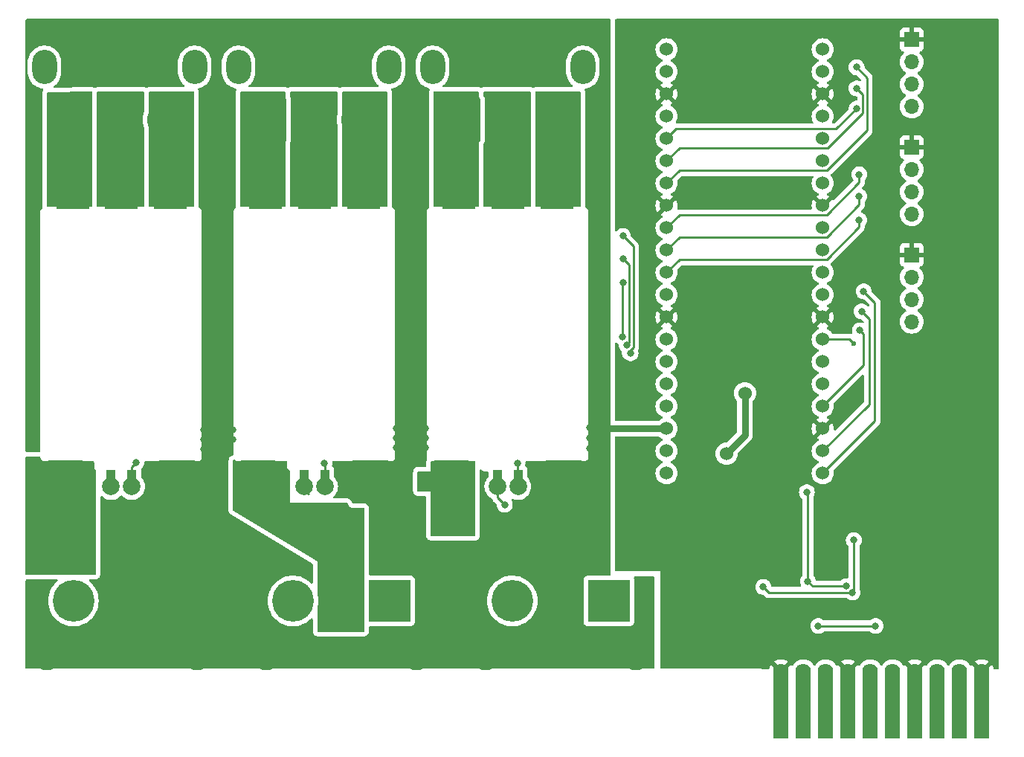
<source format=gbr>
%TF.GenerationSoftware,KiCad,Pcbnew,8.0.1*%
%TF.CreationDate,2024-04-06T13:43:38-04:00*%
%TF.ProjectId,template-card with ESCs,74656d70-6c61-4746-952d-636172642077,rev?*%
%TF.SameCoordinates,Original*%
%TF.FileFunction,Copper,L2,Bot*%
%TF.FilePolarity,Positive*%
%FSLAX46Y46*%
G04 Gerber Fmt 4.6, Leading zero omitted, Abs format (unit mm)*
G04 Created by KiCad (PCBNEW 8.0.1) date 2024-04-06 13:43:38*
%MOMM*%
%LPD*%
G01*
G04 APERTURE LIST*
%TA.AperFunction,ComponentPad*%
%ADD10O,2.800000X3.900000*%
%TD*%
%TA.AperFunction,ComponentPad*%
%ADD11C,4.750000*%
%TD*%
%TA.AperFunction,ComponentPad*%
%ADD12R,4.750000X4.750000*%
%TD*%
%TA.AperFunction,ComponentPad*%
%ADD13R,1.700000X1.700000*%
%TD*%
%TA.AperFunction,ComponentPad*%
%ADD14O,1.700000X1.700000*%
%TD*%
%TA.AperFunction,ComponentPad*%
%ADD15C,1.524000*%
%TD*%
%TA.AperFunction,ComponentPad*%
%ADD16O,2.800000X3.800000*%
%TD*%
%TA.AperFunction,ComponentPad*%
%ADD17C,1.780000*%
%TD*%
%TA.AperFunction,SMDPad,CuDef*%
%ADD18R,1.780000X7.700000*%
%TD*%
%TA.AperFunction,SMDPad,CuDef*%
%ADD19R,4.000000X4.900000*%
%TD*%
%TA.AperFunction,SMDPad,CuDef*%
%ADD20R,4.100000X4.900000*%
%TD*%
%TA.AperFunction,SMDPad,CuDef*%
%ADD21R,3.780000X4.000000*%
%TD*%
%TA.AperFunction,ComponentPad*%
%ADD22C,2.000000*%
%TD*%
%TA.AperFunction,SMDPad,CuDef*%
%ADD23R,1.130000X1.660000*%
%TD*%
%TA.AperFunction,ViaPad*%
%ADD24C,0.800000*%
%TD*%
%TA.AperFunction,ViaPad*%
%ADD25C,1.524000*%
%TD*%
%TA.AperFunction,ViaPad*%
%ADD26C,0.600000*%
%TD*%
%TA.AperFunction,Conductor*%
%ADD27C,0.750000*%
%TD*%
%TA.AperFunction,Conductor*%
%ADD28C,0.250000*%
%TD*%
G04 APERTURE END LIST*
D10*
%TO.P,J7,*%
%TO.N,*%
X105451000Y-30988000D03*
X88351000Y-30988000D03*
D11*
%TO.P,J7,1,A*%
%TO.N,Net-(J7-A)*%
X102401000Y-36988000D03*
%TO.P,J7,2,B*%
%TO.N,Net-(J7-B)*%
X96901000Y-36988000D03*
D12*
%TO.P,J7,3,C*%
%TO.N,Net-(J7-C)*%
X91401000Y-36988000D03*
%TD*%
D13*
%TO.P,J3,1,Pin_1*%
%TO.N,sGND*%
X187085000Y-27855000D03*
D14*
%TO.P,J3,2,Pin_2*%
%TO.N,Net-(J3-Pin_2)*%
X187085000Y-30395000D03*
%TO.P,J3,3,Pin_3*%
%TO.N,Net-(J3-Pin_3)*%
X187085000Y-32935000D03*
%TO.P,J3,4,Pin_4*%
%TO.N,Net-(J3-Pin_4)*%
X187085000Y-35475000D03*
%TD*%
D15*
%TO.P,U7,1,GP0*%
%TO.N,TX0*%
X159175000Y-28956000D03*
%TO.P,U7,2,GP1*%
%TO.N,RX0*%
X159175000Y-31496000D03*
%TO.P,U7,3,GND*%
%TO.N,sGND*%
X159175000Y-34036000D03*
%TO.P,U7,4,GP2*%
%TO.N,unconnected-(U7-GP2-Pad4)_0*%
X159175000Y-36576000D03*
%TO.P,U7,5,GP3*%
%TO.N,Net-(J3-Pin_4)*%
X159175000Y-39116000D03*
%TO.P,U7,6,GP4*%
%TO.N,Net-(J3-Pin_3)*%
X159175000Y-41656000D03*
%TO.P,U7,7,GP5*%
%TO.N,Net-(J3-Pin_2)*%
X159175000Y-44196000D03*
%TO.P,U7,8,GND*%
%TO.N,sGND*%
X159175000Y-46736000D03*
%TO.P,U7,9,GP6*%
%TO.N,/sGP6*%
X159175000Y-49276000D03*
%TO.P,U7,10,GP7*%
%TO.N,/sGP7*%
X159175000Y-51816000D03*
%TO.P,U7,11,GP8*%
%TO.N,/sGP8*%
X159175000Y-54356000D03*
%TO.P,U7,12,GP9*%
%TO.N,unconnected-(U7-GP9-Pad12)_0*%
X159175000Y-56896000D03*
%TO.P,U7,13,GND*%
%TO.N,sGND*%
X159175000Y-59436000D03*
%TO.P,U7,14,GP10*%
%TO.N,unconnected-(U7-GP10-Pad14)_0*%
X159175000Y-61976000D03*
%TO.P,U7,15,GP11*%
%TO.N,unconnected-(U7-GP11-Pad15)_0*%
X159175000Y-64516000D03*
%TO.P,U7,16,GP12*%
%TO.N,unconnected-(U7-GP12-Pad16)_0*%
X159175000Y-67056000D03*
%TO.P,U7,17,GP13*%
%TO.N,unconnected-(U7-GP13-Pad17)*%
X159175000Y-69596000D03*
%TO.P,U7,18,GND*%
%TO.N,GND*%
X159175000Y-72136000D03*
%TO.P,U7,19,GP14*%
%TO.N,unconnected-(U7-GP14-Pad19)_0*%
X159175000Y-74676000D03*
%TO.P,U7,20,GP15*%
%TO.N,unconnected-(U7-GP15-Pad20)*%
X159175000Y-77216000D03*
%TO.P,U7,21,GP16*%
%TO.N,Net-(J5-Pin_2)*%
X176955000Y-77216000D03*
%TO.P,U7,22,GP17*%
%TO.N,Net-(J5-Pin_3)*%
X176955000Y-74676000D03*
%TO.P,U7,23,GND*%
%TO.N,sGND*%
X176955000Y-72136000D03*
%TO.P,U7,24,GP18*%
%TO.N,Net-(J5-Pin_4)*%
X176955000Y-69596000D03*
%TO.P,U7,25,GP19*%
%TO.N,unconnected-(U7-GP19-Pad25)_0*%
X176955000Y-67056000D03*
%TO.P,U7,26,GP20*%
%TO.N,SDA0*%
X176955000Y-64516000D03*
%TO.P,U7,27,GP21*%
%TO.N,SCL0*%
X176955000Y-61976000D03*
%TO.P,U7,28,GND*%
%TO.N,sGND*%
X176955000Y-59436000D03*
%TO.P,U7,29,GP22*%
%TO.N,unconnected-(U7-GP22-Pad29)*%
X176955000Y-56896000D03*
%TO.P,U7,30,RUN*%
%TO.N,unconnected-(U7-RUN-Pad30)_0*%
X176955000Y-54356000D03*
%TO.P,U7,31,GP26*%
%TO.N,SDA0*%
X176955000Y-51816000D03*
%TO.P,U7,32,GP27*%
%TO.N,SCL0*%
X176955000Y-49276000D03*
%TO.P,U7,33,GND*%
%TO.N,sGND*%
X176955000Y-46736000D03*
%TO.P,U7,34,GP28*%
%TO.N,unconnected-(U7-GP28-Pad34)_0*%
X176955000Y-44196000D03*
%TO.P,U7,35,ADC_VREF*%
%TO.N,unconnected-(U7-ADC_VREF-Pad35)*%
X176955000Y-41656000D03*
%TO.P,U7,36,3V3_Out*%
%TO.N,unconnected-(U7-3V3_Out-Pad36)_0*%
X176955000Y-39116000D03*
%TO.P,U7,37,3V3_EN*%
%TO.N,unconnected-(U7-3V3_EN-Pad37)*%
X176955000Y-36576000D03*
%TO.P,U7,38,GND*%
%TO.N,sGND*%
X176955000Y-34036000D03*
%TO.P,U7,39,VSYS*%
%TO.N,/5v*%
X176955000Y-31496000D03*
%TO.P,U7,40,VBUS*%
%TO.N,unconnected-(U7-VBUS-Pad40)_0*%
X176955000Y-28956000D03*
%TD*%
D11*
%TO.P,J2,1,48V*%
%TO.N,unconnected-(J2A-48V-Pad1)*%
X91630000Y-91760000D03*
%TO.P,J2,2,GND*%
%TO.N,GND*%
X97130000Y-91760000D03*
D12*
%TO.P,J2,3,GND*%
X102630000Y-91760000D03*
D11*
%TO.P,J2,4,12V*%
%TO.N,/12v1*%
X116630000Y-91760000D03*
%TO.P,J2,5,12V*%
%TO.N,/12v2*%
X122130000Y-91760000D03*
D12*
%TO.P,J2,6,12V*%
%TO.N,/12v3*%
X127630000Y-91760000D03*
D11*
%TO.P,J2,7,24V*%
%TO.N,unconnected-(J2C-24V-Pad7)*%
X141600000Y-91760000D03*
%TO.P,J2,8,GND*%
%TO.N,GND*%
X147100000Y-91760000D03*
D12*
%TO.P,J2,9,5V*%
%TO.N,/5v*%
X152600000Y-91760000D03*
D16*
%TO.P,J2,10,Mount*%
%TO.N,GND*%
X88580000Y-97760000D03*
X105680000Y-97760000D03*
X113580000Y-97760000D03*
X130680000Y-97760000D03*
X138550000Y-97760000D03*
X155650000Y-97760000D03*
%TD*%
D17*
%TO.P,J1,1,sGND*%
%TO.N,sGND*%
X172212000Y-99802000D03*
D18*
X172212000Y-103632000D03*
D17*
%TO.P,J1,2,TX0/SDA0*%
%TO.N,TX0{slash}SDA0*%
X174752000Y-99802000D03*
D18*
X174752000Y-103632000D03*
D17*
%TO.P,J1,3,RX0/SCL0*%
%TO.N,RX0{slash}SCL0*%
X177292000Y-99802000D03*
D18*
X177292000Y-103632000D03*
D17*
%TO.P,J1,4,sGND*%
%TO.N,sGND*%
X179832000Y-99802000D03*
D18*
X179832000Y-103632000D03*
D17*
%TO.P,J1,5,TX1/SDA1*%
%TO.N,TX1{slash}SDA1*%
X182372000Y-99802000D03*
D18*
X182372000Y-103632000D03*
D17*
%TO.P,J1,6,RX1/SCL1*%
%TO.N,RX1{slash}SCL1*%
X184912000Y-99802000D03*
D18*
X184912000Y-103632000D03*
D17*
%TO.P,J1,7,sGND*%
%TO.N,sGND*%
X187452000Y-99802000D03*
D18*
X187452000Y-103632000D03*
D17*
%TO.P,J1,8,TX2/SDA2*%
%TO.N,Net-(J1-TX2{slash}SDA2)*%
X189992000Y-99802000D03*
D18*
X189992000Y-103632000D03*
D17*
%TO.P,J1,9,RX2/SCL2*%
%TO.N,Net-(J1-RX2{slash}SCL2)*%
X192532000Y-99802000D03*
D18*
X192532000Y-103632000D03*
D17*
%TO.P,J1,10,sGND*%
%TO.N,sGND*%
X195072000Y-99802000D03*
D18*
X195072000Y-103632000D03*
%TD*%
D13*
%TO.P,J5,1,Pin_1*%
%TO.N,sGND*%
X187085000Y-52355000D03*
D14*
%TO.P,J5,2,Pin_2*%
%TO.N,Net-(J5-Pin_2)*%
X187085000Y-54895000D03*
%TO.P,J5,3,Pin_3*%
%TO.N,Net-(J5-Pin_3)*%
X187085000Y-57435000D03*
%TO.P,J5,4,Pin_4*%
%TO.N,Net-(J5-Pin_4)*%
X187085000Y-59975000D03*
%TD*%
D13*
%TO.P,J4,1,Pin_1*%
%TO.N,sGND*%
X187085000Y-40105000D03*
D14*
%TO.P,J4,2,Pin_2*%
%TO.N,/sGP6*%
X187085000Y-42645000D03*
%TO.P,J4,3,Pin_3*%
%TO.N,/sGP7*%
X187085000Y-45185000D03*
%TO.P,J4,4,Pin_4*%
%TO.N,/sGP8*%
X187085000Y-47725000D03*
%TD*%
D10*
%TO.P,J6,*%
%TO.N,*%
X127549000Y-30988000D03*
X110449000Y-30988000D03*
D11*
%TO.P,J6,1,A*%
%TO.N,Net-(J6-A)*%
X124499000Y-36988000D03*
%TO.P,J6,2,B*%
%TO.N,Net-(J6-B)*%
X118999000Y-36988000D03*
D12*
%TO.P,J6,3,C*%
%TO.N,Net-(J6-C)*%
X113499000Y-36988000D03*
%TD*%
D10*
%TO.P,J8,*%
%TO.N,*%
X149647000Y-30988000D03*
X132547000Y-30988000D03*
D11*
%TO.P,J8,1,A*%
%TO.N,Net-(J8-A)*%
X146597000Y-36988000D03*
%TO.P,J8,2,B*%
%TO.N,Net-(J8-B)*%
X141097000Y-36988000D03*
D12*
%TO.P,J8,3,C*%
%TO.N,Net-(J8-C)*%
X135597000Y-36988000D03*
%TD*%
D19*
%TO.P,U4,+,+*%
%TO.N,/12v2*%
X112693250Y-78196750D03*
D20*
%TO.P,U4,-,-*%
%TO.N,GND*%
X125443250Y-78196750D03*
D21*
%TO.P,U4,1,1*%
%TO.N,Net-(J6-A)*%
X124663250Y-45146750D03*
%TO.P,U4,2,2*%
%TO.N,Net-(J6-B)*%
X119093250Y-45146750D03*
%TO.P,U4,3,3*%
%TO.N,Net-(J6-C)*%
X113543250Y-45146750D03*
D22*
%TO.P,U4,G,G*%
%TO.N,sGND*%
X120263250Y-78746750D03*
D23*
X120263250Y-77706750D03*
D22*
%TO.P,U4,S,S*%
%TO.N,/sGP7*%
X117933250Y-78746750D03*
D23*
X117933250Y-77706750D03*
%TD*%
D19*
%TO.P,U6,+,+*%
%TO.N,/12v3*%
X134693250Y-78196750D03*
D20*
%TO.P,U6,-,-*%
%TO.N,GND*%
X147443250Y-78196750D03*
D21*
%TO.P,U6,1,1*%
%TO.N,Net-(J8-A)*%
X146663250Y-45146750D03*
%TO.P,U6,2,2*%
%TO.N,Net-(J8-B)*%
X141093250Y-45146750D03*
%TO.P,U6,3,3*%
%TO.N,Net-(J8-C)*%
X135543250Y-45146750D03*
D22*
%TO.P,U6,G,G*%
%TO.N,sGND*%
X142263250Y-78746750D03*
D23*
X142263250Y-77706750D03*
D22*
%TO.P,U6,S,S*%
%TO.N,/sGP6*%
X139933250Y-78746750D03*
D23*
X139933250Y-77706750D03*
%TD*%
D19*
%TO.P,U2,+,+*%
%TO.N,/12v1*%
X90693250Y-78196750D03*
D20*
%TO.P,U2,-,-*%
%TO.N,GND*%
X103443250Y-78196750D03*
D21*
%TO.P,U2,1,1*%
%TO.N,Net-(J7-A)*%
X102663250Y-45146750D03*
%TO.P,U2,2,2*%
%TO.N,Net-(J7-B)*%
X97093250Y-45146750D03*
%TO.P,U2,3,3*%
%TO.N,Net-(J7-C)*%
X91543250Y-45146750D03*
D22*
%TO.P,U2,G,G*%
%TO.N,sGND*%
X98263250Y-78746750D03*
D23*
X98263250Y-77706750D03*
D22*
%TO.P,U2,S,S*%
%TO.N,/sGP8*%
X95933250Y-78746750D03*
D23*
X95933250Y-77706750D03*
%TD*%
D24*
%TO.N,/12v1*%
X89000000Y-87900000D03*
X92100000Y-81300000D03*
X90700000Y-81300000D03*
X86600000Y-76300000D03*
X92100000Y-87900000D03*
X86600000Y-78600000D03*
X93300000Y-86700000D03*
X87700000Y-78600000D03*
X90700000Y-82600000D03*
X86600000Y-77500000D03*
X86600000Y-85500000D03*
X87700000Y-77500000D03*
X89300000Y-81300000D03*
X87700000Y-76300000D03*
X86600000Y-87900000D03*
X89300000Y-82600000D03*
X87800000Y-87900000D03*
X87800000Y-86700000D03*
X86600000Y-86700000D03*
X93300000Y-87900000D03*
X92100000Y-82600000D03*
D25*
%TO.N,/5v*%
X166000000Y-75000000D03*
X168100000Y-68100000D03*
D24*
%TO.N,/12v2*%
X121400000Y-81400000D03*
X115400000Y-83200000D03*
X123700000Y-88200000D03*
X120500000Y-87000000D03*
X122700000Y-81400000D03*
X123900000Y-83800000D03*
X116700000Y-83200000D03*
X122100000Y-87000000D03*
X114100000Y-83200000D03*
X112800000Y-81800000D03*
X120500000Y-88200000D03*
X123700000Y-87000000D03*
X122700000Y-82600000D03*
X115400000Y-81800000D03*
X122100000Y-88200000D03*
X123900000Y-82600000D03*
X114100000Y-81800000D03*
%TO.N,/12v3*%
X136500000Y-83500000D03*
X133300000Y-83500000D03*
X135500000Y-81300000D03*
X134400000Y-81300000D03*
X136500000Y-82400000D03*
X135500000Y-83500000D03*
X133300000Y-81300000D03*
X133300000Y-82400000D03*
X134400000Y-82400000D03*
X136500000Y-81300000D03*
X131700000Y-77750000D03*
X134400000Y-83500000D03*
X135500000Y-82400000D03*
X131700000Y-78750000D03*
%TO.N,Net-(J3-Pin_2)*%
X180800000Y-31000000D03*
%TO.N,Net-(J3-Pin_3)*%
X180800000Y-33400000D03*
%TO.N,Net-(J3-Pin_4)*%
X180800000Y-35700000D03*
%TO.N,/sGP6*%
X181100000Y-43200000D03*
X140750000Y-80796750D03*
X154200000Y-50200000D03*
X155075000Y-63550463D03*
%TO.N,/sGP7*%
X154625000Y-62605462D03*
X154200000Y-52800000D03*
X181100000Y-45700000D03*
%TO.N,/sGP8*%
X154125000Y-61700000D03*
X181100000Y-48400000D03*
X154200000Y-55500000D03*
%TO.N,Net-(J5-Pin_2)*%
X181610000Y-56515000D03*
%TO.N,Net-(J5-Pin_3)*%
X181375000Y-58800000D03*
%TO.N,Net-(J5-Pin_4)*%
X181170000Y-60960000D03*
%TO.N,GND*%
X128300000Y-77600000D03*
X107600000Y-72300000D03*
X106500000Y-79500000D03*
X151600000Y-74400000D03*
X107600000Y-77300000D03*
X131700000Y-74300000D03*
X130600000Y-73200000D03*
X151300000Y-59400000D03*
X106500000Y-72300000D03*
X151600000Y-72000000D03*
X130600000Y-72100000D03*
X106500000Y-78400000D03*
X87200000Y-33800000D03*
X128400000Y-72100000D03*
X109800000Y-73400000D03*
X87100000Y-47200000D03*
X108700000Y-73400000D03*
X108200000Y-47100000D03*
X140900000Y-27400000D03*
X130100000Y-64400000D03*
X87300000Y-27100000D03*
X122300000Y-78900000D03*
X106500000Y-73400000D03*
X108100000Y-33500000D03*
X107600000Y-73400000D03*
X130100000Y-69800000D03*
X87000000Y-73700000D03*
X100600000Y-79500000D03*
X106500000Y-77300000D03*
X108100000Y-69700000D03*
X108700000Y-72300000D03*
X108000000Y-58800000D03*
X151200000Y-70100000D03*
X109800000Y-72300000D03*
X151600000Y-73200000D03*
X87000000Y-58400000D03*
X108100000Y-54200000D03*
X108700000Y-79500000D03*
X130600000Y-74300000D03*
X130200000Y-40100000D03*
X131700000Y-73200000D03*
X130100000Y-58800000D03*
X130300000Y-47100000D03*
X151400000Y-39900000D03*
X130200000Y-33200000D03*
X150400000Y-72000000D03*
X130200000Y-54000000D03*
X108700000Y-78400000D03*
X96800000Y-27200000D03*
X107600000Y-78400000D03*
X151500000Y-32900000D03*
X150400000Y-73200000D03*
X122300000Y-77600000D03*
X107600000Y-79500000D03*
X107600000Y-74500000D03*
X151300000Y-65000000D03*
X118900000Y-27400000D03*
X108100000Y-27200000D03*
X100600000Y-77300000D03*
X129500000Y-72100000D03*
X150400000Y-74400000D03*
X87000000Y-69100000D03*
X87000000Y-53400000D03*
X129500000Y-73200000D03*
X128400000Y-73200000D03*
X100600000Y-78400000D03*
X151300000Y-54400000D03*
X108000000Y-64100000D03*
X87000000Y-63500000D03*
X151400000Y-47000000D03*
X106500000Y-74500000D03*
X108700000Y-77300000D03*
X87200000Y-40600000D03*
X151500000Y-27400000D03*
X128400000Y-74300000D03*
X128300000Y-78900000D03*
X108700000Y-74500000D03*
X129500000Y-74300000D03*
X130200000Y-27400000D03*
X131700000Y-72100000D03*
X108100000Y-40300000D03*
%TO.N,TX0*%
X182970000Y-94615000D03*
X176440000Y-94615000D03*
%TO.N,SDA0*%
X170180000Y-90170000D03*
X180490153Y-84849847D03*
X180340000Y-90805000D03*
%TO.N,SCL0*%
X175260000Y-89535000D03*
X179632891Y-90080000D03*
D26*
X180515000Y-62500000D03*
D24*
X175143000Y-79375000D03*
%TO.N,sGND*%
X183520000Y-73680000D03*
X195580000Y-55880000D03*
X160020000Y-97790000D03*
X154940000Y-39370000D03*
X172720000Y-64770000D03*
X195580000Y-43180000D03*
X195580000Y-58420000D03*
X175260000Y-26670000D03*
X154940000Y-82550000D03*
X162560000Y-97790000D03*
X195580000Y-60960000D03*
X193040000Y-26670000D03*
X195580000Y-29210000D03*
X154940000Y-46990000D03*
X167640000Y-97790000D03*
X172720000Y-73660000D03*
X195580000Y-40640000D03*
X195580000Y-81280000D03*
X160020000Y-88900000D03*
X172720000Y-45720000D03*
X195580000Y-34290000D03*
X195580000Y-31750000D03*
X195580000Y-45720000D03*
X165100000Y-97790000D03*
X163830000Y-64770000D03*
X172720000Y-55880000D03*
X98800000Y-76000000D03*
X195580000Y-74930000D03*
X154940000Y-30480000D03*
X157480000Y-86360000D03*
X161290000Y-26670000D03*
X195580000Y-48260000D03*
X160020000Y-86360000D03*
X142200000Y-76100000D03*
X195580000Y-53340000D03*
X163830000Y-45720000D03*
X163830000Y-73660000D03*
X163830000Y-55880000D03*
X120200000Y-76100000D03*
X195580000Y-26670000D03*
X154940000Y-78740000D03*
%TO.N,Net-(J7-A)*%
X101500000Y-42000000D03*
X101500000Y-41000000D03*
X102500000Y-41000000D03*
X103500000Y-41000000D03*
X103500000Y-42000000D03*
X102500000Y-42000000D03*
%TO.N,Net-(J7-B)*%
X96000000Y-41000000D03*
X98000000Y-42000000D03*
X97000000Y-42000000D03*
X98000000Y-41000000D03*
X96000000Y-42000000D03*
X97000000Y-41000000D03*
%TO.N,Net-(J7-C)*%
X90500000Y-42000000D03*
X92500000Y-41000000D03*
X91500000Y-41000000D03*
X92500000Y-42000000D03*
X90500000Y-41000000D03*
X91500000Y-42000000D03*
%TO.N,Net-(J6-A)*%
X124500000Y-42000000D03*
X125500000Y-41000000D03*
X124500000Y-41000000D03*
X125500000Y-42000000D03*
X123500000Y-42000000D03*
X123500000Y-41000000D03*
%TO.N,Net-(J6-B)*%
X118000000Y-42000000D03*
X118000000Y-41000000D03*
X120000000Y-42000000D03*
X119000000Y-42000000D03*
X119000000Y-41000000D03*
X120000000Y-41000000D03*
%TO.N,Net-(J6-C)*%
X114500000Y-42000000D03*
X113500000Y-41000000D03*
X113500000Y-42000000D03*
X114500000Y-41000000D03*
X112500000Y-41000000D03*
X112500000Y-42000000D03*
%TO.N,Net-(J8-A)*%
X146500000Y-42000000D03*
X146500000Y-41000000D03*
X145500000Y-42000000D03*
X147500000Y-42000000D03*
X147500000Y-41000000D03*
X145500000Y-41000000D03*
%TO.N,Net-(J8-B)*%
X140000000Y-42000000D03*
X140000000Y-41000000D03*
X141000000Y-41000000D03*
X141000000Y-42000000D03*
X142000000Y-41000000D03*
X142000000Y-42000000D03*
%TO.N,Net-(J8-C)*%
X135500000Y-41000000D03*
X134500000Y-42000000D03*
X136500000Y-42000000D03*
X136500000Y-41000000D03*
X135500000Y-42000000D03*
X134500000Y-41000000D03*
%TD*%
D27*
%TO.N,/5v*%
X168100000Y-72900000D02*
X168100000Y-68100000D01*
X166000000Y-75000000D02*
X168100000Y-72900000D01*
D28*
%TO.N,Net-(J3-Pin_2)*%
X160628000Y-42743000D02*
X159175000Y-44196000D01*
X177405251Y-42743000D02*
X160628000Y-42743000D01*
X182000000Y-38148251D02*
X177405251Y-42743000D01*
X180800000Y-31000000D02*
X182000000Y-32200000D01*
X182000000Y-32200000D02*
X182000000Y-38148251D01*
%TO.N,Net-(J3-Pin_3)*%
X160628000Y-40203000D02*
X177497000Y-40203000D01*
X177497000Y-40203000D02*
X181525000Y-36175000D01*
X181525000Y-36175000D02*
X181525000Y-34125000D01*
X181525000Y-34125000D02*
X180800000Y-33400000D01*
X159175000Y-41656000D02*
X160628000Y-40203000D01*
%TO.N,Net-(J3-Pin_4)*%
X160262000Y-38029000D02*
X178471000Y-38029000D01*
X159175000Y-39116000D02*
X160262000Y-38029000D01*
X178471000Y-38029000D02*
X180800000Y-35700000D01*
%TO.N,/sGP6*%
X154705304Y-63550463D02*
X155400000Y-62855767D01*
X155075000Y-63550463D02*
X154705304Y-63550463D01*
X155400000Y-53900000D02*
X155400000Y-51400000D01*
X160628000Y-47823000D02*
X159175000Y-49276000D01*
X155400000Y-62855767D02*
X155400000Y-53900000D01*
X155400000Y-51400000D02*
X154200000Y-50200000D01*
X177405251Y-47823000D02*
X160628000Y-47823000D01*
X139933250Y-77706750D02*
X139933250Y-79980000D01*
X181100000Y-44128251D02*
X177405251Y-47823000D01*
X181100000Y-43200000D02*
X181100000Y-44128251D01*
X139933250Y-79980000D02*
X140750000Y-80796750D01*
%TO.N,/sGP7*%
X159175000Y-51816000D02*
X160628000Y-50363000D01*
X117933250Y-79133250D02*
X118400000Y-79600000D01*
X154200000Y-52800000D02*
X154925000Y-53525000D01*
X177405251Y-50363000D02*
X181100000Y-46668251D01*
X154925000Y-53525000D02*
X154925000Y-62305462D01*
X160628000Y-50363000D02*
X177405251Y-50363000D01*
X181100000Y-46668251D02*
X181100000Y-45700000D01*
X154925000Y-62305462D02*
X154625000Y-62605462D01*
X117933250Y-77706750D02*
X117933250Y-79133250D01*
%TO.N,/sGP8*%
X95933250Y-77706750D02*
X95933250Y-76966750D01*
X181100000Y-49208251D02*
X181100000Y-48400000D01*
X154200000Y-55500000D02*
X154125000Y-55575000D01*
X160628000Y-52903000D02*
X177405251Y-52903000D01*
X177405251Y-52903000D02*
X181100000Y-49208251D01*
X159175000Y-54356000D02*
X160628000Y-52903000D01*
X154125000Y-55575000D02*
X154125000Y-61700000D01*
%TO.N,Net-(J5-Pin_2)*%
X181610000Y-56515000D02*
X182880000Y-57785000D01*
X182880000Y-57785000D02*
X182880000Y-71291000D01*
X182880000Y-71291000D02*
X176955000Y-77216000D01*
%TO.N,Net-(J5-Pin_3)*%
X182245000Y-69386000D02*
X176955000Y-74676000D01*
X181375000Y-58800000D02*
X182245000Y-59670000D01*
X182245000Y-59670000D02*
X182245000Y-69386000D01*
%TO.N,Net-(J5-Pin_4)*%
X181170000Y-60960000D02*
X181610000Y-61400000D01*
X181610000Y-61400000D02*
X181610000Y-64941000D01*
X181610000Y-64941000D02*
X176955000Y-69596000D01*
D27*
%TO.N,GND*%
X152564000Y-72136000D02*
X159175000Y-72136000D01*
X151600000Y-73100000D02*
X152564000Y-72136000D01*
X151600000Y-74400000D02*
X151600000Y-73100000D01*
D28*
%TO.N,TX0*%
X176440000Y-94615000D02*
X182970000Y-94615000D01*
%TO.N,SDA0*%
X180490153Y-84849847D02*
X180490153Y-90654847D01*
X180490153Y-90654847D02*
X180340000Y-90805000D01*
X170815000Y-90805000D02*
X170180000Y-90170000D01*
X180340000Y-90805000D02*
X170815000Y-90805000D01*
%TO.N,SCL0*%
X179991000Y-61976000D02*
X176955000Y-61976000D01*
X175260000Y-79492000D02*
X175143000Y-79375000D01*
X175260000Y-89535000D02*
X175260000Y-79492000D01*
X179632891Y-90080000D02*
X175805000Y-90080000D01*
X180515000Y-62500000D02*
X179991000Y-61976000D01*
X175805000Y-90080000D02*
X175260000Y-89535000D01*
%TO.N,sGND*%
X120263250Y-77706750D02*
X120263250Y-76163250D01*
X98263250Y-77706750D02*
X98263250Y-76536750D01*
X142200000Y-76100000D02*
X142200000Y-77643500D01*
X120263250Y-76163250D02*
X120200000Y-76100000D01*
X142200000Y-77643500D02*
X142263250Y-77706750D01*
X98263250Y-76536750D02*
X98800000Y-76000000D01*
%TD*%
%TA.AperFunction,Conductor*%
%TO.N,Net-(J8-B)*%
G36*
X143643039Y-33775685D02*
G01*
X143688794Y-33828489D01*
X143700000Y-33880000D01*
X143700000Y-46795500D01*
X143680315Y-46862539D01*
X143627511Y-46908294D01*
X143576000Y-46919500D01*
X138424000Y-46919500D01*
X138356961Y-46899815D01*
X138311206Y-46847011D01*
X138300000Y-46795500D01*
X138300000Y-39801286D01*
X138319685Y-39734247D01*
X138324733Y-39726975D01*
X138329546Y-39720546D01*
X138415796Y-39605331D01*
X138466091Y-39470483D01*
X138472500Y-39410873D01*
X138472499Y-34565128D01*
X138466091Y-34505517D01*
X138415796Y-34370669D01*
X138329546Y-34255454D01*
X138329545Y-34255453D01*
X138324733Y-34249025D01*
X138300316Y-34183561D01*
X138300000Y-34174714D01*
X138300000Y-33880000D01*
X138319685Y-33812961D01*
X138372489Y-33767206D01*
X138424000Y-33756000D01*
X143576000Y-33756000D01*
X143643039Y-33775685D01*
G37*
%TD.AperFunction*%
%TD*%
%TA.AperFunction,Conductor*%
%TO.N,Net-(J8-C)*%
G36*
X137737539Y-33775685D02*
G01*
X137783294Y-33828489D01*
X137794500Y-33880000D01*
X137794500Y-34174733D01*
X137794820Y-34192713D01*
X137795139Y-34201634D01*
X137796104Y-34219624D01*
X137826688Y-34360216D01*
X137846639Y-34413708D01*
X137850344Y-34423640D01*
X137850890Y-34425187D01*
X137851109Y-34425691D01*
X137920056Y-34551953D01*
X137920060Y-34551959D01*
X137920062Y-34551963D01*
X137942265Y-34581623D01*
X137966683Y-34647085D01*
X137966999Y-34655933D01*
X137966999Y-39320064D01*
X137947314Y-39387103D01*
X137942267Y-39394374D01*
X137920052Y-39424049D01*
X137909469Y-39438727D01*
X137904439Y-39445974D01*
X137894436Y-39460944D01*
X137894434Y-39460948D01*
X137834663Y-39591823D01*
X137814976Y-39658868D01*
X137794500Y-39801287D01*
X137794500Y-46795500D01*
X137774815Y-46862539D01*
X137722011Y-46908294D01*
X137670500Y-46919500D01*
X132724000Y-46919500D01*
X132656961Y-46899815D01*
X132611206Y-46847011D01*
X132600000Y-46795500D01*
X132600000Y-33880000D01*
X132619685Y-33812961D01*
X132672489Y-33767206D01*
X132724000Y-33756000D01*
X137670500Y-33756000D01*
X137737539Y-33775685D01*
G37*
%TD.AperFunction*%
%TD*%
%TA.AperFunction,Conductor*%
%TO.N,Net-(J6-A)*%
G36*
X127343039Y-33775685D02*
G01*
X127388794Y-33828489D01*
X127400000Y-33880000D01*
X127400000Y-46795500D01*
X127380315Y-46862539D01*
X127327511Y-46908294D01*
X127276000Y-46919500D01*
X122329500Y-46919500D01*
X122262461Y-46899815D01*
X122216706Y-46847011D01*
X122205500Y-46795500D01*
X122205500Y-37682513D01*
X122205500Y-37682500D01*
X122203150Y-37642192D01*
X122203864Y-37639105D01*
X122202296Y-37625677D01*
X122202272Y-37625448D01*
X122202077Y-37623784D01*
X122202077Y-37623776D01*
X122200476Y-37610089D01*
X122201288Y-37605331D01*
X122197847Y-37585815D01*
X122196802Y-37578682D01*
X122195133Y-37564411D01*
X122191786Y-37551434D01*
X122142291Y-37270734D01*
X122140617Y-37256413D01*
X122125402Y-36995194D01*
X122125402Y-36980807D01*
X122140616Y-36719598D01*
X122142290Y-36705280D01*
X122191792Y-36424537D01*
X122194189Y-36419698D01*
X122196808Y-36397296D01*
X122197854Y-36390156D01*
X122200013Y-36377910D01*
X122200471Y-36365959D01*
X122202082Y-36352180D01*
X122202082Y-36352169D01*
X122202271Y-36350558D01*
X122202301Y-36350260D01*
X122203312Y-36341595D01*
X122203156Y-36333738D01*
X122205500Y-36293498D01*
X122205500Y-33880000D01*
X122225185Y-33812961D01*
X122277989Y-33767206D01*
X122329500Y-33756000D01*
X127276000Y-33756000D01*
X127343039Y-33775685D01*
G37*
%TD.AperFunction*%
%TD*%
%TA.AperFunction,Conductor*%
%TO.N,Net-(J7-A)*%
G36*
X105343039Y-33775685D02*
G01*
X105388794Y-33828489D01*
X105400000Y-33880000D01*
X105400000Y-46795500D01*
X105380315Y-46862539D01*
X105327511Y-46908294D01*
X105276000Y-46919500D01*
X100329500Y-46919500D01*
X100262461Y-46899815D01*
X100216706Y-46847011D01*
X100205500Y-46795500D01*
X100205500Y-38010234D01*
X100205499Y-38010225D01*
X100200163Y-37936972D01*
X100194954Y-37901409D01*
X100179055Y-37829690D01*
X100093039Y-37542379D01*
X100089719Y-37528369D01*
X100044291Y-37270731D01*
X100042617Y-37256410D01*
X100027402Y-36995194D01*
X100027402Y-36980807D01*
X100042616Y-36719591D01*
X100044290Y-36705272D01*
X100089718Y-36447631D01*
X100093034Y-36433637D01*
X100179055Y-36146309D01*
X100194954Y-36074591D01*
X100200163Y-36039028D01*
X100205500Y-35965768D01*
X100205500Y-33880000D01*
X100225185Y-33812961D01*
X100277989Y-33767206D01*
X100329500Y-33756000D01*
X105276000Y-33756000D01*
X105343039Y-33775685D01*
G37*
%TD.AperFunction*%
%TD*%
%TA.AperFunction,Conductor*%
%TO.N,Net-(J7-C)*%
G36*
X93735666Y-33783978D02*
G01*
X93782357Y-33835957D01*
X93794500Y-33889474D01*
X93794500Y-46795500D01*
X93774815Y-46862539D01*
X93722011Y-46908294D01*
X93670500Y-46919500D01*
X88724000Y-46919500D01*
X88656961Y-46899815D01*
X88611206Y-46847011D01*
X88600000Y-46795500D01*
X88600000Y-33977805D01*
X88619685Y-33910766D01*
X88672489Y-33865011D01*
X88721784Y-33853825D01*
X93668289Y-33765494D01*
X93735666Y-33783978D01*
G37*
%TD.AperFunction*%
%TD*%
%TA.AperFunction,Conductor*%
%TO.N,Net-(J6-B)*%
G36*
X121643039Y-33775685D02*
G01*
X121688794Y-33828489D01*
X121700000Y-33880000D01*
X121700000Y-36293498D01*
X121696881Y-36320184D01*
X121696894Y-36320187D01*
X121696856Y-36320401D01*
X121696659Y-36322089D01*
X121696266Y-36323744D01*
X121638104Y-36653597D01*
X121638103Y-36653608D01*
X121618627Y-36987996D01*
X121618627Y-36988003D01*
X121638103Y-37322391D01*
X121638104Y-37322402D01*
X121696265Y-37652251D01*
X121696655Y-37653893D01*
X121696851Y-37655571D01*
X121696894Y-37655814D01*
X121696879Y-37655816D01*
X121700000Y-37682500D01*
X121700000Y-46795500D01*
X121680315Y-46862539D01*
X121627511Y-46908294D01*
X121576000Y-46919500D01*
X116424000Y-46919500D01*
X116356961Y-46899815D01*
X116311206Y-46847011D01*
X116300000Y-46795500D01*
X116300000Y-39669570D01*
X116315172Y-39610136D01*
X116317797Y-39605329D01*
X116368091Y-39470482D01*
X116374500Y-39410873D01*
X116374499Y-34565128D01*
X116368091Y-34505517D01*
X116317796Y-34370669D01*
X116317796Y-34370668D01*
X116315168Y-34365856D01*
X116300000Y-34306429D01*
X116300000Y-33880000D01*
X116319685Y-33812961D01*
X116372489Y-33767206D01*
X116424000Y-33756000D01*
X121576000Y-33756000D01*
X121643039Y-33775685D01*
G37*
%TD.AperFunction*%
%TD*%
%TA.AperFunction,Conductor*%
%TO.N,Net-(J6-C)*%
G36*
X115737539Y-33775685D02*
G01*
X115783294Y-33828489D01*
X115794500Y-33880000D01*
X115794500Y-34306432D01*
X115810203Y-34431446D01*
X115825370Y-34490871D01*
X115825372Y-34490877D01*
X115826724Y-34494313D01*
X115827458Y-34502519D01*
X115861181Y-34592935D01*
X115868999Y-34636268D01*
X115868999Y-39339725D01*
X115861182Y-39383055D01*
X115832402Y-39460224D01*
X115826719Y-39481699D01*
X115825379Y-39485105D01*
X115825377Y-39485110D01*
X115810207Y-39544534D01*
X115794500Y-39669570D01*
X115794500Y-46795500D01*
X115774815Y-46862539D01*
X115722011Y-46908294D01*
X115670500Y-46919500D01*
X110724000Y-46919500D01*
X110656961Y-46899815D01*
X110611206Y-46847011D01*
X110600000Y-46795500D01*
X110600000Y-33880000D01*
X110619685Y-33812961D01*
X110672489Y-33767206D01*
X110724000Y-33756000D01*
X115670500Y-33756000D01*
X115737539Y-33775685D01*
G37*
%TD.AperFunction*%
%TD*%
%TA.AperFunction,Conductor*%
%TO.N,Net-(J8-A)*%
G36*
X149343039Y-33775685D02*
G01*
X149388794Y-33828489D01*
X149400000Y-33880000D01*
X149400000Y-46795500D01*
X149380315Y-46862539D01*
X149327511Y-46908294D01*
X149276000Y-46919500D01*
X144329500Y-46919500D01*
X144262461Y-46899815D01*
X144216706Y-46847011D01*
X144205500Y-46795500D01*
X144205500Y-33880000D01*
X144225185Y-33812961D01*
X144277989Y-33767206D01*
X144329500Y-33756000D01*
X149276000Y-33756000D01*
X149343039Y-33775685D01*
G37*
%TD.AperFunction*%
%TD*%
%TA.AperFunction,Conductor*%
%TO.N,Net-(J7-B)*%
G36*
X99643039Y-33775685D02*
G01*
X99688794Y-33828489D01*
X99700000Y-33880000D01*
X99700000Y-35965768D01*
X99694791Y-36001331D01*
X99598267Y-36323743D01*
X99598264Y-36323757D01*
X99540104Y-36653597D01*
X99540103Y-36653608D01*
X99520627Y-36987996D01*
X99520627Y-36988003D01*
X99540103Y-37322391D01*
X99540104Y-37322402D01*
X99598264Y-37652242D01*
X99598267Y-37652256D01*
X99694791Y-37974669D01*
X99700000Y-38010232D01*
X99700000Y-46795500D01*
X99680315Y-46862539D01*
X99627511Y-46908294D01*
X99576000Y-46919500D01*
X94424000Y-46919500D01*
X94356961Y-46899815D01*
X94311206Y-46847011D01*
X94300000Y-46795500D01*
X94300000Y-33880000D01*
X94319685Y-33812961D01*
X94372489Y-33767206D01*
X94424000Y-33756000D01*
X99576000Y-33756000D01*
X99643039Y-33775685D01*
G37*
%TD.AperFunction*%
%TD*%
%TA.AperFunction,Conductor*%
%TO.N,sGND*%
G36*
X196942539Y-25520185D02*
G01*
X196988294Y-25572989D01*
X196999500Y-25624500D01*
X196999500Y-99444000D01*
X196979815Y-99511039D01*
X196927011Y-99556794D01*
X196875500Y-99568000D01*
X196543133Y-99568000D01*
X196476094Y-99548315D01*
X196430339Y-99495511D01*
X196422927Y-99474440D01*
X196391191Y-99349120D01*
X196298658Y-99138166D01*
X196215961Y-99011589D01*
X195659551Y-99568000D01*
X195387232Y-99568000D01*
X195384077Y-99562535D01*
X195311465Y-99489923D01*
X195222534Y-99438578D01*
X195123344Y-99412000D01*
X195108447Y-99412000D01*
X195863672Y-98656774D01*
X195863671Y-98656772D01*
X195834866Y-98634352D01*
X195834860Y-98634347D01*
X195632276Y-98524715D01*
X195632262Y-98524709D01*
X195414396Y-98449915D01*
X195187179Y-98412000D01*
X194956821Y-98412000D01*
X194729603Y-98449915D01*
X194511737Y-98524709D01*
X194511723Y-98524715D01*
X194309141Y-98634346D01*
X194309139Y-98634347D01*
X194280327Y-98656773D01*
X195035554Y-99412000D01*
X195020656Y-99412000D01*
X194921466Y-99438578D01*
X194832535Y-99489923D01*
X194759923Y-99562535D01*
X194756768Y-99568000D01*
X194484447Y-99568000D01*
X193928036Y-99011589D01*
X193906106Y-99045156D01*
X193852960Y-99090513D01*
X193783728Y-99099936D01*
X193720393Y-99070434D01*
X193698489Y-99045155D01*
X193633063Y-98945012D01*
X193615315Y-98925732D01*
X193476988Y-98775469D01*
X193476983Y-98775465D01*
X193476981Y-98775463D01*
X193295146Y-98633935D01*
X193295135Y-98633928D01*
X193092478Y-98524256D01*
X193092475Y-98524255D01*
X193092472Y-98524253D01*
X193092466Y-98524251D01*
X193092464Y-98524250D01*
X192874520Y-98449429D01*
X192647220Y-98411500D01*
X192416780Y-98411500D01*
X192189479Y-98449429D01*
X191971535Y-98524250D01*
X191971521Y-98524256D01*
X191768864Y-98633928D01*
X191768853Y-98633935D01*
X191587018Y-98775463D01*
X191587015Y-98775466D01*
X191430939Y-98945010D01*
X191365809Y-99044699D01*
X191312662Y-99090055D01*
X191243431Y-99099479D01*
X191180095Y-99069977D01*
X191158191Y-99044699D01*
X191136559Y-99011589D01*
X191093061Y-98945010D01*
X190936988Y-98775469D01*
X190936983Y-98775465D01*
X190936981Y-98775463D01*
X190755146Y-98633935D01*
X190755135Y-98633928D01*
X190552478Y-98524256D01*
X190552475Y-98524255D01*
X190552472Y-98524253D01*
X190552466Y-98524251D01*
X190552464Y-98524250D01*
X190334520Y-98449429D01*
X190107220Y-98411500D01*
X189876780Y-98411500D01*
X189649479Y-98449429D01*
X189431535Y-98524250D01*
X189431521Y-98524256D01*
X189228864Y-98633928D01*
X189228853Y-98633935D01*
X189047018Y-98775463D01*
X189047015Y-98775466D01*
X188890935Y-98945014D01*
X188825508Y-99045157D01*
X188772362Y-99090514D01*
X188703130Y-99099937D01*
X188639795Y-99070434D01*
X188617891Y-99045156D01*
X188595961Y-99011589D01*
X188039551Y-99568000D01*
X187767232Y-99568000D01*
X187764077Y-99562535D01*
X187691465Y-99489923D01*
X187602534Y-99438578D01*
X187503344Y-99412000D01*
X187488447Y-99412000D01*
X188243672Y-98656774D01*
X188243671Y-98656772D01*
X188214866Y-98634352D01*
X188214860Y-98634347D01*
X188012276Y-98524715D01*
X188012262Y-98524709D01*
X187794396Y-98449915D01*
X187567179Y-98412000D01*
X187336821Y-98412000D01*
X187109603Y-98449915D01*
X186891737Y-98524709D01*
X186891723Y-98524715D01*
X186689141Y-98634346D01*
X186689139Y-98634347D01*
X186660327Y-98656773D01*
X187415554Y-99412000D01*
X187400656Y-99412000D01*
X187301466Y-99438578D01*
X187212535Y-99489923D01*
X187139923Y-99562535D01*
X187136768Y-99568000D01*
X186864447Y-99568000D01*
X186308036Y-99011589D01*
X186286106Y-99045156D01*
X186232960Y-99090513D01*
X186163728Y-99099936D01*
X186100393Y-99070434D01*
X186078489Y-99045155D01*
X186013063Y-98945012D01*
X185995315Y-98925732D01*
X185856988Y-98775469D01*
X185856983Y-98775465D01*
X185856981Y-98775463D01*
X185675146Y-98633935D01*
X185675135Y-98633928D01*
X185472478Y-98524256D01*
X185472475Y-98524255D01*
X185472472Y-98524253D01*
X185472466Y-98524251D01*
X185472464Y-98524250D01*
X185254520Y-98449429D01*
X185027220Y-98411500D01*
X184796780Y-98411500D01*
X184569479Y-98449429D01*
X184351535Y-98524250D01*
X184351521Y-98524256D01*
X184148864Y-98633928D01*
X184148853Y-98633935D01*
X183967018Y-98775463D01*
X183967015Y-98775466D01*
X183810939Y-98945010D01*
X183745809Y-99044699D01*
X183692662Y-99090055D01*
X183623431Y-99099479D01*
X183560095Y-99069977D01*
X183538191Y-99044699D01*
X183516559Y-99011589D01*
X183473061Y-98945010D01*
X183316988Y-98775469D01*
X183316983Y-98775465D01*
X183316981Y-98775463D01*
X183135146Y-98633935D01*
X183135135Y-98633928D01*
X182932478Y-98524256D01*
X182932475Y-98524255D01*
X182932472Y-98524253D01*
X182932466Y-98524251D01*
X182932464Y-98524250D01*
X182714520Y-98449429D01*
X182487220Y-98411500D01*
X182256780Y-98411500D01*
X182029479Y-98449429D01*
X181811535Y-98524250D01*
X181811521Y-98524256D01*
X181608864Y-98633928D01*
X181608853Y-98633935D01*
X181427018Y-98775463D01*
X181427015Y-98775466D01*
X181270935Y-98945014D01*
X181205508Y-99045157D01*
X181152362Y-99090514D01*
X181083130Y-99099937D01*
X181019795Y-99070434D01*
X180997891Y-99045156D01*
X180975961Y-99011589D01*
X180419551Y-99568000D01*
X180147232Y-99568000D01*
X180144077Y-99562535D01*
X180071465Y-99489923D01*
X179982534Y-99438578D01*
X179883344Y-99412000D01*
X179868447Y-99412000D01*
X180623672Y-98656774D01*
X180623671Y-98656772D01*
X180594866Y-98634352D01*
X180594860Y-98634347D01*
X180392276Y-98524715D01*
X180392262Y-98524709D01*
X180174396Y-98449915D01*
X179947179Y-98412000D01*
X179716821Y-98412000D01*
X179489603Y-98449915D01*
X179271737Y-98524709D01*
X179271723Y-98524715D01*
X179069141Y-98634346D01*
X179069139Y-98634347D01*
X179040327Y-98656773D01*
X179795554Y-99412000D01*
X179780656Y-99412000D01*
X179681466Y-99438578D01*
X179592535Y-99489923D01*
X179519923Y-99562535D01*
X179516768Y-99568000D01*
X179244447Y-99568000D01*
X178688036Y-99011589D01*
X178666106Y-99045156D01*
X178612960Y-99090513D01*
X178543728Y-99099936D01*
X178480393Y-99070434D01*
X178458489Y-99045155D01*
X178393063Y-98945012D01*
X178375315Y-98925732D01*
X178236988Y-98775469D01*
X178236983Y-98775465D01*
X178236981Y-98775463D01*
X178055146Y-98633935D01*
X178055135Y-98633928D01*
X177852478Y-98524256D01*
X177852475Y-98524255D01*
X177852472Y-98524253D01*
X177852466Y-98524251D01*
X177852464Y-98524250D01*
X177634520Y-98449429D01*
X177407220Y-98411500D01*
X177176780Y-98411500D01*
X176949479Y-98449429D01*
X176731535Y-98524250D01*
X176731521Y-98524256D01*
X176528864Y-98633928D01*
X176528853Y-98633935D01*
X176347018Y-98775463D01*
X176347015Y-98775466D01*
X176190939Y-98945010D01*
X176125809Y-99044699D01*
X176072662Y-99090055D01*
X176003431Y-99099479D01*
X175940095Y-99069977D01*
X175918191Y-99044699D01*
X175896559Y-99011589D01*
X175853061Y-98945010D01*
X175696988Y-98775469D01*
X175696983Y-98775465D01*
X175696981Y-98775463D01*
X175515146Y-98633935D01*
X175515135Y-98633928D01*
X175312478Y-98524256D01*
X175312475Y-98524255D01*
X175312472Y-98524253D01*
X175312466Y-98524251D01*
X175312464Y-98524250D01*
X175094520Y-98449429D01*
X174867220Y-98411500D01*
X174636780Y-98411500D01*
X174409479Y-98449429D01*
X174191535Y-98524250D01*
X174191521Y-98524256D01*
X173988864Y-98633928D01*
X173988853Y-98633935D01*
X173807018Y-98775463D01*
X173807015Y-98775466D01*
X173650935Y-98945014D01*
X173585508Y-99045157D01*
X173532362Y-99090514D01*
X173463130Y-99099937D01*
X173399795Y-99070434D01*
X173377891Y-99045156D01*
X173355961Y-99011589D01*
X172799551Y-99568000D01*
X172527232Y-99568000D01*
X172524077Y-99562535D01*
X172451465Y-99489923D01*
X172362534Y-99438578D01*
X172263344Y-99412000D01*
X172248447Y-99412000D01*
X173003672Y-98656774D01*
X173003671Y-98656772D01*
X172974866Y-98634352D01*
X172974860Y-98634347D01*
X172772276Y-98524715D01*
X172772262Y-98524709D01*
X172554396Y-98449915D01*
X172327179Y-98412000D01*
X172096821Y-98412000D01*
X171869603Y-98449915D01*
X171651737Y-98524709D01*
X171651723Y-98524715D01*
X171449141Y-98634346D01*
X171449139Y-98634347D01*
X171420327Y-98656773D01*
X172175554Y-99412000D01*
X172160656Y-99412000D01*
X172061466Y-99438578D01*
X171972535Y-99489923D01*
X171899923Y-99562535D01*
X171896768Y-99568000D01*
X171624447Y-99568000D01*
X171068037Y-99011590D01*
X170985341Y-99138166D01*
X170892808Y-99349120D01*
X170861073Y-99474440D01*
X170825533Y-99534596D01*
X170763113Y-99565988D01*
X170740867Y-99568000D01*
X170145980Y-99568000D01*
X170083980Y-99551387D01*
X170053188Y-99533609D01*
X170053187Y-99533608D01*
X170053186Y-99533608D01*
X169925892Y-99499500D01*
X169925891Y-99499500D01*
X158620000Y-99499500D01*
X158552961Y-99479815D01*
X158507206Y-99427011D01*
X158496000Y-99375500D01*
X158496000Y-94615000D01*
X175534540Y-94615000D01*
X175554326Y-94803256D01*
X175554327Y-94803259D01*
X175612818Y-94983277D01*
X175612821Y-94983284D01*
X175707467Y-95147216D01*
X175823374Y-95275943D01*
X175834129Y-95287888D01*
X175987265Y-95399148D01*
X175987270Y-95399151D01*
X176160192Y-95476142D01*
X176160197Y-95476144D01*
X176345354Y-95515500D01*
X176345355Y-95515500D01*
X176534644Y-95515500D01*
X176534646Y-95515500D01*
X176719803Y-95476144D01*
X176892730Y-95399151D01*
X177045871Y-95287888D01*
X177048788Y-95284647D01*
X177051600Y-95281526D01*
X177111087Y-95244879D01*
X177143748Y-95240500D01*
X182266252Y-95240500D01*
X182333291Y-95260185D01*
X182358400Y-95281526D01*
X182364126Y-95287885D01*
X182364130Y-95287889D01*
X182517265Y-95399148D01*
X182517270Y-95399151D01*
X182690192Y-95476142D01*
X182690197Y-95476144D01*
X182875354Y-95515500D01*
X182875355Y-95515500D01*
X183064644Y-95515500D01*
X183064646Y-95515500D01*
X183249803Y-95476144D01*
X183422730Y-95399151D01*
X183575871Y-95287888D01*
X183702533Y-95147216D01*
X183797179Y-94983284D01*
X183855674Y-94803256D01*
X183875460Y-94615000D01*
X183855674Y-94426744D01*
X183797179Y-94246716D01*
X183702533Y-94082784D01*
X183575871Y-93942112D01*
X183575870Y-93942111D01*
X183422734Y-93830851D01*
X183422729Y-93830848D01*
X183249807Y-93753857D01*
X183249802Y-93753855D01*
X183104001Y-93722865D01*
X183064646Y-93714500D01*
X182875354Y-93714500D01*
X182842897Y-93721398D01*
X182690197Y-93753855D01*
X182690192Y-93753857D01*
X182517270Y-93830848D01*
X182517265Y-93830851D01*
X182364130Y-93942110D01*
X182364126Y-93942114D01*
X182358400Y-93948474D01*
X182298913Y-93985121D01*
X182266252Y-93989500D01*
X177143748Y-93989500D01*
X177076709Y-93969815D01*
X177051600Y-93948474D01*
X177045873Y-93942114D01*
X177045869Y-93942110D01*
X176892734Y-93830851D01*
X176892729Y-93830848D01*
X176719807Y-93753857D01*
X176719802Y-93753855D01*
X176574001Y-93722865D01*
X176534646Y-93714500D01*
X176345354Y-93714500D01*
X176312897Y-93721398D01*
X176160197Y-93753855D01*
X176160192Y-93753857D01*
X175987270Y-93830848D01*
X175987265Y-93830851D01*
X175834129Y-93942111D01*
X175707466Y-94082785D01*
X175612821Y-94246715D01*
X175612818Y-94246722D01*
X175556789Y-94419163D01*
X175554326Y-94426744D01*
X175534540Y-94615000D01*
X158496000Y-94615000D01*
X158496000Y-90170000D01*
X169274540Y-90170000D01*
X169294326Y-90358256D01*
X169294327Y-90358259D01*
X169352818Y-90538277D01*
X169352821Y-90538284D01*
X169447467Y-90702216D01*
X169574129Y-90842888D01*
X169727265Y-90954148D01*
X169727270Y-90954151D01*
X169900192Y-91031142D01*
X169900197Y-91031144D01*
X170085354Y-91070500D01*
X170144547Y-91070500D01*
X170211586Y-91090185D01*
X170232228Y-91106819D01*
X170416263Y-91290855D01*
X170416267Y-91290858D01*
X170518708Y-91359308D01*
X170518715Y-91359312D01*
X170582504Y-91385734D01*
X170632548Y-91406463D01*
X170652597Y-91410451D01*
X170686196Y-91417134D01*
X170753392Y-91430501D01*
X170753394Y-91430501D01*
X170882721Y-91430501D01*
X170882741Y-91430500D01*
X179636252Y-91430500D01*
X179703291Y-91450185D01*
X179728400Y-91471526D01*
X179734126Y-91477885D01*
X179734130Y-91477889D01*
X179887265Y-91589148D01*
X179887270Y-91589151D01*
X180060192Y-91666142D01*
X180060197Y-91666144D01*
X180245354Y-91705500D01*
X180245355Y-91705500D01*
X180434644Y-91705500D01*
X180434646Y-91705500D01*
X180619803Y-91666144D01*
X180792730Y-91589151D01*
X180945871Y-91477888D01*
X181072533Y-91337216D01*
X181167179Y-91173284D01*
X181225674Y-90993256D01*
X181245460Y-90805000D01*
X181225674Y-90616744D01*
X181167179Y-90436716D01*
X181132264Y-90376242D01*
X181115653Y-90314244D01*
X181115653Y-85548534D01*
X181135338Y-85481495D01*
X181147503Y-85465562D01*
X181166044Y-85444969D01*
X181222686Y-85382063D01*
X181317332Y-85218131D01*
X181375827Y-85038103D01*
X181395613Y-84849847D01*
X181375827Y-84661591D01*
X181317332Y-84481563D01*
X181222686Y-84317631D01*
X181096024Y-84176959D01*
X181096023Y-84176958D01*
X180942887Y-84065698D01*
X180942882Y-84065695D01*
X180769960Y-83988704D01*
X180769955Y-83988702D01*
X180624154Y-83957712D01*
X180584799Y-83949347D01*
X180395507Y-83949347D01*
X180363050Y-83956245D01*
X180210350Y-83988702D01*
X180210345Y-83988704D01*
X180037423Y-84065695D01*
X180037418Y-84065698D01*
X179884282Y-84176958D01*
X179757619Y-84317632D01*
X179662974Y-84481562D01*
X179662971Y-84481569D01*
X179604480Y-84661587D01*
X179604479Y-84661591D01*
X179584693Y-84849847D01*
X179604479Y-85038103D01*
X179604480Y-85038106D01*
X179662971Y-85218124D01*
X179662974Y-85218131D01*
X179757620Y-85382063D01*
X179800925Y-85430157D01*
X179832803Y-85465562D01*
X179863033Y-85528553D01*
X179864653Y-85548534D01*
X179864653Y-89056195D01*
X179844968Y-89123234D01*
X179792164Y-89168989D01*
X179734035Y-89178482D01*
X179734035Y-89179500D01*
X179727806Y-89179500D01*
X179727702Y-89179517D01*
X179727540Y-89179500D01*
X179727537Y-89179500D01*
X179538245Y-89179500D01*
X179505788Y-89186398D01*
X179353088Y-89218855D01*
X179353083Y-89218857D01*
X179180161Y-89295848D01*
X179180156Y-89295851D01*
X179027021Y-89407110D01*
X179027017Y-89407114D01*
X179021291Y-89413474D01*
X178961804Y-89450121D01*
X178929143Y-89454500D01*
X176268650Y-89454500D01*
X176201611Y-89434815D01*
X176155856Y-89382011D01*
X176147912Y-89352917D01*
X176147027Y-89353106D01*
X176145675Y-89346747D01*
X176087181Y-89166722D01*
X176087180Y-89166721D01*
X176087179Y-89166716D01*
X175992533Y-89002784D01*
X175984762Y-88994153D01*
X175917350Y-88919284D01*
X175887120Y-88856292D01*
X175885500Y-88836312D01*
X175885500Y-79923177D01*
X175902113Y-79861177D01*
X175970179Y-79743284D01*
X176028674Y-79563256D01*
X176048460Y-79375000D01*
X176028674Y-79186744D01*
X175970179Y-79006716D01*
X175875533Y-78842784D01*
X175748871Y-78702112D01*
X175748870Y-78702111D01*
X175595734Y-78590851D01*
X175595729Y-78590848D01*
X175422807Y-78513857D01*
X175422802Y-78513855D01*
X175277001Y-78482865D01*
X175237646Y-78474500D01*
X175048354Y-78474500D01*
X175015897Y-78481398D01*
X174863197Y-78513855D01*
X174863192Y-78513857D01*
X174690270Y-78590848D01*
X174690265Y-78590851D01*
X174537129Y-78702111D01*
X174410466Y-78842785D01*
X174315821Y-79006715D01*
X174315818Y-79006722D01*
X174269620Y-79148906D01*
X174257326Y-79186744D01*
X174237540Y-79375000D01*
X174257326Y-79563256D01*
X174257327Y-79563259D01*
X174315818Y-79743277D01*
X174315821Y-79743284D01*
X174410467Y-79907216D01*
X174445115Y-79945696D01*
X174537129Y-80047888D01*
X174537130Y-80047889D01*
X174583385Y-80081495D01*
X174626051Y-80136824D01*
X174634500Y-80181813D01*
X174634500Y-88836312D01*
X174614815Y-88903351D01*
X174602650Y-88919284D01*
X174527466Y-89002784D01*
X174432821Y-89166715D01*
X174432818Y-89166722D01*
X174386636Y-89308857D01*
X174374326Y-89346744D01*
X174354540Y-89535000D01*
X174374326Y-89723256D01*
X174374327Y-89723259D01*
X174432818Y-89903277D01*
X174432821Y-89903284D01*
X174484907Y-89993500D01*
X174501380Y-90061401D01*
X174478527Y-90127427D01*
X174423606Y-90170618D01*
X174377520Y-90179500D01*
X171198109Y-90179500D01*
X171131070Y-90159815D01*
X171085315Y-90107011D01*
X171074788Y-90068462D01*
X171074046Y-90061401D01*
X171065674Y-89981744D01*
X171007179Y-89801716D01*
X170912533Y-89637784D01*
X170785871Y-89497112D01*
X170770182Y-89485713D01*
X170632734Y-89385851D01*
X170632729Y-89385848D01*
X170459807Y-89308857D01*
X170459802Y-89308855D01*
X170314001Y-89277865D01*
X170274646Y-89269500D01*
X170085354Y-89269500D01*
X170052897Y-89276398D01*
X169900197Y-89308855D01*
X169900192Y-89308857D01*
X169727270Y-89385848D01*
X169727265Y-89385851D01*
X169574129Y-89497111D01*
X169447466Y-89637785D01*
X169352821Y-89801715D01*
X169352818Y-89801722D01*
X169294327Y-89981740D01*
X169294326Y-89981744D01*
X169274540Y-90170000D01*
X158496000Y-90170000D01*
X158496000Y-88392000D01*
X153429500Y-88392000D01*
X153362461Y-88372315D01*
X153316706Y-88319511D01*
X153305500Y-88268000D01*
X153305500Y-73135500D01*
X153325185Y-73068461D01*
X153377989Y-73022706D01*
X153429500Y-73011500D01*
X158213692Y-73011500D01*
X158280731Y-73031185D01*
X158301373Y-73047819D01*
X158360378Y-73106824D01*
X158360384Y-73106829D01*
X158541333Y-73233531D01*
X158541335Y-73233532D01*
X158541338Y-73233534D01*
X158660748Y-73289215D01*
X158670189Y-73293618D01*
X158722628Y-73339790D01*
X158741780Y-73406984D01*
X158721564Y-73473865D01*
X158670189Y-73518382D01*
X158541340Y-73578465D01*
X158541338Y-73578466D01*
X158360377Y-73705175D01*
X158204175Y-73861377D01*
X158077466Y-74042338D01*
X158077465Y-74042340D01*
X157984107Y-74242548D01*
X157984104Y-74242554D01*
X157926930Y-74455929D01*
X157926929Y-74455937D01*
X157907677Y-74675997D01*
X157907677Y-74676002D01*
X157926929Y-74896062D01*
X157926930Y-74896070D01*
X157984104Y-75109445D01*
X157984105Y-75109447D01*
X157984106Y-75109450D01*
X158067573Y-75288447D01*
X158077466Y-75309662D01*
X158077468Y-75309666D01*
X158204170Y-75490615D01*
X158204175Y-75490621D01*
X158360378Y-75646824D01*
X158360384Y-75646829D01*
X158541333Y-75773531D01*
X158541335Y-75773532D01*
X158541338Y-75773534D01*
X158629437Y-75814615D01*
X158670189Y-75833618D01*
X158722628Y-75879790D01*
X158741780Y-75946984D01*
X158721564Y-76013865D01*
X158670189Y-76058382D01*
X158541340Y-76118465D01*
X158541338Y-76118466D01*
X158360377Y-76245175D01*
X158204175Y-76401377D01*
X158077466Y-76582338D01*
X158077465Y-76582340D01*
X157984107Y-76782548D01*
X157984104Y-76782554D01*
X157926930Y-76995929D01*
X157926929Y-76995937D01*
X157907677Y-77215997D01*
X157907677Y-77216002D01*
X157926929Y-77436062D01*
X157926930Y-77436070D01*
X157984104Y-77649445D01*
X157984105Y-77649447D01*
X157984106Y-77649450D01*
X158000201Y-77683965D01*
X158077466Y-77849662D01*
X158077468Y-77849666D01*
X158204170Y-78030615D01*
X158204175Y-78030621D01*
X158360378Y-78186824D01*
X158360384Y-78186829D01*
X158541333Y-78313531D01*
X158541335Y-78313532D01*
X158541338Y-78313534D01*
X158741550Y-78406894D01*
X158954932Y-78464070D01*
X159112123Y-78477822D01*
X159174998Y-78483323D01*
X159175000Y-78483323D01*
X159175002Y-78483323D01*
X159230017Y-78478509D01*
X159395068Y-78464070D01*
X159608450Y-78406894D01*
X159808662Y-78313534D01*
X159989620Y-78186826D01*
X160145826Y-78030620D01*
X160272534Y-77849662D01*
X160365894Y-77649450D01*
X160423070Y-77436068D01*
X160442323Y-77216000D01*
X160423070Y-76995932D01*
X160365894Y-76782550D01*
X160272534Y-76582339D01*
X160145826Y-76401380D01*
X159989620Y-76245174D01*
X159989616Y-76245171D01*
X159989615Y-76245170D01*
X159808666Y-76118468D01*
X159808658Y-76118464D01*
X159679811Y-76058382D01*
X159627371Y-76012210D01*
X159608219Y-75945017D01*
X159628435Y-75878135D01*
X159679811Y-75833618D01*
X159720563Y-75814615D01*
X159808662Y-75773534D01*
X159989620Y-75646826D01*
X160145826Y-75490620D01*
X160272534Y-75309662D01*
X160365894Y-75109450D01*
X160395221Y-75000002D01*
X164732677Y-75000002D01*
X164751929Y-75220062D01*
X164751930Y-75220070D01*
X164809104Y-75433445D01*
X164809105Y-75433447D01*
X164809106Y-75433450D01*
X164862367Y-75547669D01*
X164902466Y-75633662D01*
X164902468Y-75633666D01*
X165029170Y-75814615D01*
X165029175Y-75814621D01*
X165185378Y-75970824D01*
X165185384Y-75970829D01*
X165366333Y-76097531D01*
X165366335Y-76097532D01*
X165366338Y-76097534D01*
X165566550Y-76190894D01*
X165779932Y-76248070D01*
X165937123Y-76261822D01*
X165999998Y-76267323D01*
X166000000Y-76267323D01*
X166000002Y-76267323D01*
X166055017Y-76262509D01*
X166220068Y-76248070D01*
X166433450Y-76190894D01*
X166633662Y-76097534D01*
X166814620Y-75970826D01*
X166970826Y-75814620D01*
X167097534Y-75633662D01*
X167190894Y-75433450D01*
X167248070Y-75220068D01*
X167266187Y-75012981D01*
X167291639Y-74947913D01*
X167302026Y-74936116D01*
X168780045Y-73458099D01*
X168875858Y-73314705D01*
X168941855Y-73155374D01*
X168975500Y-72986229D01*
X168975500Y-72813771D01*
X168975500Y-69061308D01*
X168995185Y-68994269D01*
X169011819Y-68973627D01*
X169023108Y-68962338D01*
X169070826Y-68914620D01*
X169197534Y-68733662D01*
X169290894Y-68533450D01*
X169348070Y-68320068D01*
X169367323Y-68100000D01*
X169348070Y-67879932D01*
X169290894Y-67666550D01*
X169197534Y-67466339D01*
X169070826Y-67285380D01*
X168914620Y-67129174D01*
X168914616Y-67129171D01*
X168914615Y-67129170D01*
X168733666Y-67002468D01*
X168733662Y-67002466D01*
X168733660Y-67002465D01*
X168533450Y-66909106D01*
X168533447Y-66909105D01*
X168533445Y-66909104D01*
X168320070Y-66851930D01*
X168320062Y-66851929D01*
X168100002Y-66832677D01*
X168099998Y-66832677D01*
X167879937Y-66851929D01*
X167879929Y-66851930D01*
X167666554Y-66909104D01*
X167666548Y-66909107D01*
X167466340Y-67002465D01*
X167466338Y-67002466D01*
X167285377Y-67129175D01*
X167129175Y-67285377D01*
X167002466Y-67466338D01*
X167002465Y-67466340D01*
X166909107Y-67666548D01*
X166909104Y-67666554D01*
X166851930Y-67879929D01*
X166851929Y-67879937D01*
X166832677Y-68099997D01*
X166832677Y-68100002D01*
X166851929Y-68320062D01*
X166851930Y-68320070D01*
X166909104Y-68533445D01*
X166909105Y-68533447D01*
X166909106Y-68533450D01*
X166951878Y-68625175D01*
X167002466Y-68733662D01*
X167002468Y-68733666D01*
X167129170Y-68914615D01*
X167129175Y-68914621D01*
X167188181Y-68973627D01*
X167221666Y-69034950D01*
X167224500Y-69061308D01*
X167224500Y-72485993D01*
X167204815Y-72553032D01*
X167188181Y-72573674D01*
X166063889Y-73697965D01*
X166002566Y-73731450D01*
X165987016Y-73733812D01*
X165779936Y-73751929D01*
X165779929Y-73751930D01*
X165566554Y-73809104D01*
X165566548Y-73809107D01*
X165366340Y-73902465D01*
X165366338Y-73902466D01*
X165185377Y-74029175D01*
X165029175Y-74185377D01*
X164902466Y-74366338D01*
X164902465Y-74366340D01*
X164809107Y-74566548D01*
X164809104Y-74566554D01*
X164751930Y-74779929D01*
X164751929Y-74779937D01*
X164732677Y-74999997D01*
X164732677Y-75000002D01*
X160395221Y-75000002D01*
X160423070Y-74896068D01*
X160442323Y-74676000D01*
X160423070Y-74455932D01*
X160365894Y-74242550D01*
X160272534Y-74042339D01*
X160145826Y-73861380D01*
X159989620Y-73705174D01*
X159989616Y-73705171D01*
X159989615Y-73705170D01*
X159808666Y-73578468D01*
X159808658Y-73578464D01*
X159679811Y-73518382D01*
X159627371Y-73472210D01*
X159608219Y-73405017D01*
X159628435Y-73338135D01*
X159679811Y-73293618D01*
X159685802Y-73290824D01*
X159808662Y-73233534D01*
X159989620Y-73106826D01*
X160145826Y-72950620D01*
X160272534Y-72769662D01*
X160365894Y-72569450D01*
X160423070Y-72356068D01*
X160442323Y-72136000D01*
X160423070Y-71915932D01*
X160365894Y-71702550D01*
X160272534Y-71502339D01*
X160167691Y-71352606D01*
X160145827Y-71321381D01*
X160082112Y-71257666D01*
X159989620Y-71165174D01*
X159989616Y-71165171D01*
X159989615Y-71165170D01*
X159808666Y-71038468D01*
X159808658Y-71038464D01*
X159679811Y-70978382D01*
X159627371Y-70932210D01*
X159608219Y-70865017D01*
X159628435Y-70798135D01*
X159679811Y-70753618D01*
X159685802Y-70750824D01*
X159808662Y-70693534D01*
X159989620Y-70566826D01*
X160145826Y-70410620D01*
X160272534Y-70229662D01*
X160365894Y-70029450D01*
X160423070Y-69816068D01*
X160442323Y-69596000D01*
X160423070Y-69375932D01*
X160365894Y-69162550D01*
X160272534Y-68962339D01*
X160145826Y-68781380D01*
X159989620Y-68625174D01*
X159989616Y-68625171D01*
X159989615Y-68625170D01*
X159808666Y-68498468D01*
X159808658Y-68498464D01*
X159679811Y-68438382D01*
X159627371Y-68392210D01*
X159608219Y-68325017D01*
X159628435Y-68258135D01*
X159679811Y-68213618D01*
X159685802Y-68210824D01*
X159808662Y-68153534D01*
X159989620Y-68026826D01*
X160145826Y-67870620D01*
X160272534Y-67689662D01*
X160365894Y-67489450D01*
X160423070Y-67276068D01*
X160442323Y-67056000D01*
X160437639Y-67002466D01*
X160429472Y-66909106D01*
X160423070Y-66835932D01*
X160365894Y-66622550D01*
X160272534Y-66422339D01*
X160145826Y-66241380D01*
X159989620Y-66085174D01*
X159989616Y-66085171D01*
X159989615Y-66085170D01*
X159808666Y-65958468D01*
X159808658Y-65958464D01*
X159679811Y-65898382D01*
X159627371Y-65852210D01*
X159608219Y-65785017D01*
X159628435Y-65718135D01*
X159679811Y-65673618D01*
X159685802Y-65670824D01*
X159808662Y-65613534D01*
X159989620Y-65486826D01*
X160145826Y-65330620D01*
X160272534Y-65149662D01*
X160365894Y-64949450D01*
X160423070Y-64736068D01*
X160442323Y-64516000D01*
X160423070Y-64295932D01*
X160365894Y-64082550D01*
X160272534Y-63882339D01*
X160145826Y-63701380D01*
X159989620Y-63545174D01*
X159989616Y-63545171D01*
X159989615Y-63545170D01*
X159808666Y-63418468D01*
X159808658Y-63418464D01*
X159679811Y-63358382D01*
X159627371Y-63312210D01*
X159608219Y-63245017D01*
X159628435Y-63178135D01*
X159679811Y-63133618D01*
X159687964Y-63129816D01*
X159808662Y-63073534D01*
X159989620Y-62946826D01*
X160145826Y-62790620D01*
X160272534Y-62609662D01*
X160365894Y-62409450D01*
X160423070Y-62196068D01*
X160442323Y-61976000D01*
X160423070Y-61755932D01*
X160365894Y-61542550D01*
X160272534Y-61342339D01*
X160207108Y-61248901D01*
X160145827Y-61161381D01*
X160132702Y-61148256D01*
X159989620Y-61005174D01*
X159989616Y-61005171D01*
X159989615Y-61005170D01*
X159808666Y-60878468D01*
X159808662Y-60878466D01*
X159679218Y-60818105D01*
X159626779Y-60771932D01*
X159607627Y-60704739D01*
X159627843Y-60637858D01*
X159679219Y-60593340D01*
X159808416Y-60533095D01*
X159808417Y-60533094D01*
X159873188Y-60487741D01*
X159202448Y-59817000D01*
X159225160Y-59817000D01*
X159322061Y-59791036D01*
X159408940Y-59740876D01*
X159479876Y-59669940D01*
X159530036Y-59583061D01*
X159556000Y-59486160D01*
X159556000Y-59463447D01*
X160226741Y-60134188D01*
X160272094Y-60069417D01*
X160272100Y-60069407D01*
X160365419Y-59869284D01*
X160365424Y-59869270D01*
X160422573Y-59655986D01*
X160422575Y-59655976D01*
X160441821Y-59436000D01*
X160441821Y-59435999D01*
X160422575Y-59216023D01*
X160422573Y-59216013D01*
X160365424Y-59002729D01*
X160365420Y-59002720D01*
X160272096Y-58802586D01*
X160226741Y-58737811D01*
X160226740Y-58737810D01*
X159556000Y-59408551D01*
X159556000Y-59385840D01*
X159530036Y-59288939D01*
X159479876Y-59202060D01*
X159408940Y-59131124D01*
X159322061Y-59080964D01*
X159225160Y-59055000D01*
X159202448Y-59055000D01*
X159873188Y-58384259D01*
X159873187Y-58384258D01*
X159808411Y-58338901D01*
X159808405Y-58338898D01*
X159679219Y-58278658D01*
X159626779Y-58232486D01*
X159607627Y-58165293D01*
X159627843Y-58098411D01*
X159679219Y-58053894D01*
X159700244Y-58044090D01*
X159808662Y-57993534D01*
X159989620Y-57866826D01*
X160145826Y-57710620D01*
X160272534Y-57529662D01*
X160365894Y-57329450D01*
X160423070Y-57116068D01*
X160442323Y-56896000D01*
X160423070Y-56675932D01*
X160365894Y-56462550D01*
X160272534Y-56262339D01*
X160191579Y-56146722D01*
X160145827Y-56081381D01*
X160096662Y-56032216D01*
X159989620Y-55925174D01*
X159989616Y-55925171D01*
X159989615Y-55925170D01*
X159808666Y-55798468D01*
X159808658Y-55798464D01*
X159679811Y-55738382D01*
X159627371Y-55692210D01*
X159608219Y-55625017D01*
X159628435Y-55558135D01*
X159679811Y-55513618D01*
X159685802Y-55510824D01*
X159808662Y-55453534D01*
X159989620Y-55326826D01*
X160145826Y-55170620D01*
X160272534Y-54989662D01*
X160365894Y-54789450D01*
X160423070Y-54576068D01*
X160442323Y-54356000D01*
X160423070Y-54135932D01*
X160411292Y-54091976D01*
X160412955Y-54022126D01*
X160443384Y-53972204D01*
X160850771Y-53564819D01*
X160912094Y-53531334D01*
X160938452Y-53528500D01*
X175754992Y-53528500D01*
X175822031Y-53548185D01*
X175867786Y-53600989D01*
X175877730Y-53670147D01*
X175859162Y-53717070D01*
X175860172Y-53717653D01*
X175857465Y-53722340D01*
X175764107Y-53922548D01*
X175764104Y-53922554D01*
X175706930Y-54135929D01*
X175706929Y-54135937D01*
X175687677Y-54355997D01*
X175687677Y-54356002D01*
X175706929Y-54576062D01*
X175706930Y-54576070D01*
X175764104Y-54789445D01*
X175764105Y-54789447D01*
X175764106Y-54789450D01*
X175813324Y-54894999D01*
X175857466Y-54989662D01*
X175857468Y-54989666D01*
X175984170Y-55170615D01*
X175984175Y-55170621D01*
X176140378Y-55326824D01*
X176140384Y-55326829D01*
X176321333Y-55453531D01*
X176321335Y-55453532D01*
X176321338Y-55453534D01*
X176440748Y-55509215D01*
X176450189Y-55513618D01*
X176502628Y-55559790D01*
X176521780Y-55626984D01*
X176501564Y-55693865D01*
X176450189Y-55738382D01*
X176321340Y-55798465D01*
X176321338Y-55798466D01*
X176140377Y-55925175D01*
X175984175Y-56081377D01*
X175857466Y-56262338D01*
X175857465Y-56262340D01*
X175764107Y-56462548D01*
X175764104Y-56462554D01*
X175706930Y-56675929D01*
X175706929Y-56675937D01*
X175687677Y-56895997D01*
X175687677Y-56896002D01*
X175706929Y-57116062D01*
X175706930Y-57116070D01*
X175764104Y-57329445D01*
X175764105Y-57329447D01*
X175764106Y-57329450D01*
X175838372Y-57488714D01*
X175857466Y-57529662D01*
X175857468Y-57529666D01*
X175984170Y-57710615D01*
X175984175Y-57710621D01*
X176140378Y-57866824D01*
X176140384Y-57866829D01*
X176321333Y-57993531D01*
X176321335Y-57993532D01*
X176321338Y-57993534D01*
X176429756Y-58044090D01*
X176450781Y-58053894D01*
X176503220Y-58100066D01*
X176522372Y-58167260D01*
X176502156Y-58234141D01*
X176450781Y-58278658D01*
X176321590Y-58338901D01*
X176256811Y-58384258D01*
X176927553Y-59055000D01*
X176904840Y-59055000D01*
X176807939Y-59080964D01*
X176721060Y-59131124D01*
X176650124Y-59202060D01*
X176599964Y-59288939D01*
X176574000Y-59385840D01*
X176574000Y-59408553D01*
X175903258Y-58737811D01*
X175857901Y-58802590D01*
X175764579Y-59002720D01*
X175764575Y-59002729D01*
X175707426Y-59216013D01*
X175707424Y-59216023D01*
X175688179Y-59435999D01*
X175688179Y-59436000D01*
X175707424Y-59655976D01*
X175707426Y-59655986D01*
X175764575Y-59869270D01*
X175764580Y-59869284D01*
X175857898Y-60069405D01*
X175857901Y-60069411D01*
X175903258Y-60134187D01*
X175903259Y-60134188D01*
X176574000Y-59463447D01*
X176574000Y-59486160D01*
X176599964Y-59583061D01*
X176650124Y-59669940D01*
X176721060Y-59740876D01*
X176807939Y-59791036D01*
X176904840Y-59817000D01*
X176927553Y-59817000D01*
X176256810Y-60487740D01*
X176321589Y-60533098D01*
X176450781Y-60593342D01*
X176503220Y-60639514D01*
X176522372Y-60706708D01*
X176502156Y-60773589D01*
X176450781Y-60818106D01*
X176321340Y-60878465D01*
X176321338Y-60878466D01*
X176140377Y-61005175D01*
X175984175Y-61161377D01*
X175857466Y-61342338D01*
X175857465Y-61342340D01*
X175764107Y-61542548D01*
X175764104Y-61542554D01*
X175706930Y-61755929D01*
X175706929Y-61755937D01*
X175687677Y-61975997D01*
X175687677Y-61976002D01*
X175706929Y-62196062D01*
X175706930Y-62196070D01*
X175764104Y-62409445D01*
X175764105Y-62409447D01*
X175764106Y-62409450D01*
X175851031Y-62595861D01*
X175857466Y-62609662D01*
X175857468Y-62609666D01*
X175984170Y-62790615D01*
X175984175Y-62790621D01*
X176140378Y-62946824D01*
X176140384Y-62946829D01*
X176321333Y-63073531D01*
X176321335Y-63073532D01*
X176321338Y-63073534D01*
X176440748Y-63129215D01*
X176450189Y-63133618D01*
X176502628Y-63179790D01*
X176521780Y-63246984D01*
X176501564Y-63313865D01*
X176450189Y-63358382D01*
X176321340Y-63418465D01*
X176321338Y-63418466D01*
X176140377Y-63545175D01*
X175984175Y-63701377D01*
X175857466Y-63882338D01*
X175857465Y-63882340D01*
X175764107Y-64082548D01*
X175764104Y-64082554D01*
X175706930Y-64295929D01*
X175706929Y-64295937D01*
X175687677Y-64515997D01*
X175687677Y-64516002D01*
X175706929Y-64736062D01*
X175706930Y-64736070D01*
X175764104Y-64949445D01*
X175764105Y-64949447D01*
X175764106Y-64949450D01*
X175857466Y-65149662D01*
X175857468Y-65149666D01*
X175984170Y-65330615D01*
X175984175Y-65330621D01*
X176140378Y-65486824D01*
X176140384Y-65486829D01*
X176321333Y-65613531D01*
X176321335Y-65613532D01*
X176321338Y-65613534D01*
X176440748Y-65669215D01*
X176450189Y-65673618D01*
X176502628Y-65719790D01*
X176521780Y-65786984D01*
X176501564Y-65853865D01*
X176450189Y-65898382D01*
X176321340Y-65958465D01*
X176321338Y-65958466D01*
X176140377Y-66085175D01*
X175984175Y-66241377D01*
X175857466Y-66422338D01*
X175857465Y-66422340D01*
X175764107Y-66622548D01*
X175764104Y-66622554D01*
X175706930Y-66835929D01*
X175706929Y-66835937D01*
X175687677Y-67055997D01*
X175687677Y-67056002D01*
X175706929Y-67276062D01*
X175706930Y-67276070D01*
X175764104Y-67489445D01*
X175764105Y-67489447D01*
X175764106Y-67489450D01*
X175846688Y-67666548D01*
X175857466Y-67689662D01*
X175857468Y-67689666D01*
X175984170Y-67870615D01*
X175984175Y-67870621D01*
X176140378Y-68026824D01*
X176140384Y-68026829D01*
X176321333Y-68153531D01*
X176321335Y-68153532D01*
X176321338Y-68153534D01*
X176440748Y-68209215D01*
X176450189Y-68213618D01*
X176502628Y-68259790D01*
X176521780Y-68326984D01*
X176501564Y-68393865D01*
X176450189Y-68438382D01*
X176321340Y-68498465D01*
X176321338Y-68498466D01*
X176140377Y-68625175D01*
X175984175Y-68781377D01*
X175857466Y-68962338D01*
X175857465Y-68962340D01*
X175764107Y-69162548D01*
X175764104Y-69162554D01*
X175706930Y-69375929D01*
X175706929Y-69375937D01*
X175687677Y-69595997D01*
X175687677Y-69596002D01*
X175706929Y-69816062D01*
X175706930Y-69816070D01*
X175764104Y-70029445D01*
X175764105Y-70029447D01*
X175764106Y-70029450D01*
X175857466Y-70229662D01*
X175857468Y-70229666D01*
X175984170Y-70410615D01*
X175984175Y-70410621D01*
X176140378Y-70566824D01*
X176140384Y-70566829D01*
X176321333Y-70693531D01*
X176321335Y-70693532D01*
X176321338Y-70693534D01*
X176450189Y-70753618D01*
X176450781Y-70753894D01*
X176503220Y-70800066D01*
X176522372Y-70867260D01*
X176502156Y-70934141D01*
X176450781Y-70978658D01*
X176321590Y-71038901D01*
X176256811Y-71084258D01*
X176927553Y-71755000D01*
X176904840Y-71755000D01*
X176807939Y-71780964D01*
X176721060Y-71831124D01*
X176650124Y-71902060D01*
X176599964Y-71988939D01*
X176574000Y-72085840D01*
X176574000Y-72108553D01*
X175903258Y-71437811D01*
X175857901Y-71502590D01*
X175764579Y-71702720D01*
X175764575Y-71702729D01*
X175707426Y-71916013D01*
X175707424Y-71916023D01*
X175688179Y-72135999D01*
X175688179Y-72136000D01*
X175707424Y-72355976D01*
X175707426Y-72355986D01*
X175764575Y-72569270D01*
X175764580Y-72569284D01*
X175857898Y-72769405D01*
X175857901Y-72769411D01*
X175903258Y-72834187D01*
X175903259Y-72834188D01*
X176574000Y-72163447D01*
X176574000Y-72186160D01*
X176599964Y-72283061D01*
X176650124Y-72369940D01*
X176721060Y-72440876D01*
X176807939Y-72491036D01*
X176904840Y-72517000D01*
X176927553Y-72517000D01*
X176256810Y-73187740D01*
X176321589Y-73233098D01*
X176450781Y-73293342D01*
X176503220Y-73339514D01*
X176522372Y-73406708D01*
X176502156Y-73473589D01*
X176450781Y-73518106D01*
X176321340Y-73578465D01*
X176321338Y-73578466D01*
X176140377Y-73705175D01*
X175984175Y-73861377D01*
X175857466Y-74042338D01*
X175857465Y-74042340D01*
X175764107Y-74242548D01*
X175764104Y-74242554D01*
X175706930Y-74455929D01*
X175706929Y-74455937D01*
X175687677Y-74675997D01*
X175687677Y-74676002D01*
X175706929Y-74896062D01*
X175706930Y-74896070D01*
X175764104Y-75109445D01*
X175764105Y-75109447D01*
X175764106Y-75109450D01*
X175847573Y-75288447D01*
X175857466Y-75309662D01*
X175857468Y-75309666D01*
X175984170Y-75490615D01*
X175984175Y-75490621D01*
X176140378Y-75646824D01*
X176140384Y-75646829D01*
X176321333Y-75773531D01*
X176321335Y-75773532D01*
X176321338Y-75773534D01*
X176409437Y-75814615D01*
X176450189Y-75833618D01*
X176502628Y-75879790D01*
X176521780Y-75946984D01*
X176501564Y-76013865D01*
X176450189Y-76058382D01*
X176321340Y-76118465D01*
X176321338Y-76118466D01*
X176140377Y-76245175D01*
X175984175Y-76401377D01*
X175857466Y-76582338D01*
X175857465Y-76582340D01*
X175764107Y-76782548D01*
X175764104Y-76782554D01*
X175706930Y-76995929D01*
X175706929Y-76995937D01*
X175687677Y-77215997D01*
X175687677Y-77216002D01*
X175706929Y-77436062D01*
X175706930Y-77436070D01*
X175764104Y-77649445D01*
X175764105Y-77649447D01*
X175764106Y-77649450D01*
X175780201Y-77683965D01*
X175857466Y-77849662D01*
X175857468Y-77849666D01*
X175984170Y-78030615D01*
X175984175Y-78030621D01*
X176140378Y-78186824D01*
X176140384Y-78186829D01*
X176321333Y-78313531D01*
X176321335Y-78313532D01*
X176321338Y-78313534D01*
X176521550Y-78406894D01*
X176734932Y-78464070D01*
X176892123Y-78477822D01*
X176954998Y-78483323D01*
X176955000Y-78483323D01*
X176955002Y-78483323D01*
X177010017Y-78478509D01*
X177175068Y-78464070D01*
X177388450Y-78406894D01*
X177588662Y-78313534D01*
X177769620Y-78186826D01*
X177925826Y-78030620D01*
X178052534Y-77849662D01*
X178145894Y-77649450D01*
X178203070Y-77436068D01*
X178222323Y-77216000D01*
X178203070Y-76995932D01*
X178191292Y-76951976D01*
X178192955Y-76882126D01*
X178223384Y-76832204D01*
X183365857Y-71689734D01*
X183434311Y-71587286D01*
X183439782Y-71574077D01*
X183481463Y-71473452D01*
X183505500Y-71352606D01*
X183505500Y-59975000D01*
X185729341Y-59975000D01*
X185749936Y-60210403D01*
X185749938Y-60210413D01*
X185811094Y-60438655D01*
X185811096Y-60438659D01*
X185811097Y-60438663D01*
X185855133Y-60533098D01*
X185910965Y-60652830D01*
X185910967Y-60652834D01*
X185994361Y-60771932D01*
X186046505Y-60846401D01*
X186213599Y-61013495D01*
X186264180Y-61048912D01*
X186407165Y-61149032D01*
X186407167Y-61149033D01*
X186407170Y-61149035D01*
X186621337Y-61248903D01*
X186849592Y-61310063D01*
X187037918Y-61326539D01*
X187084999Y-61330659D01*
X187085000Y-61330659D01*
X187085001Y-61330659D01*
X187124234Y-61327226D01*
X187320408Y-61310063D01*
X187548663Y-61248903D01*
X187762830Y-61149035D01*
X187956401Y-61013495D01*
X188123495Y-60846401D01*
X188259035Y-60652830D01*
X188358903Y-60438663D01*
X188420063Y-60210408D01*
X188440659Y-59975000D01*
X188420063Y-59739592D01*
X188358903Y-59511337D01*
X188259035Y-59297171D01*
X188142769Y-59131124D01*
X188123494Y-59103597D01*
X187956402Y-58936506D01*
X187956396Y-58936501D01*
X187770842Y-58806575D01*
X187727217Y-58751998D01*
X187720023Y-58682500D01*
X187751546Y-58620145D01*
X187770842Y-58603425D01*
X187793026Y-58587891D01*
X187956401Y-58473495D01*
X188123495Y-58306401D01*
X188259035Y-58112830D01*
X188358903Y-57898663D01*
X188420063Y-57670408D01*
X188440659Y-57435000D01*
X188420063Y-57199592D01*
X188358903Y-56971337D01*
X188259035Y-56757171D01*
X188221284Y-56703256D01*
X188123494Y-56563597D01*
X187956402Y-56396506D01*
X187956396Y-56396501D01*
X187770842Y-56266575D01*
X187727217Y-56211998D01*
X187720023Y-56142500D01*
X187751546Y-56080145D01*
X187770842Y-56063425D01*
X187815413Y-56032216D01*
X187956401Y-55933495D01*
X188123495Y-55766401D01*
X188259035Y-55572830D01*
X188358903Y-55358663D01*
X188420063Y-55130408D01*
X188440659Y-54895000D01*
X188420063Y-54659592D01*
X188358903Y-54431337D01*
X188259035Y-54217171D01*
X188123495Y-54023599D01*
X188001179Y-53901283D01*
X187967696Y-53839963D01*
X187972680Y-53770271D01*
X188014551Y-53714337D01*
X188045529Y-53697422D01*
X188177086Y-53648354D01*
X188177093Y-53648350D01*
X188292187Y-53562190D01*
X188292190Y-53562187D01*
X188378350Y-53447093D01*
X188378354Y-53447086D01*
X188428596Y-53312379D01*
X188428598Y-53312372D01*
X188434999Y-53252844D01*
X188435000Y-53252827D01*
X188435000Y-52605000D01*
X187518012Y-52605000D01*
X187550925Y-52547993D01*
X187585000Y-52420826D01*
X187585000Y-52289174D01*
X187550925Y-52162007D01*
X187518012Y-52105000D01*
X188435000Y-52105000D01*
X188435000Y-51457172D01*
X188434999Y-51457155D01*
X188428598Y-51397627D01*
X188428596Y-51397620D01*
X188378354Y-51262913D01*
X188378350Y-51262906D01*
X188292190Y-51147812D01*
X188292187Y-51147809D01*
X188177093Y-51061649D01*
X188177086Y-51061645D01*
X188042379Y-51011403D01*
X188042372Y-51011401D01*
X187982844Y-51005000D01*
X187335000Y-51005000D01*
X187335000Y-51921988D01*
X187277993Y-51889075D01*
X187150826Y-51855000D01*
X187019174Y-51855000D01*
X186892007Y-51889075D01*
X186835000Y-51921988D01*
X186835000Y-51005000D01*
X186187155Y-51005000D01*
X186127627Y-51011401D01*
X186127620Y-51011403D01*
X185992913Y-51061645D01*
X185992906Y-51061649D01*
X185877812Y-51147809D01*
X185877809Y-51147812D01*
X185791649Y-51262906D01*
X185791645Y-51262913D01*
X185741403Y-51397620D01*
X185741401Y-51397627D01*
X185735000Y-51457155D01*
X185735000Y-52105000D01*
X186651988Y-52105000D01*
X186619075Y-52162007D01*
X186585000Y-52289174D01*
X186585000Y-52420826D01*
X186619075Y-52547993D01*
X186651988Y-52605000D01*
X185735000Y-52605000D01*
X185735000Y-53252844D01*
X185741401Y-53312372D01*
X185741403Y-53312379D01*
X185791645Y-53447086D01*
X185791649Y-53447093D01*
X185877809Y-53562187D01*
X185877812Y-53562190D01*
X185992906Y-53648350D01*
X185992913Y-53648354D01*
X186124470Y-53697421D01*
X186180403Y-53739292D01*
X186204821Y-53804756D01*
X186189970Y-53873029D01*
X186168819Y-53901284D01*
X186046503Y-54023600D01*
X185910965Y-54217169D01*
X185910964Y-54217171D01*
X185811098Y-54431335D01*
X185811094Y-54431344D01*
X185749938Y-54659586D01*
X185749936Y-54659596D01*
X185729341Y-54894999D01*
X185729341Y-54895000D01*
X185749936Y-55130403D01*
X185749938Y-55130413D01*
X185811094Y-55358655D01*
X185811096Y-55358659D01*
X185811097Y-55358663D01*
X185828377Y-55395719D01*
X185910965Y-55572830D01*
X185910967Y-55572834D01*
X185991787Y-55688256D01*
X186021610Y-55730848D01*
X186046501Y-55766395D01*
X186046506Y-55766402D01*
X186213597Y-55933493D01*
X186213603Y-55933498D01*
X186399158Y-56063425D01*
X186442783Y-56118002D01*
X186449977Y-56187500D01*
X186418454Y-56249855D01*
X186399158Y-56266575D01*
X186213597Y-56396505D01*
X186046505Y-56563597D01*
X185910965Y-56757169D01*
X185910964Y-56757171D01*
X185811098Y-56971335D01*
X185811094Y-56971344D01*
X185749938Y-57199586D01*
X185749936Y-57199596D01*
X185729341Y-57434999D01*
X185729341Y-57435000D01*
X185749936Y-57670403D01*
X185749938Y-57670413D01*
X185811094Y-57898655D01*
X185811096Y-57898659D01*
X185811097Y-57898663D01*
X185904241Y-58098411D01*
X185910965Y-58112830D01*
X185910967Y-58112834D01*
X186046501Y-58306395D01*
X186046506Y-58306402D01*
X186213597Y-58473493D01*
X186213603Y-58473498D01*
X186399158Y-58603425D01*
X186442783Y-58658002D01*
X186449977Y-58727500D01*
X186418454Y-58789855D01*
X186399158Y-58806575D01*
X186213597Y-58936505D01*
X186046505Y-59103597D01*
X185910965Y-59297169D01*
X185910964Y-59297171D01*
X185811098Y-59511335D01*
X185811094Y-59511344D01*
X185749938Y-59739586D01*
X185749936Y-59739596D01*
X185729341Y-59974999D01*
X185729341Y-59975000D01*
X183505500Y-59975000D01*
X183505500Y-57723394D01*
X183481463Y-57602548D01*
X183434311Y-57488714D01*
X183434310Y-57488713D01*
X183434307Y-57488707D01*
X183365858Y-57386267D01*
X183365855Y-57386263D01*
X183275637Y-57296045D01*
X183275606Y-57296016D01*
X182548960Y-56569370D01*
X182515475Y-56508047D01*
X182513323Y-56494671D01*
X182495674Y-56326744D01*
X182437179Y-56146716D01*
X182342533Y-55982784D01*
X182215871Y-55842112D01*
X182215870Y-55842111D01*
X182062734Y-55730851D01*
X182062729Y-55730848D01*
X181889807Y-55653857D01*
X181889802Y-55653855D01*
X181744001Y-55622865D01*
X181704646Y-55614500D01*
X181515354Y-55614500D01*
X181482897Y-55621398D01*
X181330197Y-55653855D01*
X181330192Y-55653857D01*
X181157270Y-55730848D01*
X181157265Y-55730851D01*
X181004129Y-55842111D01*
X180877466Y-55982785D01*
X180782821Y-56146715D01*
X180782818Y-56146722D01*
X180745252Y-56262340D01*
X180724326Y-56326744D01*
X180704540Y-56515000D01*
X180724326Y-56703256D01*
X180724327Y-56703259D01*
X180782818Y-56883277D01*
X180782821Y-56883284D01*
X180877467Y-57047216D01*
X180939462Y-57116068D01*
X181004129Y-57187888D01*
X181157265Y-57299148D01*
X181157270Y-57299151D01*
X181330192Y-57376142D01*
X181330197Y-57376144D01*
X181515354Y-57415500D01*
X181574548Y-57415500D01*
X181641587Y-57435185D01*
X181662229Y-57451819D01*
X182218181Y-58007771D01*
X182251666Y-58069094D01*
X182254500Y-58095452D01*
X182254500Y-58107976D01*
X182234815Y-58175015D01*
X182182011Y-58220770D01*
X182112853Y-58230714D01*
X182049297Y-58201689D01*
X182038351Y-58190949D01*
X181980871Y-58127112D01*
X181980870Y-58127111D01*
X181827734Y-58015851D01*
X181827729Y-58015848D01*
X181654807Y-57938857D01*
X181654802Y-57938855D01*
X181509001Y-57907865D01*
X181469646Y-57899500D01*
X181280354Y-57899500D01*
X181247897Y-57906398D01*
X181095197Y-57938855D01*
X181095192Y-57938857D01*
X180922270Y-58015848D01*
X180922265Y-58015851D01*
X180769129Y-58127111D01*
X180642466Y-58267785D01*
X180547821Y-58431715D01*
X180547818Y-58431722D01*
X180495500Y-58592742D01*
X180489326Y-58611744D01*
X180469540Y-58800000D01*
X180489326Y-58988256D01*
X180489327Y-58988259D01*
X180547818Y-59168277D01*
X180547821Y-59168284D01*
X180642467Y-59332216D01*
X180735914Y-59435999D01*
X180769129Y-59472888D01*
X180922265Y-59584148D01*
X180922270Y-59584151D01*
X181095192Y-59661142D01*
X181095197Y-59661144D01*
X181280354Y-59700500D01*
X181339548Y-59700500D01*
X181406587Y-59720185D01*
X181427229Y-59736819D01*
X181583181Y-59892771D01*
X181616666Y-59954094D01*
X181619500Y-59980452D01*
X181619500Y-59983466D01*
X181599815Y-60050505D01*
X181547011Y-60096260D01*
X181477853Y-60106204D01*
X181456276Y-60099983D01*
X181455990Y-60100866D01*
X181449802Y-60098855D01*
X181304001Y-60067865D01*
X181264646Y-60059500D01*
X181075354Y-60059500D01*
X181042897Y-60066398D01*
X180890197Y-60098855D01*
X180890192Y-60098857D01*
X180717270Y-60175848D01*
X180717265Y-60175851D01*
X180564129Y-60287111D01*
X180437466Y-60427785D01*
X180342821Y-60591715D01*
X180342818Y-60591722D01*
X180298562Y-60727930D01*
X180284326Y-60771744D01*
X180264540Y-60960000D01*
X180284326Y-61148256D01*
X180284327Y-61148259D01*
X180305213Y-61212540D01*
X180307208Y-61282381D01*
X180271128Y-61342214D01*
X180208427Y-61373042D01*
X180163093Y-61372476D01*
X180141776Y-61368236D01*
X180113029Y-61362518D01*
X180052610Y-61350500D01*
X180052607Y-61350500D01*
X180052606Y-61350500D01*
X178122799Y-61350500D01*
X178055760Y-61330815D01*
X178021224Y-61297623D01*
X177925827Y-61161381D01*
X177912702Y-61148256D01*
X177769620Y-61005174D01*
X177769616Y-61005171D01*
X177769615Y-61005170D01*
X177588666Y-60878468D01*
X177588662Y-60878466D01*
X177459218Y-60818105D01*
X177406779Y-60771932D01*
X177387627Y-60704739D01*
X177407843Y-60637858D01*
X177459219Y-60593340D01*
X177588416Y-60533095D01*
X177588417Y-60533094D01*
X177653188Y-60487741D01*
X176982448Y-59817000D01*
X177005160Y-59817000D01*
X177102061Y-59791036D01*
X177188940Y-59740876D01*
X177259876Y-59669940D01*
X177310036Y-59583061D01*
X177336000Y-59486160D01*
X177336000Y-59463447D01*
X178006741Y-60134188D01*
X178052094Y-60069417D01*
X178052100Y-60069407D01*
X178145419Y-59869284D01*
X178145424Y-59869270D01*
X178202573Y-59655986D01*
X178202575Y-59655976D01*
X178221821Y-59436000D01*
X178221821Y-59435999D01*
X178202575Y-59216023D01*
X178202573Y-59216013D01*
X178145424Y-59002729D01*
X178145420Y-59002720D01*
X178052096Y-58802586D01*
X178006741Y-58737811D01*
X178006740Y-58737810D01*
X177336000Y-59408551D01*
X177336000Y-59385840D01*
X177310036Y-59288939D01*
X177259876Y-59202060D01*
X177188940Y-59131124D01*
X177102061Y-59080964D01*
X177005160Y-59055000D01*
X176982448Y-59055000D01*
X177653188Y-58384259D01*
X177653187Y-58384258D01*
X177588411Y-58338901D01*
X177588405Y-58338898D01*
X177459219Y-58278658D01*
X177406779Y-58232486D01*
X177387627Y-58165293D01*
X177407843Y-58098411D01*
X177459219Y-58053894D01*
X177480244Y-58044090D01*
X177588662Y-57993534D01*
X177769620Y-57866826D01*
X177925826Y-57710620D01*
X178052534Y-57529662D01*
X178145894Y-57329450D01*
X178203070Y-57116068D01*
X178222323Y-56896000D01*
X178203070Y-56675932D01*
X178145894Y-56462550D01*
X178052534Y-56262339D01*
X177971579Y-56146722D01*
X177925827Y-56081381D01*
X177876662Y-56032216D01*
X177769620Y-55925174D01*
X177769616Y-55925171D01*
X177769615Y-55925170D01*
X177588666Y-55798468D01*
X177588658Y-55798464D01*
X177459811Y-55738382D01*
X177407371Y-55692210D01*
X177388219Y-55625017D01*
X177408435Y-55558135D01*
X177459811Y-55513618D01*
X177465802Y-55510824D01*
X177588662Y-55453534D01*
X177769620Y-55326826D01*
X177925826Y-55170620D01*
X178052534Y-54989662D01*
X178145894Y-54789450D01*
X178203070Y-54576068D01*
X178222323Y-54356000D01*
X178203070Y-54135932D01*
X178145894Y-53922550D01*
X178052534Y-53722339D01*
X177925826Y-53541380D01*
X177925824Y-53541377D01*
X177876325Y-53491878D01*
X177842840Y-53430555D01*
X177847824Y-53360863D01*
X177876325Y-53316516D01*
X177891109Y-53301733D01*
X177891110Y-53301731D01*
X177898170Y-53294671D01*
X177898176Y-53294664D01*
X181498729Y-49694111D01*
X181498733Y-49694109D01*
X181585858Y-49606984D01*
X181639227Y-49527112D01*
X181654312Y-49504537D01*
X181657820Y-49496069D01*
X181701459Y-49390712D01*
X181701459Y-49390710D01*
X181701463Y-49390702D01*
X181725500Y-49269858D01*
X181725500Y-49146644D01*
X181725500Y-49098687D01*
X181745185Y-49031648D01*
X181757350Y-49015715D01*
X181775891Y-48995122D01*
X181832533Y-48932216D01*
X181927179Y-48768284D01*
X181985674Y-48588256D01*
X182005460Y-48400000D01*
X181985674Y-48211744D01*
X181927179Y-48031716D01*
X181832533Y-47867784D01*
X181705871Y-47727112D01*
X181702964Y-47725000D01*
X185729341Y-47725000D01*
X185749936Y-47960403D01*
X185749938Y-47960413D01*
X185811094Y-48188655D01*
X185811096Y-48188659D01*
X185811097Y-48188663D01*
X185854091Y-48280863D01*
X185910965Y-48402830D01*
X185910967Y-48402834D01*
X185951960Y-48461377D01*
X186046505Y-48596401D01*
X186213599Y-48763495D01*
X186310384Y-48831265D01*
X186407165Y-48899032D01*
X186407167Y-48899033D01*
X186407170Y-48899035D01*
X186621337Y-48998903D01*
X186849592Y-49060063D01*
X187037918Y-49076539D01*
X187084999Y-49080659D01*
X187085000Y-49080659D01*
X187085001Y-49080659D01*
X187124234Y-49077226D01*
X187320408Y-49060063D01*
X187548663Y-48998903D01*
X187762830Y-48899035D01*
X187956401Y-48763495D01*
X188123495Y-48596401D01*
X188259035Y-48402830D01*
X188358903Y-48188663D01*
X188420063Y-47960408D01*
X188440659Y-47725000D01*
X188420063Y-47489592D01*
X188358903Y-47261337D01*
X188259035Y-47047171D01*
X188254999Y-47041406D01*
X188123494Y-46853597D01*
X187956402Y-46686506D01*
X187956396Y-46686501D01*
X187770842Y-46556575D01*
X187727217Y-46501998D01*
X187720023Y-46432500D01*
X187751546Y-46370145D01*
X187770842Y-46353425D01*
X187855425Y-46294199D01*
X187956401Y-46223495D01*
X188123495Y-46056401D01*
X188259035Y-45862830D01*
X188358903Y-45648663D01*
X188420063Y-45420408D01*
X188440659Y-45185000D01*
X188420063Y-44949592D01*
X188358903Y-44721337D01*
X188259035Y-44507171D01*
X188221193Y-44453126D01*
X188123494Y-44313597D01*
X187956402Y-44146506D01*
X187956396Y-44146501D01*
X187770842Y-44016575D01*
X187727217Y-43961998D01*
X187720023Y-43892500D01*
X187751546Y-43830145D01*
X187770842Y-43813425D01*
X187886823Y-43732214D01*
X187956401Y-43683495D01*
X188123495Y-43516401D01*
X188259035Y-43322830D01*
X188358903Y-43108663D01*
X188420063Y-42880408D01*
X188440659Y-42645000D01*
X188420063Y-42409592D01*
X188358903Y-42181337D01*
X188259035Y-41967171D01*
X188254998Y-41961406D01*
X188123496Y-41773600D01*
X188123495Y-41773599D01*
X188001179Y-41651283D01*
X187967696Y-41589963D01*
X187972680Y-41520271D01*
X188014551Y-41464337D01*
X188045529Y-41447422D01*
X188177086Y-41398354D01*
X188177093Y-41398350D01*
X188292187Y-41312190D01*
X188292190Y-41312187D01*
X188378350Y-41197093D01*
X188378354Y-41197086D01*
X188428596Y-41062379D01*
X188428598Y-41062372D01*
X188434999Y-41002844D01*
X188435000Y-41002827D01*
X188435000Y-40355000D01*
X187518012Y-40355000D01*
X187550925Y-40297993D01*
X187585000Y-40170826D01*
X187585000Y-40039174D01*
X187550925Y-39912007D01*
X187518012Y-39855000D01*
X188435000Y-39855000D01*
X188435000Y-39207172D01*
X188434999Y-39207155D01*
X188428598Y-39147627D01*
X188428596Y-39147620D01*
X188378354Y-39012913D01*
X188378350Y-39012906D01*
X188292190Y-38897812D01*
X188292187Y-38897809D01*
X188177093Y-38811649D01*
X188177086Y-38811645D01*
X188042379Y-38761403D01*
X188042372Y-38761401D01*
X187982844Y-38755000D01*
X187335000Y-38755000D01*
X187335000Y-39671988D01*
X187277993Y-39639075D01*
X187150826Y-39605000D01*
X187019174Y-39605000D01*
X186892007Y-39639075D01*
X186835000Y-39671988D01*
X186835000Y-38755000D01*
X186187155Y-38755000D01*
X186127627Y-38761401D01*
X186127620Y-38761403D01*
X185992913Y-38811645D01*
X185992906Y-38811649D01*
X185877812Y-38897809D01*
X185877809Y-38897812D01*
X185791649Y-39012906D01*
X185791645Y-39012913D01*
X185741403Y-39147620D01*
X185741401Y-39147627D01*
X185735000Y-39207155D01*
X185735000Y-39855000D01*
X186651988Y-39855000D01*
X186619075Y-39912007D01*
X186585000Y-40039174D01*
X186585000Y-40170826D01*
X186619075Y-40297993D01*
X186651988Y-40355000D01*
X185735000Y-40355000D01*
X185735000Y-41002844D01*
X185741401Y-41062372D01*
X185741403Y-41062379D01*
X185791645Y-41197086D01*
X185791649Y-41197093D01*
X185877809Y-41312187D01*
X185877812Y-41312190D01*
X185992906Y-41398350D01*
X185992913Y-41398354D01*
X186124470Y-41447421D01*
X186180403Y-41489292D01*
X186204821Y-41554756D01*
X186189970Y-41623029D01*
X186168819Y-41651284D01*
X186046503Y-41773600D01*
X185910965Y-41967169D01*
X185910964Y-41967171D01*
X185811098Y-42181335D01*
X185811094Y-42181344D01*
X185749938Y-42409586D01*
X185749936Y-42409596D01*
X185729341Y-42644999D01*
X185729341Y-42645000D01*
X185749936Y-42880403D01*
X185749938Y-42880413D01*
X185811094Y-43108655D01*
X185811096Y-43108659D01*
X185811097Y-43108663D01*
X185854091Y-43200863D01*
X185910965Y-43322830D01*
X185910967Y-43322834D01*
X186046501Y-43516395D01*
X186046506Y-43516402D01*
X186213597Y-43683493D01*
X186213603Y-43683498D01*
X186399158Y-43813425D01*
X186442783Y-43868002D01*
X186449977Y-43937500D01*
X186418454Y-43999855D01*
X186399158Y-44016575D01*
X186213597Y-44146505D01*
X186046505Y-44313597D01*
X185910965Y-44507169D01*
X185910964Y-44507171D01*
X185811098Y-44721335D01*
X185811094Y-44721344D01*
X185749938Y-44949586D01*
X185749936Y-44949596D01*
X185729341Y-45184999D01*
X185729341Y-45185000D01*
X185749936Y-45420403D01*
X185749938Y-45420413D01*
X185811094Y-45648655D01*
X185811096Y-45648659D01*
X185811097Y-45648663D01*
X185827696Y-45684259D01*
X185910965Y-45862830D01*
X185910967Y-45862834D01*
X185934190Y-45895999D01*
X186033487Y-46037810D01*
X186046501Y-46056395D01*
X186046506Y-46056402D01*
X186213597Y-46223493D01*
X186213603Y-46223498D01*
X186399158Y-46353425D01*
X186442783Y-46408002D01*
X186449977Y-46477500D01*
X186418454Y-46539855D01*
X186399158Y-46556575D01*
X186213597Y-46686505D01*
X186046505Y-46853597D01*
X185910965Y-47047169D01*
X185910964Y-47047171D01*
X185811098Y-47261335D01*
X185811094Y-47261344D01*
X185749938Y-47489586D01*
X185749936Y-47489596D01*
X185729341Y-47724999D01*
X185729341Y-47725000D01*
X181702964Y-47725000D01*
X181702963Y-47724999D01*
X181552734Y-47615851D01*
X181552729Y-47615848D01*
X181379807Y-47538857D01*
X181373626Y-47536849D01*
X181374368Y-47534564D01*
X181322469Y-47506530D01*
X181288706Y-47445359D01*
X181293374Y-47375645D01*
X181322069Y-47330771D01*
X181498729Y-47154111D01*
X181498733Y-47154109D01*
X181585858Y-47066984D01*
X181627105Y-47005254D01*
X181654312Y-46964537D01*
X181701463Y-46850702D01*
X181703917Y-46838368D01*
X181718918Y-46762949D01*
X181725500Y-46729858D01*
X181725500Y-46606644D01*
X181725500Y-46398687D01*
X181745185Y-46331648D01*
X181757350Y-46315715D01*
X181776723Y-46294199D01*
X181832533Y-46232216D01*
X181927179Y-46068284D01*
X181985674Y-45888256D01*
X182005460Y-45700000D01*
X181985674Y-45511744D01*
X181927179Y-45331716D01*
X181832533Y-45167784D01*
X181705871Y-45027112D01*
X181683165Y-45010615D01*
X181552734Y-44915851D01*
X181552731Y-44915849D01*
X181552730Y-44915849D01*
X181471403Y-44879639D01*
X181418167Y-44834390D01*
X181397846Y-44767541D01*
X181416891Y-44700317D01*
X181434155Y-44678684D01*
X181498729Y-44614111D01*
X181498733Y-44614109D01*
X181585858Y-44526984D01*
X181635209Y-44453126D01*
X181635210Y-44453125D01*
X181654309Y-44424541D01*
X181654312Y-44424537D01*
X181701463Y-44310702D01*
X181703917Y-44298368D01*
X181725500Y-44189857D01*
X181725500Y-43898687D01*
X181745185Y-43831648D01*
X181757350Y-43815715D01*
X181775891Y-43795122D01*
X181832533Y-43732216D01*
X181927179Y-43568284D01*
X181985674Y-43388256D01*
X182005460Y-43200000D01*
X181985674Y-43011744D01*
X181927179Y-42831716D01*
X181832533Y-42667784D01*
X181705871Y-42527112D01*
X181705870Y-42527111D01*
X181552734Y-42415851D01*
X181552729Y-42415848D01*
X181379807Y-42338857D01*
X181379802Y-42338855D01*
X181234001Y-42307865D01*
X181194646Y-42299500D01*
X181005354Y-42299500D01*
X180972897Y-42306398D01*
X180820197Y-42338855D01*
X180820192Y-42338857D01*
X180647270Y-42415848D01*
X180647265Y-42415851D01*
X180494129Y-42527111D01*
X180367466Y-42667785D01*
X180272821Y-42831715D01*
X180272818Y-42831722D01*
X180225213Y-42978236D01*
X180214326Y-43011744D01*
X180194540Y-43200000D01*
X180214326Y-43388256D01*
X180214327Y-43388259D01*
X180272818Y-43568277D01*
X180272821Y-43568284D01*
X180367467Y-43732216D01*
X180391878Y-43759326D01*
X180404325Y-43773151D01*
X180434555Y-43836143D01*
X180425930Y-43905478D01*
X180399856Y-43943804D01*
X178234418Y-46109241D01*
X178173095Y-46142726D01*
X178103403Y-46137742D01*
X178047470Y-46095870D01*
X178045162Y-46092683D01*
X178006740Y-46037811D01*
X178006740Y-46037810D01*
X177336000Y-46708550D01*
X177336000Y-46685840D01*
X177310036Y-46588939D01*
X177259876Y-46502060D01*
X177188940Y-46431124D01*
X177102061Y-46380964D01*
X177005160Y-46355000D01*
X176982448Y-46355000D01*
X177653188Y-45684259D01*
X177653187Y-45684258D01*
X177588411Y-45638901D01*
X177588405Y-45638898D01*
X177459219Y-45578658D01*
X177406779Y-45532486D01*
X177387627Y-45465293D01*
X177407843Y-45398411D01*
X177459219Y-45353894D01*
X177506767Y-45331722D01*
X177588662Y-45293534D01*
X177769620Y-45166826D01*
X177925826Y-45010620D01*
X178052534Y-44829662D01*
X178145894Y-44629450D01*
X178203070Y-44416068D01*
X178222323Y-44196000D01*
X178221785Y-44189855D01*
X178215103Y-44113474D01*
X178203070Y-43975932D01*
X178145894Y-43762550D01*
X178052534Y-43562339D01*
X177925826Y-43381380D01*
X177925824Y-43381377D01*
X177876325Y-43331878D01*
X177842840Y-43270555D01*
X177847824Y-43200863D01*
X177876325Y-43156516D01*
X177891109Y-43141733D01*
X177891109Y-43141731D01*
X177901313Y-43131528D01*
X177901316Y-43131523D01*
X182485857Y-38546985D01*
X182507325Y-38514857D01*
X182554311Y-38444537D01*
X182601463Y-38330703D01*
X182625500Y-38209857D01*
X182625500Y-35475000D01*
X185729341Y-35475000D01*
X185749936Y-35710403D01*
X185749938Y-35710413D01*
X185811094Y-35938655D01*
X185811096Y-35938659D01*
X185811097Y-35938663D01*
X185812812Y-35942340D01*
X185910965Y-36152830D01*
X185910967Y-36152834D01*
X186019281Y-36307521D01*
X186046505Y-36346401D01*
X186213599Y-36513495D01*
X186302861Y-36575997D01*
X186407165Y-36649032D01*
X186407167Y-36649033D01*
X186407170Y-36649035D01*
X186621337Y-36748903D01*
X186849592Y-36810063D01*
X187037918Y-36826539D01*
X187084999Y-36830659D01*
X187085000Y-36830659D01*
X187085001Y-36830659D01*
X187124234Y-36827226D01*
X187320408Y-36810063D01*
X187548663Y-36748903D01*
X187762830Y-36649035D01*
X187956401Y-36513495D01*
X188123495Y-36346401D01*
X188259035Y-36152830D01*
X188358903Y-35938663D01*
X188420063Y-35710408D01*
X188440659Y-35475000D01*
X188420063Y-35239592D01*
X188358903Y-35011337D01*
X188259035Y-34797171D01*
X188252820Y-34788294D01*
X188123494Y-34603597D01*
X187956402Y-34436506D01*
X187956396Y-34436501D01*
X187770842Y-34306575D01*
X187727217Y-34251998D01*
X187720023Y-34182500D01*
X187751546Y-34120145D01*
X187770842Y-34103425D01*
X187814453Y-34072888D01*
X187956401Y-33973495D01*
X188123495Y-33806401D01*
X188259035Y-33612830D01*
X188358903Y-33398663D01*
X188420063Y-33170408D01*
X188440659Y-32935000D01*
X188420063Y-32699592D01*
X188358903Y-32471337D01*
X188259035Y-32257171D01*
X188175867Y-32138393D01*
X188123494Y-32063597D01*
X187956402Y-31896506D01*
X187956396Y-31896501D01*
X187770842Y-31766575D01*
X187727217Y-31711998D01*
X187720023Y-31642500D01*
X187751546Y-31580145D01*
X187770842Y-31563425D01*
X187867132Y-31496002D01*
X187956401Y-31433495D01*
X188123495Y-31266401D01*
X188259035Y-31072830D01*
X188358903Y-30858663D01*
X188420063Y-30630408D01*
X188440659Y-30395000D01*
X188420063Y-30159592D01*
X188358903Y-29931337D01*
X188259035Y-29717171D01*
X188169755Y-29589666D01*
X188123496Y-29523600D01*
X188116125Y-29516229D01*
X188001179Y-29401283D01*
X187967696Y-29339963D01*
X187972680Y-29270271D01*
X188014551Y-29214337D01*
X188045529Y-29197422D01*
X188177086Y-29148354D01*
X188177093Y-29148350D01*
X188292187Y-29062190D01*
X188292190Y-29062187D01*
X188378350Y-28947093D01*
X188378354Y-28947086D01*
X188428596Y-28812379D01*
X188428598Y-28812372D01*
X188434999Y-28752844D01*
X188435000Y-28752827D01*
X188435000Y-28105000D01*
X187518012Y-28105000D01*
X187550925Y-28047993D01*
X187585000Y-27920826D01*
X187585000Y-27789174D01*
X187550925Y-27662007D01*
X187518012Y-27605000D01*
X188435000Y-27605000D01*
X188435000Y-26957172D01*
X188434999Y-26957155D01*
X188428598Y-26897627D01*
X188428596Y-26897620D01*
X188378354Y-26762913D01*
X188378350Y-26762906D01*
X188292190Y-26647812D01*
X188292187Y-26647809D01*
X188177093Y-26561649D01*
X188177086Y-26561645D01*
X188042379Y-26511403D01*
X188042372Y-26511401D01*
X187982844Y-26505000D01*
X187335000Y-26505000D01*
X187335000Y-27421988D01*
X187277993Y-27389075D01*
X187150826Y-27355000D01*
X187019174Y-27355000D01*
X186892007Y-27389075D01*
X186835000Y-27421988D01*
X186835000Y-26505000D01*
X186187155Y-26505000D01*
X186127627Y-26511401D01*
X186127620Y-26511403D01*
X185992913Y-26561645D01*
X185992906Y-26561649D01*
X185877812Y-26647809D01*
X185877809Y-26647812D01*
X185791649Y-26762906D01*
X185791645Y-26762913D01*
X185741403Y-26897620D01*
X185741401Y-26897627D01*
X185735000Y-26957155D01*
X185735000Y-27605000D01*
X186651988Y-27605000D01*
X186619075Y-27662007D01*
X186585000Y-27789174D01*
X186585000Y-27920826D01*
X186619075Y-28047993D01*
X186651988Y-28105000D01*
X185735000Y-28105000D01*
X185735000Y-28752844D01*
X185741401Y-28812372D01*
X185741403Y-28812379D01*
X185791645Y-28947086D01*
X185791649Y-28947093D01*
X185877809Y-29062187D01*
X185877812Y-29062190D01*
X185992906Y-29148350D01*
X185992913Y-29148354D01*
X186124470Y-29197421D01*
X186180403Y-29239292D01*
X186204821Y-29304756D01*
X186189970Y-29373029D01*
X186168819Y-29401284D01*
X186046503Y-29523600D01*
X185910965Y-29717169D01*
X185910964Y-29717171D01*
X185817401Y-29917816D01*
X185813202Y-29926824D01*
X185811098Y-29931335D01*
X185811094Y-29931344D01*
X185749938Y-30159586D01*
X185749936Y-30159596D01*
X185729341Y-30394999D01*
X185729341Y-30395000D01*
X185749936Y-30630403D01*
X185749938Y-30630413D01*
X185811094Y-30858655D01*
X185811096Y-30858659D01*
X185811097Y-30858663D01*
X185877004Y-31000000D01*
X185910965Y-31072830D01*
X185910967Y-31072834D01*
X186046501Y-31266395D01*
X186046506Y-31266402D01*
X186213597Y-31433493D01*
X186213603Y-31433498D01*
X186399158Y-31563425D01*
X186442783Y-31618002D01*
X186449977Y-31687500D01*
X186418454Y-31749855D01*
X186399158Y-31766575D01*
X186213597Y-31896505D01*
X186046505Y-32063597D01*
X185910965Y-32257169D01*
X185910964Y-32257171D01*
X185831484Y-32427617D01*
X185813202Y-32466824D01*
X185811098Y-32471335D01*
X185811094Y-32471344D01*
X185749938Y-32699586D01*
X185749936Y-32699596D01*
X185729341Y-32934999D01*
X185729341Y-32935000D01*
X185749936Y-33170403D01*
X185749938Y-33170413D01*
X185811094Y-33398655D01*
X185811096Y-33398659D01*
X185811097Y-33398663D01*
X185861650Y-33507073D01*
X185910965Y-33612830D01*
X185910967Y-33612834D01*
X186004171Y-33745942D01*
X186043465Y-33802060D01*
X186046501Y-33806395D01*
X186046506Y-33806402D01*
X186213597Y-33973493D01*
X186213603Y-33973498D01*
X186399158Y-34103425D01*
X186442783Y-34158002D01*
X186449977Y-34227500D01*
X186418454Y-34289855D01*
X186399158Y-34306575D01*
X186213597Y-34436505D01*
X186046505Y-34603597D01*
X185910965Y-34797169D01*
X185910964Y-34797171D01*
X185811098Y-35011335D01*
X185811094Y-35011344D01*
X185749938Y-35239586D01*
X185749936Y-35239596D01*
X185729341Y-35474999D01*
X185729341Y-35475000D01*
X182625500Y-35475000D01*
X182625500Y-32138394D01*
X182601463Y-32017548D01*
X182554311Y-31903714D01*
X182554310Y-31903713D01*
X182554307Y-31903707D01*
X182485858Y-31801267D01*
X182485855Y-31801263D01*
X182395637Y-31711045D01*
X182395606Y-31711016D01*
X181738960Y-31054370D01*
X181705475Y-30993047D01*
X181703323Y-30979671D01*
X181685674Y-30811744D01*
X181627179Y-30631716D01*
X181532533Y-30467784D01*
X181405871Y-30327112D01*
X181405870Y-30327111D01*
X181252734Y-30215851D01*
X181252729Y-30215848D01*
X181079807Y-30138857D01*
X181079802Y-30138855D01*
X180934001Y-30107865D01*
X180894646Y-30099500D01*
X180705354Y-30099500D01*
X180672897Y-30106398D01*
X180520197Y-30138855D01*
X180520192Y-30138857D01*
X180347270Y-30215848D01*
X180347265Y-30215851D01*
X180194129Y-30327111D01*
X180067466Y-30467785D01*
X179972821Y-30631715D01*
X179972818Y-30631722D01*
X179914327Y-30811740D01*
X179914326Y-30811744D01*
X179894540Y-31000000D01*
X179914326Y-31188256D01*
X179914327Y-31188259D01*
X179972818Y-31368277D01*
X179972821Y-31368284D01*
X180067467Y-31532216D01*
X180187027Y-31665000D01*
X180194129Y-31672888D01*
X180347265Y-31784148D01*
X180347270Y-31784151D01*
X180520192Y-31861142D01*
X180520197Y-31861144D01*
X180705354Y-31900500D01*
X180764548Y-31900500D01*
X180831587Y-31920185D01*
X180852229Y-31936819D01*
X181281704Y-32366294D01*
X181315189Y-32427617D01*
X181310205Y-32497309D01*
X181268333Y-32553242D01*
X181202869Y-32577659D01*
X181143587Y-32567255D01*
X181112114Y-32553242D01*
X181079803Y-32538856D01*
X181079801Y-32538855D01*
X181079800Y-32538855D01*
X180963102Y-32514050D01*
X180894646Y-32499500D01*
X180705354Y-32499500D01*
X180672897Y-32506398D01*
X180520197Y-32538855D01*
X180520192Y-32538857D01*
X180347270Y-32615848D01*
X180347265Y-32615851D01*
X180194129Y-32727111D01*
X180067466Y-32867785D01*
X179972821Y-33031715D01*
X179972818Y-33031722D01*
X179914327Y-33211740D01*
X179914326Y-33211744D01*
X179894540Y-33400000D01*
X179914326Y-33588256D01*
X179914327Y-33588259D01*
X179972818Y-33768277D01*
X179972821Y-33768284D01*
X180067467Y-33932216D01*
X180141067Y-34013957D01*
X180194129Y-34072888D01*
X180347265Y-34184148D01*
X180347270Y-34184151D01*
X180520192Y-34261142D01*
X180520197Y-34261144D01*
X180705354Y-34300500D01*
X180764548Y-34300500D01*
X180831587Y-34320185D01*
X180852229Y-34336819D01*
X180863181Y-34347771D01*
X180896666Y-34409094D01*
X180899500Y-34435452D01*
X180899500Y-34675500D01*
X180879815Y-34742539D01*
X180827011Y-34788294D01*
X180775500Y-34799500D01*
X180705354Y-34799500D01*
X180672897Y-34806398D01*
X180520197Y-34838855D01*
X180520192Y-34838857D01*
X180347270Y-34915848D01*
X180347265Y-34915851D01*
X180194129Y-35027111D01*
X180067466Y-35167785D01*
X179972821Y-35331715D01*
X179972818Y-35331722D01*
X179925138Y-35478468D01*
X179914326Y-35511744D01*
X179896679Y-35679649D01*
X179870094Y-35744263D01*
X179861039Y-35754368D01*
X178248229Y-37367181D01*
X178186906Y-37400666D01*
X178160548Y-37403500D01*
X178155009Y-37403500D01*
X178087970Y-37383815D01*
X178042215Y-37331011D01*
X178032271Y-37261853D01*
X178050837Y-37214938D01*
X178049825Y-37214354D01*
X178052531Y-37209666D01*
X178052534Y-37209662D01*
X178145894Y-37009450D01*
X178203070Y-36796068D01*
X178222323Y-36576000D01*
X178216854Y-36513493D01*
X178203070Y-36355937D01*
X178203070Y-36355932D01*
X178145894Y-36142550D01*
X178052534Y-35942339D01*
X177925826Y-35761380D01*
X177769620Y-35605174D01*
X177769616Y-35605171D01*
X177769615Y-35605170D01*
X177588666Y-35478468D01*
X177588662Y-35478466D01*
X177459218Y-35418105D01*
X177406779Y-35371932D01*
X177387627Y-35304739D01*
X177407843Y-35237858D01*
X177459219Y-35193340D01*
X177588416Y-35133095D01*
X177588417Y-35133094D01*
X177653188Y-35087741D01*
X176982448Y-34417000D01*
X177005160Y-34417000D01*
X177102061Y-34391036D01*
X177188940Y-34340876D01*
X177259876Y-34269940D01*
X177310036Y-34183061D01*
X177336000Y-34086160D01*
X177336000Y-34063447D01*
X178006741Y-34734188D01*
X178052094Y-34669417D01*
X178052100Y-34669407D01*
X178145419Y-34469284D01*
X178145424Y-34469270D01*
X178202573Y-34255986D01*
X178202575Y-34255976D01*
X178221821Y-34036000D01*
X178221821Y-34035999D01*
X178202575Y-33816023D01*
X178202573Y-33816013D01*
X178145424Y-33602729D01*
X178145420Y-33602720D01*
X178052096Y-33402586D01*
X178006741Y-33337811D01*
X178006740Y-33337810D01*
X177336000Y-34008551D01*
X177336000Y-33985840D01*
X177310036Y-33888939D01*
X177259876Y-33802060D01*
X177188940Y-33731124D01*
X177102061Y-33680964D01*
X177005160Y-33655000D01*
X176982448Y-33655000D01*
X177653188Y-32984259D01*
X177653187Y-32984258D01*
X177588411Y-32938901D01*
X177588405Y-32938898D01*
X177459219Y-32878658D01*
X177406779Y-32832486D01*
X177387627Y-32765293D01*
X177407843Y-32698411D01*
X177459219Y-32653894D01*
X177516713Y-32627084D01*
X177588662Y-32593534D01*
X177769620Y-32466826D01*
X177925826Y-32310620D01*
X178052534Y-32129662D01*
X178145894Y-31929450D01*
X178203070Y-31716068D01*
X178222323Y-31496000D01*
X178216854Y-31433493D01*
X178215103Y-31413474D01*
X178203070Y-31275932D01*
X178145894Y-31062550D01*
X178052534Y-30862339D01*
X177925826Y-30681380D01*
X177769620Y-30525174D01*
X177769616Y-30525171D01*
X177769615Y-30525170D01*
X177588666Y-30398468D01*
X177588658Y-30398464D01*
X177459811Y-30338382D01*
X177407371Y-30292210D01*
X177388219Y-30225017D01*
X177408435Y-30158135D01*
X177459811Y-30113618D01*
X177490087Y-30099500D01*
X177588662Y-30053534D01*
X177769620Y-29926826D01*
X177925826Y-29770620D01*
X178052534Y-29589662D01*
X178145894Y-29389450D01*
X178203070Y-29176068D01*
X178222323Y-28956000D01*
X178203070Y-28735932D01*
X178145894Y-28522550D01*
X178052534Y-28322339D01*
X177925826Y-28141380D01*
X177769620Y-27985174D01*
X177769616Y-27985171D01*
X177769615Y-27985170D01*
X177588666Y-27858468D01*
X177588662Y-27858466D01*
X177588660Y-27858465D01*
X177388450Y-27765106D01*
X177388447Y-27765105D01*
X177388445Y-27765104D01*
X177175070Y-27707930D01*
X177175062Y-27707929D01*
X176955002Y-27688677D01*
X176954998Y-27688677D01*
X176734937Y-27707929D01*
X176734929Y-27707930D01*
X176521554Y-27765104D01*
X176521548Y-27765107D01*
X176321340Y-27858465D01*
X176321338Y-27858466D01*
X176140377Y-27985175D01*
X175984175Y-28141377D01*
X175857466Y-28322338D01*
X175857465Y-28322340D01*
X175764107Y-28522548D01*
X175764104Y-28522554D01*
X175706930Y-28735929D01*
X175706929Y-28735937D01*
X175687677Y-28955997D01*
X175687677Y-28956002D01*
X175706929Y-29176062D01*
X175706930Y-29176070D01*
X175764104Y-29389445D01*
X175764105Y-29389447D01*
X175764106Y-29389450D01*
X175826661Y-29523600D01*
X175857466Y-29589662D01*
X175857468Y-29589666D01*
X175984170Y-29770615D01*
X175984175Y-29770621D01*
X176140378Y-29926824D01*
X176140384Y-29926829D01*
X176321333Y-30053531D01*
X176321335Y-30053532D01*
X176321338Y-30053534D01*
X176419913Y-30099500D01*
X176450189Y-30113618D01*
X176502628Y-30159790D01*
X176521780Y-30226984D01*
X176501564Y-30293865D01*
X176450189Y-30338382D01*
X176321340Y-30398465D01*
X176321338Y-30398466D01*
X176140377Y-30525175D01*
X175984175Y-30681377D01*
X175857466Y-30862338D01*
X175857465Y-30862340D01*
X175764107Y-31062548D01*
X175764104Y-31062554D01*
X175706930Y-31275929D01*
X175706929Y-31275937D01*
X175687677Y-31495997D01*
X175687677Y-31496002D01*
X175706929Y-31716062D01*
X175706930Y-31716070D01*
X175764104Y-31929445D01*
X175764105Y-31929447D01*
X175764106Y-31929450D01*
X175857466Y-32129662D01*
X175857468Y-32129666D01*
X175984170Y-32310615D01*
X175984175Y-32310621D01*
X176140378Y-32466824D01*
X176140384Y-32466829D01*
X176321333Y-32593531D01*
X176321335Y-32593532D01*
X176321338Y-32593534D01*
X176393287Y-32627084D01*
X176450781Y-32653894D01*
X176503220Y-32700066D01*
X176522372Y-32767260D01*
X176502156Y-32834141D01*
X176450781Y-32878658D01*
X176321590Y-32938901D01*
X176256811Y-32984258D01*
X176927553Y-33655000D01*
X176904840Y-33655000D01*
X176807939Y-33680964D01*
X176721060Y-33731124D01*
X176650124Y-33802060D01*
X176599964Y-33888939D01*
X176574000Y-33985840D01*
X176574000Y-34008553D01*
X175903258Y-33337811D01*
X175857901Y-33402590D01*
X175764579Y-33602720D01*
X175764575Y-33602729D01*
X175707426Y-33816013D01*
X175707424Y-33816023D01*
X175688179Y-34035999D01*
X175688179Y-34036000D01*
X175707424Y-34255976D01*
X175707426Y-34255986D01*
X175764575Y-34469270D01*
X175764580Y-34469284D01*
X175857898Y-34669405D01*
X175857901Y-34669411D01*
X175903258Y-34734187D01*
X175903259Y-34734188D01*
X176574000Y-34063447D01*
X176574000Y-34086160D01*
X176599964Y-34183061D01*
X176650124Y-34269940D01*
X176721060Y-34340876D01*
X176807939Y-34391036D01*
X176904840Y-34417000D01*
X176927553Y-34417000D01*
X176256810Y-35087740D01*
X176321589Y-35133098D01*
X176450781Y-35193342D01*
X176503220Y-35239514D01*
X176522372Y-35306708D01*
X176502156Y-35373589D01*
X176450781Y-35418106D01*
X176321340Y-35478465D01*
X176321338Y-35478466D01*
X176140377Y-35605175D01*
X175984175Y-35761377D01*
X175857466Y-35942338D01*
X175857465Y-35942340D01*
X175764107Y-36142548D01*
X175764104Y-36142554D01*
X175706930Y-36355929D01*
X175706929Y-36355937D01*
X175687677Y-36575997D01*
X175687677Y-36576002D01*
X175706929Y-36796062D01*
X175706930Y-36796070D01*
X175764104Y-37009445D01*
X175764105Y-37009447D01*
X175764106Y-37009450D01*
X175857466Y-37209662D01*
X175860175Y-37214354D01*
X175858840Y-37215124D01*
X175878893Y-37274581D01*
X175861884Y-37342349D01*
X175810936Y-37390162D01*
X175754991Y-37403500D01*
X160375009Y-37403500D01*
X160307970Y-37383815D01*
X160262215Y-37331011D01*
X160252271Y-37261853D01*
X160270837Y-37214938D01*
X160269825Y-37214354D01*
X160272531Y-37209666D01*
X160272534Y-37209662D01*
X160365894Y-37009450D01*
X160423070Y-36796068D01*
X160442323Y-36576000D01*
X160436854Y-36513493D01*
X160423070Y-36355937D01*
X160423070Y-36355932D01*
X160365894Y-36142550D01*
X160272534Y-35942339D01*
X160145826Y-35761380D01*
X159989620Y-35605174D01*
X159989616Y-35605171D01*
X159989615Y-35605170D01*
X159808666Y-35478468D01*
X159808662Y-35478466D01*
X159679218Y-35418105D01*
X159626779Y-35371932D01*
X159607627Y-35304739D01*
X159627843Y-35237858D01*
X159679219Y-35193340D01*
X159808416Y-35133095D01*
X159808417Y-35133094D01*
X159873188Y-35087741D01*
X159202448Y-34417000D01*
X159225160Y-34417000D01*
X159322061Y-34391036D01*
X159408940Y-34340876D01*
X159479876Y-34269940D01*
X159530036Y-34183061D01*
X159556000Y-34086160D01*
X159556000Y-34063447D01*
X160226741Y-34734188D01*
X160272094Y-34669417D01*
X160272100Y-34669407D01*
X160365419Y-34469284D01*
X160365424Y-34469270D01*
X160422573Y-34255986D01*
X160422575Y-34255976D01*
X160441821Y-34036000D01*
X160441821Y-34035999D01*
X160422575Y-33816023D01*
X160422573Y-33816013D01*
X160365424Y-33602729D01*
X160365420Y-33602720D01*
X160272096Y-33402586D01*
X160226741Y-33337811D01*
X160226740Y-33337810D01*
X159556000Y-34008551D01*
X159556000Y-33985840D01*
X159530036Y-33888939D01*
X159479876Y-33802060D01*
X159408940Y-33731124D01*
X159322061Y-33680964D01*
X159225160Y-33655000D01*
X159202448Y-33655000D01*
X159873188Y-32984259D01*
X159873187Y-32984258D01*
X159808411Y-32938901D01*
X159808405Y-32938898D01*
X159679219Y-32878658D01*
X159626779Y-32832486D01*
X159607627Y-32765293D01*
X159627843Y-32698411D01*
X159679219Y-32653894D01*
X159736713Y-32627084D01*
X159808662Y-32593534D01*
X159989620Y-32466826D01*
X160145826Y-32310620D01*
X160272534Y-32129662D01*
X160365894Y-31929450D01*
X160423070Y-31716068D01*
X160442323Y-31496000D01*
X160436854Y-31433493D01*
X160435103Y-31413474D01*
X160423070Y-31275932D01*
X160365894Y-31062550D01*
X160272534Y-30862339D01*
X160145826Y-30681380D01*
X159989620Y-30525174D01*
X159989616Y-30525171D01*
X159989615Y-30525170D01*
X159808666Y-30398468D01*
X159808658Y-30398464D01*
X159679811Y-30338382D01*
X159627371Y-30292210D01*
X159608219Y-30225017D01*
X159628435Y-30158135D01*
X159679811Y-30113618D01*
X159710087Y-30099500D01*
X159808662Y-30053534D01*
X159989620Y-29926826D01*
X160145826Y-29770620D01*
X160272534Y-29589662D01*
X160365894Y-29389450D01*
X160423070Y-29176068D01*
X160442323Y-28956000D01*
X160423070Y-28735932D01*
X160365894Y-28522550D01*
X160272534Y-28322339D01*
X160145826Y-28141380D01*
X159989620Y-27985174D01*
X159989616Y-27985171D01*
X159989615Y-27985170D01*
X159808666Y-27858468D01*
X159808662Y-27858466D01*
X159808660Y-27858465D01*
X159608450Y-27765106D01*
X159608447Y-27765105D01*
X159608445Y-27765104D01*
X159395070Y-27707930D01*
X159395062Y-27707929D01*
X159175002Y-27688677D01*
X159174998Y-27688677D01*
X158954937Y-27707929D01*
X158954929Y-27707930D01*
X158741554Y-27765104D01*
X158741548Y-27765107D01*
X158541340Y-27858465D01*
X158541338Y-27858466D01*
X158360377Y-27985175D01*
X158204175Y-28141377D01*
X158077466Y-28322338D01*
X158077465Y-28322340D01*
X157984107Y-28522548D01*
X157984104Y-28522554D01*
X157926930Y-28735929D01*
X157926929Y-28735937D01*
X157907677Y-28955997D01*
X157907677Y-28956002D01*
X157926929Y-29176062D01*
X157926930Y-29176070D01*
X157984104Y-29389445D01*
X157984105Y-29389447D01*
X157984106Y-29389450D01*
X158046661Y-29523600D01*
X158077466Y-29589662D01*
X158077468Y-29589666D01*
X158204170Y-29770615D01*
X158204175Y-29770621D01*
X158360378Y-29926824D01*
X158360384Y-29926829D01*
X158541333Y-30053531D01*
X158541335Y-30053532D01*
X158541338Y-30053534D01*
X158639913Y-30099500D01*
X158670189Y-30113618D01*
X158722628Y-30159790D01*
X158741780Y-30226984D01*
X158721564Y-30293865D01*
X158670189Y-30338382D01*
X158541340Y-30398465D01*
X158541338Y-30398466D01*
X158360377Y-30525175D01*
X158204175Y-30681377D01*
X158077466Y-30862338D01*
X158077465Y-30862340D01*
X157984107Y-31062548D01*
X157984104Y-31062554D01*
X157926930Y-31275929D01*
X157926929Y-31275937D01*
X157907677Y-31495997D01*
X157907677Y-31496002D01*
X157926929Y-31716062D01*
X157926930Y-31716070D01*
X157984104Y-31929445D01*
X157984105Y-31929447D01*
X157984106Y-31929450D01*
X158077466Y-32129662D01*
X158077468Y-32129666D01*
X158204170Y-32310615D01*
X158204175Y-32310621D01*
X158360378Y-32466824D01*
X158360384Y-32466829D01*
X158541333Y-32593531D01*
X158541335Y-32593532D01*
X158541338Y-32593534D01*
X158613287Y-32627084D01*
X158670781Y-32653894D01*
X158723220Y-32700066D01*
X158742372Y-32767260D01*
X158722156Y-32834141D01*
X158670781Y-32878658D01*
X158541590Y-32938901D01*
X158476811Y-32984258D01*
X159147553Y-33655000D01*
X159124840Y-33655000D01*
X159027939Y-33680964D01*
X158941060Y-33731124D01*
X158870124Y-33802060D01*
X158819964Y-33888939D01*
X158794000Y-33985840D01*
X158794000Y-34008553D01*
X158123258Y-33337811D01*
X158077901Y-33402590D01*
X157984579Y-33602720D01*
X157984575Y-33602729D01*
X157927426Y-33816013D01*
X157927424Y-33816023D01*
X157908179Y-34035999D01*
X157908179Y-34036000D01*
X157927424Y-34255976D01*
X157927426Y-34255986D01*
X157984575Y-34469270D01*
X157984580Y-34469284D01*
X158077898Y-34669405D01*
X158077901Y-34669411D01*
X158123258Y-34734187D01*
X158123259Y-34734188D01*
X158794000Y-34063447D01*
X158794000Y-34086160D01*
X158819964Y-34183061D01*
X158870124Y-34269940D01*
X158941060Y-34340876D01*
X159027939Y-34391036D01*
X159124840Y-34417000D01*
X159147553Y-34417000D01*
X158476810Y-35087740D01*
X158541589Y-35133098D01*
X158670781Y-35193342D01*
X158723220Y-35239514D01*
X158742372Y-35306708D01*
X158722156Y-35373589D01*
X158670781Y-35418106D01*
X158541340Y-35478465D01*
X158541338Y-35478466D01*
X158360377Y-35605175D01*
X158204175Y-35761377D01*
X158077466Y-35942338D01*
X158077465Y-35942340D01*
X157984107Y-36142548D01*
X157984104Y-36142554D01*
X157926930Y-36355929D01*
X157926929Y-36355937D01*
X157907677Y-36575997D01*
X157907677Y-36576002D01*
X157926929Y-36796062D01*
X157926930Y-36796070D01*
X157984104Y-37009445D01*
X157984105Y-37009447D01*
X157984106Y-37009450D01*
X158077466Y-37209662D01*
X158077468Y-37209666D01*
X158204170Y-37390615D01*
X158204175Y-37390621D01*
X158360378Y-37546824D01*
X158360384Y-37546829D01*
X158541333Y-37673531D01*
X158541335Y-37673532D01*
X158541338Y-37673534D01*
X158660748Y-37729215D01*
X158670189Y-37733618D01*
X158722628Y-37779790D01*
X158741780Y-37846984D01*
X158721564Y-37913865D01*
X158670189Y-37958382D01*
X158541340Y-38018465D01*
X158541338Y-38018466D01*
X158360377Y-38145175D01*
X158204175Y-38301377D01*
X158077466Y-38482338D01*
X158077465Y-38482340D01*
X157984107Y-38682548D01*
X157984104Y-38682554D01*
X157926930Y-38895929D01*
X157926929Y-38895937D01*
X157907677Y-39115997D01*
X157907677Y-39116002D01*
X157926929Y-39336062D01*
X157926930Y-39336070D01*
X157984104Y-39549445D01*
X157984105Y-39549447D01*
X157984106Y-39549450D01*
X158025899Y-39639075D01*
X158077466Y-39749662D01*
X158077468Y-39749666D01*
X158204170Y-39930615D01*
X158204175Y-39930621D01*
X158360378Y-40086824D01*
X158360384Y-40086829D01*
X158541333Y-40213531D01*
X158541335Y-40213532D01*
X158541338Y-40213534D01*
X158660748Y-40269215D01*
X158670189Y-40273618D01*
X158722628Y-40319790D01*
X158741780Y-40386984D01*
X158721564Y-40453865D01*
X158670189Y-40498382D01*
X158541340Y-40558465D01*
X158541338Y-40558466D01*
X158360377Y-40685175D01*
X158204175Y-40841377D01*
X158077466Y-41022338D01*
X158077465Y-41022340D01*
X157984107Y-41222548D01*
X157984104Y-41222554D01*
X157926930Y-41435929D01*
X157926929Y-41435937D01*
X157907677Y-41655997D01*
X157907677Y-41656002D01*
X157926929Y-41876062D01*
X157926930Y-41876070D01*
X157984104Y-42089445D01*
X157984105Y-42089447D01*
X157984106Y-42089450D01*
X158026957Y-42181344D01*
X158077466Y-42289662D01*
X158077468Y-42289666D01*
X158204170Y-42470615D01*
X158204175Y-42470621D01*
X158360378Y-42626824D01*
X158360384Y-42626829D01*
X158541333Y-42753531D01*
X158541335Y-42753532D01*
X158541338Y-42753534D01*
X158660748Y-42809215D01*
X158670189Y-42813618D01*
X158722628Y-42859790D01*
X158741780Y-42926984D01*
X158721564Y-42993865D01*
X158670189Y-43038382D01*
X158541340Y-43098465D01*
X158541338Y-43098466D01*
X158360377Y-43225175D01*
X158204175Y-43381377D01*
X158077466Y-43562338D01*
X158077465Y-43562340D01*
X157984107Y-43762548D01*
X157984104Y-43762554D01*
X157926930Y-43975929D01*
X157926929Y-43975937D01*
X157907677Y-44195997D01*
X157907677Y-44196002D01*
X157926929Y-44416062D01*
X157926930Y-44416070D01*
X157984104Y-44629445D01*
X157984105Y-44629447D01*
X157984106Y-44629450D01*
X158026957Y-44721344D01*
X158077466Y-44829662D01*
X158077468Y-44829666D01*
X158204170Y-45010615D01*
X158204175Y-45010621D01*
X158360378Y-45166824D01*
X158360384Y-45166829D01*
X158541333Y-45293531D01*
X158541335Y-45293532D01*
X158541338Y-45293534D01*
X158623218Y-45331715D01*
X158670781Y-45353894D01*
X158723220Y-45400066D01*
X158742372Y-45467260D01*
X158722156Y-45534141D01*
X158670781Y-45578658D01*
X158541590Y-45638901D01*
X158476811Y-45684258D01*
X159147553Y-46355000D01*
X159124840Y-46355000D01*
X159027939Y-46380964D01*
X158941060Y-46431124D01*
X158870124Y-46502060D01*
X158819964Y-46588939D01*
X158794000Y-46685840D01*
X158794000Y-46708553D01*
X158123258Y-46037811D01*
X158077901Y-46102590D01*
X157984579Y-46302720D01*
X157984575Y-46302729D01*
X157927426Y-46516013D01*
X157927424Y-46516023D01*
X157908179Y-46735999D01*
X157908179Y-46736000D01*
X157927424Y-46955976D01*
X157927426Y-46955986D01*
X157984575Y-47169270D01*
X157984580Y-47169284D01*
X158077898Y-47369405D01*
X158077901Y-47369411D01*
X158123258Y-47434187D01*
X158123259Y-47434188D01*
X158794000Y-46763447D01*
X158794000Y-46786160D01*
X158819964Y-46883061D01*
X158870124Y-46969940D01*
X158941060Y-47040876D01*
X159027939Y-47091036D01*
X159124840Y-47117000D01*
X159147553Y-47117000D01*
X158476810Y-47787740D01*
X158541589Y-47833098D01*
X158670781Y-47893342D01*
X158723220Y-47939514D01*
X158742372Y-48006708D01*
X158722156Y-48073589D01*
X158670781Y-48118106D01*
X158541340Y-48178465D01*
X158541338Y-48178466D01*
X158360377Y-48305175D01*
X158204175Y-48461377D01*
X158077466Y-48642338D01*
X158077465Y-48642340D01*
X157984107Y-48842548D01*
X157984104Y-48842554D01*
X157926930Y-49055929D01*
X157926929Y-49055937D01*
X157907677Y-49275997D01*
X157907677Y-49276002D01*
X157926929Y-49496062D01*
X157926930Y-49496070D01*
X157984104Y-49709445D01*
X157984105Y-49709447D01*
X157984106Y-49709450D01*
X158041122Y-49831722D01*
X158077466Y-49909662D01*
X158077468Y-49909666D01*
X158204170Y-50090615D01*
X158204175Y-50090621D01*
X158360378Y-50246824D01*
X158360384Y-50246829D01*
X158541333Y-50373531D01*
X158541335Y-50373532D01*
X158541338Y-50373534D01*
X158572910Y-50388256D01*
X158670189Y-50433618D01*
X158722628Y-50479790D01*
X158741780Y-50546984D01*
X158721564Y-50613865D01*
X158670189Y-50658382D01*
X158541340Y-50718465D01*
X158541338Y-50718466D01*
X158360377Y-50845175D01*
X158204175Y-51001377D01*
X158077466Y-51182338D01*
X158077465Y-51182340D01*
X157984107Y-51382548D01*
X157984104Y-51382554D01*
X157926930Y-51595929D01*
X157926929Y-51595937D01*
X157907677Y-51815997D01*
X157907677Y-51816002D01*
X157926929Y-52036062D01*
X157926930Y-52036070D01*
X157984104Y-52249445D01*
X157984105Y-52249447D01*
X157984106Y-52249450D01*
X158030382Y-52348689D01*
X158077466Y-52449662D01*
X158077468Y-52449666D01*
X158204170Y-52630615D01*
X158204175Y-52630621D01*
X158360378Y-52786824D01*
X158360384Y-52786829D01*
X158541333Y-52913531D01*
X158541335Y-52913532D01*
X158541338Y-52913534D01*
X158660748Y-52969215D01*
X158670189Y-52973618D01*
X158722628Y-53019790D01*
X158741780Y-53086984D01*
X158721564Y-53153865D01*
X158670189Y-53198382D01*
X158541340Y-53258465D01*
X158541338Y-53258466D01*
X158360377Y-53385175D01*
X158204175Y-53541377D01*
X158077466Y-53722338D01*
X158077465Y-53722340D01*
X157984107Y-53922548D01*
X157984104Y-53922554D01*
X157926930Y-54135929D01*
X157926929Y-54135937D01*
X157907677Y-54355997D01*
X157907677Y-54356002D01*
X157926929Y-54576062D01*
X157926930Y-54576070D01*
X157984104Y-54789445D01*
X157984105Y-54789447D01*
X157984106Y-54789450D01*
X158033324Y-54894999D01*
X158077466Y-54989662D01*
X158077468Y-54989666D01*
X158204170Y-55170615D01*
X158204175Y-55170621D01*
X158360378Y-55326824D01*
X158360384Y-55326829D01*
X158541333Y-55453531D01*
X158541335Y-55453532D01*
X158541338Y-55453534D01*
X158660748Y-55509215D01*
X158670189Y-55513618D01*
X158722628Y-55559790D01*
X158741780Y-55626984D01*
X158721564Y-55693865D01*
X158670189Y-55738382D01*
X158541340Y-55798465D01*
X158541338Y-55798466D01*
X158360377Y-55925175D01*
X158204175Y-56081377D01*
X158077466Y-56262338D01*
X158077465Y-56262340D01*
X157984107Y-56462548D01*
X157984104Y-56462554D01*
X157926930Y-56675929D01*
X157926929Y-56675937D01*
X157907677Y-56895997D01*
X157907677Y-56896002D01*
X157926929Y-57116062D01*
X157926930Y-57116070D01*
X157984104Y-57329445D01*
X157984105Y-57329447D01*
X157984106Y-57329450D01*
X158058372Y-57488714D01*
X158077466Y-57529662D01*
X158077468Y-57529666D01*
X158204170Y-57710615D01*
X158204175Y-57710621D01*
X158360378Y-57866824D01*
X158360384Y-57866829D01*
X158541333Y-57993531D01*
X158541335Y-57993532D01*
X158541338Y-57993534D01*
X158649756Y-58044090D01*
X158670781Y-58053894D01*
X158723220Y-58100066D01*
X158742372Y-58167260D01*
X158722156Y-58234141D01*
X158670781Y-58278658D01*
X158541590Y-58338901D01*
X158476811Y-58384258D01*
X159147553Y-59055000D01*
X159124840Y-59055000D01*
X159027939Y-59080964D01*
X158941060Y-59131124D01*
X158870124Y-59202060D01*
X158819964Y-59288939D01*
X158794000Y-59385840D01*
X158794000Y-59408553D01*
X158123258Y-58737811D01*
X158077901Y-58802590D01*
X157984579Y-59002720D01*
X157984575Y-59002729D01*
X157927426Y-59216013D01*
X157927424Y-59216023D01*
X157908179Y-59435999D01*
X157908179Y-59436000D01*
X157927424Y-59655976D01*
X157927426Y-59655986D01*
X157984575Y-59869270D01*
X157984580Y-59869284D01*
X158077898Y-60069405D01*
X158077901Y-60069411D01*
X158123258Y-60134187D01*
X158123259Y-60134188D01*
X158794000Y-59463447D01*
X158794000Y-59486160D01*
X158819964Y-59583061D01*
X158870124Y-59669940D01*
X158941060Y-59740876D01*
X159027939Y-59791036D01*
X159124840Y-59817000D01*
X159147553Y-59817000D01*
X158476810Y-60487740D01*
X158541589Y-60533098D01*
X158670781Y-60593342D01*
X158723220Y-60639514D01*
X158742372Y-60706708D01*
X158722156Y-60773589D01*
X158670781Y-60818106D01*
X158541340Y-60878465D01*
X158541338Y-60878466D01*
X158360377Y-61005175D01*
X158204175Y-61161377D01*
X158077466Y-61342338D01*
X158077465Y-61342340D01*
X157984107Y-61542548D01*
X157984104Y-61542554D01*
X157926930Y-61755929D01*
X157926929Y-61755937D01*
X157907677Y-61975997D01*
X157907677Y-61976002D01*
X157926929Y-62196062D01*
X157926930Y-62196070D01*
X157984104Y-62409445D01*
X157984105Y-62409447D01*
X157984106Y-62409450D01*
X158071031Y-62595861D01*
X158077466Y-62609662D01*
X158077468Y-62609666D01*
X158204170Y-62790615D01*
X158204175Y-62790621D01*
X158360378Y-62946824D01*
X158360384Y-62946829D01*
X158541333Y-63073531D01*
X158541335Y-63073532D01*
X158541338Y-63073534D01*
X158660748Y-63129215D01*
X158670189Y-63133618D01*
X158722628Y-63179790D01*
X158741780Y-63246984D01*
X158721564Y-63313865D01*
X158670189Y-63358382D01*
X158541340Y-63418465D01*
X158541338Y-63418466D01*
X158360377Y-63545175D01*
X158204175Y-63701377D01*
X158077466Y-63882338D01*
X158077465Y-63882340D01*
X157984107Y-64082548D01*
X157984104Y-64082554D01*
X157926930Y-64295929D01*
X157926929Y-64295937D01*
X157907677Y-64515997D01*
X157907677Y-64516002D01*
X157926929Y-64736062D01*
X157926930Y-64736070D01*
X157984104Y-64949445D01*
X157984105Y-64949447D01*
X157984106Y-64949450D01*
X158077466Y-65149662D01*
X158077468Y-65149666D01*
X158204170Y-65330615D01*
X158204175Y-65330621D01*
X158360378Y-65486824D01*
X158360384Y-65486829D01*
X158541333Y-65613531D01*
X158541335Y-65613532D01*
X158541338Y-65613534D01*
X158660748Y-65669215D01*
X158670189Y-65673618D01*
X158722628Y-65719790D01*
X158741780Y-65786984D01*
X158721564Y-65853865D01*
X158670189Y-65898382D01*
X158541340Y-65958465D01*
X158541338Y-65958466D01*
X158360377Y-66085175D01*
X158204175Y-66241377D01*
X158077466Y-66422338D01*
X158077465Y-66422340D01*
X157984107Y-66622548D01*
X157984104Y-66622554D01*
X157926930Y-66835929D01*
X157926929Y-66835937D01*
X157907677Y-67055997D01*
X157907677Y-67056002D01*
X157926929Y-67276062D01*
X157926930Y-67276070D01*
X157984104Y-67489445D01*
X157984105Y-67489447D01*
X157984106Y-67489450D01*
X158066688Y-67666548D01*
X158077466Y-67689662D01*
X158077468Y-67689666D01*
X158204170Y-67870615D01*
X158204175Y-67870621D01*
X158360378Y-68026824D01*
X158360384Y-68026829D01*
X158541333Y-68153531D01*
X158541335Y-68153532D01*
X158541338Y-68153534D01*
X158660748Y-68209215D01*
X158670189Y-68213618D01*
X158722628Y-68259790D01*
X158741780Y-68326984D01*
X158721564Y-68393865D01*
X158670189Y-68438382D01*
X158541340Y-68498465D01*
X158541338Y-68498466D01*
X158360377Y-68625175D01*
X158204175Y-68781377D01*
X158077466Y-68962338D01*
X158077465Y-68962340D01*
X157984107Y-69162548D01*
X157984104Y-69162554D01*
X157926930Y-69375929D01*
X157926929Y-69375937D01*
X157907677Y-69595997D01*
X157907677Y-69596002D01*
X157926929Y-69816062D01*
X157926930Y-69816070D01*
X157984104Y-70029445D01*
X157984105Y-70029447D01*
X157984106Y-70029450D01*
X158077466Y-70229662D01*
X158077468Y-70229666D01*
X158204170Y-70410615D01*
X158204175Y-70410621D01*
X158360378Y-70566824D01*
X158360384Y-70566829D01*
X158541333Y-70693531D01*
X158541335Y-70693532D01*
X158541338Y-70693534D01*
X158660748Y-70749215D01*
X158670189Y-70753618D01*
X158722628Y-70799790D01*
X158741780Y-70866984D01*
X158721564Y-70933865D01*
X158670189Y-70978382D01*
X158541340Y-71038465D01*
X158541338Y-71038466D01*
X158360381Y-71165172D01*
X158337543Y-71188011D01*
X158301371Y-71224182D01*
X158240051Y-71257666D01*
X158213692Y-71260500D01*
X153429500Y-71260500D01*
X153362461Y-71240815D01*
X153316706Y-71188011D01*
X153305500Y-71136500D01*
X153305500Y-62458659D01*
X153325185Y-62391620D01*
X153377989Y-62345865D01*
X153447147Y-62335921D01*
X153510703Y-62364946D01*
X153515089Y-62369250D01*
X153519129Y-62372888D01*
X153670113Y-62482584D01*
X153712779Y-62537914D01*
X153720548Y-62595860D01*
X153719540Y-62605462D01*
X153739326Y-62793718D01*
X153739327Y-62793721D01*
X153797818Y-62973739D01*
X153797821Y-62973746D01*
X153892467Y-63137678D01*
X154019129Y-63278350D01*
X154044509Y-63296790D01*
X154087174Y-63352117D01*
X154093242Y-63421297D01*
X154079804Y-63488858D01*
X154079804Y-63612073D01*
X154103840Y-63732911D01*
X154103841Y-63732915D01*
X154106244Y-63738716D01*
X154106245Y-63738719D01*
X154150989Y-63846744D01*
X154150991Y-63846747D01*
X154150992Y-63846749D01*
X154174773Y-63882338D01*
X154185218Y-63897970D01*
X154185219Y-63897972D01*
X154219445Y-63949196D01*
X154310878Y-64040629D01*
X154310509Y-64040997D01*
X154335204Y-64070101D01*
X154342463Y-64082674D01*
X154342465Y-64082677D01*
X154469129Y-64223351D01*
X154622265Y-64334611D01*
X154622270Y-64334614D01*
X154795192Y-64411605D01*
X154795197Y-64411607D01*
X154980354Y-64450963D01*
X154980355Y-64450963D01*
X155169644Y-64450963D01*
X155169646Y-64450963D01*
X155354803Y-64411607D01*
X155527730Y-64334614D01*
X155680871Y-64223351D01*
X155807533Y-64082679D01*
X155902179Y-63918747D01*
X155960674Y-63738719D01*
X155980460Y-63550463D01*
X155960674Y-63362207D01*
X155931235Y-63271604D01*
X155929240Y-63201763D01*
X155946067Y-63164391D01*
X155954310Y-63152055D01*
X155954310Y-63152054D01*
X155954312Y-63152052D01*
X156001463Y-63038218D01*
X156019642Y-62946829D01*
X156025501Y-62917375D01*
X156025501Y-62789050D01*
X156025500Y-62789024D01*
X156025500Y-51338393D01*
X156025499Y-51338389D01*
X156010485Y-51262906D01*
X156001463Y-51217548D01*
X155954311Y-51103714D01*
X155954310Y-51103713D01*
X155954307Y-51103707D01*
X155885858Y-51001267D01*
X155885855Y-51001263D01*
X155795637Y-50911045D01*
X155795606Y-50911016D01*
X155138960Y-50254370D01*
X155105475Y-50193047D01*
X155103323Y-50179671D01*
X155085674Y-50011744D01*
X155027179Y-49831716D01*
X154932533Y-49667784D01*
X154805871Y-49527112D01*
X154805870Y-49527111D01*
X154652734Y-49415851D01*
X154652729Y-49415848D01*
X154479807Y-49338857D01*
X154479802Y-49338855D01*
X154334001Y-49307865D01*
X154294646Y-49299500D01*
X154105354Y-49299500D01*
X154072897Y-49306398D01*
X153920197Y-49338855D01*
X153920192Y-49338857D01*
X153747270Y-49415848D01*
X153747265Y-49415851D01*
X153594129Y-49527111D01*
X153594128Y-49527112D01*
X153521649Y-49607608D01*
X153462163Y-49644256D01*
X153392306Y-49642925D01*
X153334258Y-49604038D01*
X153306448Y-49539941D01*
X153305500Y-49524635D01*
X153305500Y-25624500D01*
X153325185Y-25557461D01*
X153377989Y-25511706D01*
X153429500Y-25500500D01*
X196875500Y-25500500D01*
X196942539Y-25520185D01*
G37*
%TD.AperFunction*%
%TA.AperFunction,Conductor*%
G36*
X181538834Y-65999269D02*
G01*
X181594767Y-66041141D01*
X181619184Y-66106605D01*
X181619500Y-66115451D01*
X181619500Y-69075547D01*
X181599815Y-69142586D01*
X181583181Y-69163228D01*
X178425466Y-72320941D01*
X178364143Y-72354426D01*
X178294451Y-72349442D01*
X178238518Y-72307570D01*
X178214101Y-72242106D01*
X178214257Y-72222452D01*
X178221821Y-72136000D01*
X178221821Y-72135999D01*
X178202575Y-71916023D01*
X178202573Y-71916013D01*
X178145424Y-71702729D01*
X178145420Y-71702720D01*
X178052096Y-71502586D01*
X178006741Y-71437811D01*
X178006740Y-71437810D01*
X177336000Y-72108551D01*
X177336000Y-72085840D01*
X177310036Y-71988939D01*
X177259876Y-71902060D01*
X177188940Y-71831124D01*
X177102061Y-71780964D01*
X177005160Y-71755000D01*
X176982448Y-71755000D01*
X177653188Y-71084259D01*
X177653187Y-71084258D01*
X177588411Y-71038901D01*
X177588405Y-71038898D01*
X177459219Y-70978658D01*
X177406779Y-70932486D01*
X177387627Y-70865293D01*
X177407843Y-70798411D01*
X177459219Y-70753894D01*
X177459811Y-70753618D01*
X177588662Y-70693534D01*
X177769620Y-70566826D01*
X177925826Y-70410620D01*
X178052534Y-70229662D01*
X178145894Y-70029450D01*
X178203070Y-69816068D01*
X178222323Y-69596000D01*
X178203070Y-69375932D01*
X178191292Y-69331976D01*
X178192955Y-69262126D01*
X178223384Y-69212204D01*
X181407821Y-66027768D01*
X181469142Y-65994285D01*
X181538834Y-65999269D01*
G37*
%TD.AperFunction*%
%TA.AperFunction,Conductor*%
G36*
X175822031Y-43388185D02*
G01*
X175867786Y-43440989D01*
X175877730Y-43510147D01*
X175859162Y-43557070D01*
X175860172Y-43557653D01*
X175857465Y-43562340D01*
X175764107Y-43762548D01*
X175764104Y-43762554D01*
X175706930Y-43975929D01*
X175706929Y-43975937D01*
X175687677Y-44195997D01*
X175687677Y-44196002D01*
X175706929Y-44416062D01*
X175706930Y-44416070D01*
X175764104Y-44629445D01*
X175764105Y-44629447D01*
X175764106Y-44629450D01*
X175806957Y-44721344D01*
X175857466Y-44829662D01*
X175857468Y-44829666D01*
X175984170Y-45010615D01*
X175984175Y-45010621D01*
X176140378Y-45166824D01*
X176140384Y-45166829D01*
X176321333Y-45293531D01*
X176321335Y-45293532D01*
X176321338Y-45293534D01*
X176403218Y-45331715D01*
X176450781Y-45353894D01*
X176503220Y-45400066D01*
X176522372Y-45467260D01*
X176502156Y-45534141D01*
X176450781Y-45578658D01*
X176321590Y-45638901D01*
X176256811Y-45684258D01*
X176927553Y-46355000D01*
X176904840Y-46355000D01*
X176807939Y-46380964D01*
X176721060Y-46431124D01*
X176650124Y-46502060D01*
X176599964Y-46588939D01*
X176574000Y-46685840D01*
X176574000Y-46708553D01*
X175903258Y-46037811D01*
X175857901Y-46102590D01*
X175764579Y-46302720D01*
X175764575Y-46302729D01*
X175707426Y-46516013D01*
X175707424Y-46516023D01*
X175688179Y-46735999D01*
X175688179Y-46736000D01*
X175707424Y-46955976D01*
X175707425Y-46955982D01*
X175730315Y-47041406D01*
X175728652Y-47111256D01*
X175689490Y-47169119D01*
X175625261Y-47196623D01*
X175610540Y-47197500D01*
X160566391Y-47197500D01*
X160541692Y-47202412D01*
X160472101Y-47196182D01*
X160416925Y-47153317D01*
X160393683Y-47087427D01*
X160397730Y-47048700D01*
X160422574Y-46955982D01*
X160422575Y-46955976D01*
X160441821Y-46736000D01*
X160441821Y-46735999D01*
X160422575Y-46516023D01*
X160422573Y-46516013D01*
X160365424Y-46302729D01*
X160365420Y-46302720D01*
X160272096Y-46102586D01*
X160226741Y-46037811D01*
X160226740Y-46037810D01*
X159556000Y-46708551D01*
X159556000Y-46685840D01*
X159530036Y-46588939D01*
X159479876Y-46502060D01*
X159408940Y-46431124D01*
X159322061Y-46380964D01*
X159225160Y-46355000D01*
X159202448Y-46355000D01*
X159873188Y-45684259D01*
X159873187Y-45684258D01*
X159808411Y-45638901D01*
X159808405Y-45638898D01*
X159679219Y-45578658D01*
X159626779Y-45532486D01*
X159607627Y-45465293D01*
X159627843Y-45398411D01*
X159679219Y-45353894D01*
X159726767Y-45331722D01*
X159808662Y-45293534D01*
X159989620Y-45166826D01*
X160145826Y-45010620D01*
X160272534Y-44829662D01*
X160365894Y-44629450D01*
X160423070Y-44416068D01*
X160442323Y-44196000D01*
X160441785Y-44189855D01*
X160435103Y-44113474D01*
X160423070Y-43975932D01*
X160411292Y-43931976D01*
X160412955Y-43862126D01*
X160443384Y-43812204D01*
X160850771Y-43404819D01*
X160912094Y-43371334D01*
X160938452Y-43368500D01*
X175754992Y-43368500D01*
X175822031Y-43388185D01*
G37*
%TD.AperFunction*%
%TD*%
%TA.AperFunction,Conductor*%
%TO.N,GND*%
G36*
X152743039Y-25520185D02*
G01*
X152788794Y-25572989D01*
X152800000Y-25624500D01*
X152800000Y-88760500D01*
X152780315Y-88827539D01*
X152727511Y-88873294D01*
X152676000Y-88884500D01*
X150177129Y-88884500D01*
X150177123Y-88884501D01*
X150117516Y-88890908D01*
X149982671Y-88941202D01*
X149982664Y-88941206D01*
X149867455Y-89027452D01*
X149867452Y-89027455D01*
X149781206Y-89142664D01*
X149781202Y-89142671D01*
X149730908Y-89277517D01*
X149725784Y-89325185D01*
X149724501Y-89337123D01*
X149724500Y-89337135D01*
X149724500Y-94182870D01*
X149724501Y-94182876D01*
X149730908Y-94242483D01*
X149781202Y-94377328D01*
X149781206Y-94377335D01*
X149867452Y-94492544D01*
X149867455Y-94492547D01*
X149982664Y-94578793D01*
X149982671Y-94578797D01*
X150117517Y-94629091D01*
X150117516Y-94629091D01*
X150124444Y-94629835D01*
X150177127Y-94635500D01*
X155022872Y-94635499D01*
X155082483Y-94629091D01*
X155217331Y-94578796D01*
X155332546Y-94492546D01*
X155418796Y-94377331D01*
X155469091Y-94242483D01*
X155475500Y-94182873D01*
X155475499Y-89337128D01*
X155469091Y-89277517D01*
X155464618Y-89265525D01*
X155427995Y-89167333D01*
X155423011Y-89097642D01*
X155456496Y-89036319D01*
X155517819Y-89002834D01*
X155544177Y-89000000D01*
X157676000Y-89000000D01*
X157743039Y-89019685D01*
X157788794Y-89072489D01*
X157800000Y-89124000D01*
X157800000Y-99375500D01*
X157780315Y-99442539D01*
X157727511Y-99488294D01*
X157676000Y-99499500D01*
X86304500Y-99499500D01*
X86237461Y-99479815D01*
X86191706Y-99427011D01*
X86180500Y-99375500D01*
X86180500Y-89429500D01*
X86200185Y-89362461D01*
X86252989Y-89316706D01*
X86304500Y-89305500D01*
X89740988Y-89305500D01*
X89808027Y-89325185D01*
X89853782Y-89377989D01*
X89863726Y-89447147D01*
X89834701Y-89510703D01*
X89820694Y-89524489D01*
X89653376Y-89664885D01*
X89653366Y-89664895D01*
X89423507Y-89908529D01*
X89423502Y-89908535D01*
X89223486Y-90177203D01*
X89056007Y-90467286D01*
X89056001Y-90467299D01*
X88923334Y-90774854D01*
X88827267Y-91095743D01*
X88827264Y-91095757D01*
X88769104Y-91425597D01*
X88769103Y-91425608D01*
X88749627Y-91759996D01*
X88749627Y-91760003D01*
X88769103Y-92094391D01*
X88769104Y-92094402D01*
X88827264Y-92424242D01*
X88827267Y-92424256D01*
X88923334Y-92745145D01*
X89056001Y-93052700D01*
X89056007Y-93052713D01*
X89223486Y-93342796D01*
X89423502Y-93611464D01*
X89423507Y-93611470D01*
X89542220Y-93737298D01*
X89653368Y-93855107D01*
X89653374Y-93855112D01*
X89653376Y-93855114D01*
X89909958Y-94070412D01*
X89909966Y-94070418D01*
X90189809Y-94254474D01*
X90189813Y-94254476D01*
X90489143Y-94404805D01*
X90803900Y-94519367D01*
X90803906Y-94519368D01*
X90803908Y-94519369D01*
X91129812Y-94596611D01*
X91129819Y-94596612D01*
X91129828Y-94596614D01*
X91462521Y-94635500D01*
X91462528Y-94635500D01*
X91797472Y-94635500D01*
X91797479Y-94635500D01*
X92130172Y-94596614D01*
X92130181Y-94596611D01*
X92130187Y-94596611D01*
X92393076Y-94534304D01*
X92456100Y-94519367D01*
X92770857Y-94404805D01*
X93070187Y-94254476D01*
X93179058Y-94182870D01*
X93350033Y-94070418D01*
X93350033Y-94070417D01*
X93350039Y-94070414D01*
X93606632Y-93855107D01*
X93836494Y-93611468D01*
X94036517Y-93342791D01*
X94203995Y-93052709D01*
X94336665Y-92745146D01*
X94432732Y-92424260D01*
X94490897Y-92094391D01*
X94510373Y-91760000D01*
X94490897Y-91425609D01*
X94432732Y-91095740D01*
X94336665Y-90774854D01*
X94203995Y-90467291D01*
X94036517Y-90177209D01*
X93894500Y-89986447D01*
X93836497Y-89908535D01*
X93836492Y-89908529D01*
X93663271Y-89724927D01*
X93606632Y-89664893D01*
X93606625Y-89664887D01*
X93606623Y-89664885D01*
X93439306Y-89524489D01*
X93400604Y-89466318D01*
X93399496Y-89396457D01*
X93436333Y-89337087D01*
X93499420Y-89307058D01*
X93519012Y-89305500D01*
X94075990Y-89305500D01*
X94076000Y-89305500D01*
X94183456Y-89293947D01*
X94234967Y-89282741D01*
X94269197Y-89271347D01*
X94337497Y-89248616D01*
X94337501Y-89248613D01*
X94337504Y-89248613D01*
X94458543Y-89170825D01*
X94511347Y-89125070D01*
X94605567Y-89016336D01*
X94665338Y-88885459D01*
X94685023Y-88818420D01*
X94685024Y-88818416D01*
X94705500Y-88676000D01*
X94705500Y-79945696D01*
X94725185Y-79878657D01*
X94777989Y-79832902D01*
X94847147Y-79822958D01*
X94909413Y-79851394D01*
X94909458Y-79851337D01*
X94909698Y-79851524D01*
X94910703Y-79851983D01*
X94913490Y-79854473D01*
X94913505Y-79854487D01*
X94913506Y-79854488D01*
X95109741Y-80007224D01*
X95328440Y-80125578D01*
X95563636Y-80206321D01*
X95808915Y-80247250D01*
X96057585Y-80247250D01*
X96302864Y-80206321D01*
X96538060Y-80125578D01*
X96756759Y-80007224D01*
X96952994Y-79854488D01*
X97007021Y-79795798D01*
X97066907Y-79759809D01*
X97136745Y-79761909D01*
X97189478Y-79795797D01*
X97243506Y-79854488D01*
X97439741Y-80007224D01*
X97658440Y-80125578D01*
X97893636Y-80206321D01*
X98138915Y-80247250D01*
X98387585Y-80247250D01*
X98632864Y-80206321D01*
X98868060Y-80125578D01*
X99086759Y-80007224D01*
X99282994Y-79854488D01*
X99451414Y-79671535D01*
X99587423Y-79463357D01*
X99687313Y-79235631D01*
X99748358Y-78994571D01*
X99768893Y-78746750D01*
X99752734Y-78551744D01*
X99748359Y-78498937D01*
X99748357Y-78498925D01*
X99687313Y-78257868D01*
X99587423Y-78030143D01*
X99451413Y-77821963D01*
X99361519Y-77724311D01*
X99330597Y-77661657D01*
X99328749Y-77640329D01*
X99328749Y-76828879D01*
X99328749Y-76828878D01*
X99326455Y-76807537D01*
X99338862Y-76738778D01*
X99376860Y-76693966D01*
X99386125Y-76687233D01*
X99405871Y-76672888D01*
X99532533Y-76532216D01*
X99627179Y-76368284D01*
X99685674Y-76188256D01*
X99705460Y-76000000D01*
X99705193Y-75997460D01*
X99705460Y-75996001D01*
X99705460Y-75993501D01*
X99705917Y-75993501D01*
X99717763Y-75928731D01*
X99765495Y-75877708D01*
X99828514Y-75860500D01*
X105821890Y-75860500D01*
X105821892Y-75860500D01*
X105949186Y-75826392D01*
X106063314Y-75760500D01*
X106156500Y-75667314D01*
X106222392Y-75553186D01*
X106256500Y-75425892D01*
X106256500Y-47354108D01*
X106222392Y-47226814D01*
X106156500Y-47112686D01*
X106063314Y-47019500D01*
X105960538Y-46960162D01*
X105912323Y-46909594D01*
X105899101Y-46840987D01*
X105899798Y-46835152D01*
X105905500Y-46795500D01*
X105905500Y-33880000D01*
X105893947Y-33772544D01*
X105882741Y-33721033D01*
X105882637Y-33720722D01*
X105848616Y-33618502D01*
X105848613Y-33618496D01*
X105820086Y-33574108D01*
X105800401Y-33507069D01*
X105820085Y-33440029D01*
X105872889Y-33394274D01*
X105892293Y-33387298D01*
X106063207Y-33341502D01*
X106293373Y-33246164D01*
X106509127Y-33121599D01*
X106706776Y-32969938D01*
X106882938Y-32793776D01*
X107034599Y-32596127D01*
X107159164Y-32380373D01*
X107254502Y-32150207D01*
X107318982Y-31909565D01*
X107351500Y-31662565D01*
X107351500Y-31662558D01*
X108548500Y-31662558D01*
X108548501Y-31662575D01*
X108581017Y-31909561D01*
X108645498Y-32150207D01*
X108740830Y-32380361D01*
X108740837Y-32380376D01*
X108865400Y-32596126D01*
X109017060Y-32793774D01*
X109017066Y-32793781D01*
X109193218Y-32969933D01*
X109193225Y-32969939D01*
X109390873Y-33121599D01*
X109606623Y-33246162D01*
X109606638Y-33246169D01*
X109672040Y-33273259D01*
X109836793Y-33341502D01*
X110077435Y-33405982D01*
X110079094Y-33406200D01*
X110079552Y-33406403D01*
X110081417Y-33406774D01*
X110081334Y-33407190D01*
X110142991Y-33434459D01*
X110181468Y-33492779D01*
X110182307Y-33562644D01*
X110175713Y-33580652D01*
X110134664Y-33670534D01*
X110114976Y-33737582D01*
X110109949Y-33772549D01*
X110094500Y-33880000D01*
X110094500Y-46795500D01*
X110094501Y-46795505D01*
X110094501Y-46795509D01*
X110106052Y-46902950D01*
X110106054Y-46902965D01*
X110107238Y-46908407D01*
X110102247Y-46978098D01*
X110073751Y-47022433D01*
X109983503Y-47112682D01*
X109983500Y-47112686D01*
X109917608Y-47226812D01*
X109883500Y-47354108D01*
X109883500Y-75052844D01*
X109863815Y-75119883D01*
X109811011Y-75165638D01*
X109794436Y-75171821D01*
X109662496Y-75210563D01*
X109662492Y-75210565D01*
X109541462Y-75288347D01*
X109541451Y-75288355D01*
X109488659Y-75334099D01*
X109394433Y-75442840D01*
X109394430Y-75442844D01*
X109334664Y-75573710D01*
X109314976Y-75640758D01*
X109294500Y-75783177D01*
X109294500Y-81430043D01*
X109307591Y-81544340D01*
X109320264Y-81598939D01*
X109320269Y-81598958D01*
X109358852Y-81707313D01*
X109439961Y-81826146D01*
X109487154Y-81877655D01*
X109487161Y-81877662D01*
X109487167Y-81877668D01*
X109487169Y-81877670D01*
X109598476Y-81968841D01*
X118834623Y-87549013D01*
X118881823Y-87600528D01*
X118894500Y-87655146D01*
X118894500Y-89657888D01*
X118874815Y-89724927D01*
X118822011Y-89770682D01*
X118752853Y-89780626D01*
X118689297Y-89751601D01*
X118680306Y-89742983D01*
X118663271Y-89724927D01*
X118606632Y-89664893D01*
X118606625Y-89664887D01*
X118606623Y-89664885D01*
X118350041Y-89449587D01*
X118350033Y-89449581D01*
X118070190Y-89265525D01*
X117770864Y-89115198D01*
X117770858Y-89115195D01*
X117456112Y-89000637D01*
X117456091Y-89000630D01*
X117130187Y-88923388D01*
X117130172Y-88923386D01*
X116797479Y-88884500D01*
X116462521Y-88884500D01*
X116171414Y-88918525D01*
X116129827Y-88923386D01*
X116129812Y-88923388D01*
X115803908Y-89000630D01*
X115803887Y-89000637D01*
X115489141Y-89115195D01*
X115489135Y-89115198D01*
X115189809Y-89265525D01*
X114909966Y-89449581D01*
X114909958Y-89449587D01*
X114653376Y-89664885D01*
X114653366Y-89664895D01*
X114423507Y-89908529D01*
X114423502Y-89908535D01*
X114223486Y-90177203D01*
X114056007Y-90467286D01*
X114056001Y-90467299D01*
X113923334Y-90774854D01*
X113827267Y-91095743D01*
X113827264Y-91095757D01*
X113769104Y-91425597D01*
X113769103Y-91425608D01*
X113749627Y-91759996D01*
X113749627Y-91760003D01*
X113769103Y-92094391D01*
X113769104Y-92094402D01*
X113827264Y-92424242D01*
X113827267Y-92424256D01*
X113923334Y-92745145D01*
X114056001Y-93052700D01*
X114056007Y-93052713D01*
X114223486Y-93342796D01*
X114423502Y-93611464D01*
X114423507Y-93611470D01*
X114542220Y-93737298D01*
X114653368Y-93855107D01*
X114653374Y-93855112D01*
X114653376Y-93855114D01*
X114909958Y-94070412D01*
X114909966Y-94070418D01*
X115189809Y-94254474D01*
X115189813Y-94254476D01*
X115489143Y-94404805D01*
X115803900Y-94519367D01*
X115803906Y-94519368D01*
X115803908Y-94519369D01*
X116129812Y-94596611D01*
X116129819Y-94596612D01*
X116129828Y-94596614D01*
X116462521Y-94635500D01*
X116462528Y-94635500D01*
X116797472Y-94635500D01*
X116797479Y-94635500D01*
X117130172Y-94596614D01*
X117130181Y-94596611D01*
X117130187Y-94596611D01*
X117393076Y-94534304D01*
X117456100Y-94519367D01*
X117770857Y-94404805D01*
X118070187Y-94254476D01*
X118179058Y-94182870D01*
X118350033Y-94070418D01*
X118350033Y-94070417D01*
X118350039Y-94070414D01*
X118606632Y-93855107D01*
X118680306Y-93777016D01*
X118740629Y-93741763D01*
X118810436Y-93744718D01*
X118867564Y-93784945D01*
X118893874Y-93849672D01*
X118894500Y-93862111D01*
X118894500Y-95176000D01*
X118894501Y-95176009D01*
X118906052Y-95283450D01*
X118906054Y-95283462D01*
X118917260Y-95334972D01*
X118951383Y-95437497D01*
X118951386Y-95437503D01*
X119029171Y-95558537D01*
X119029179Y-95558548D01*
X119074923Y-95611340D01*
X119074926Y-95611343D01*
X119074930Y-95611347D01*
X119183664Y-95705567D01*
X119183667Y-95705568D01*
X119183668Y-95705569D01*
X119277925Y-95748616D01*
X119314541Y-95765338D01*
X119381580Y-95785023D01*
X119381584Y-95785024D01*
X119524000Y-95805500D01*
X119524003Y-95805500D01*
X124675990Y-95805500D01*
X124676000Y-95805500D01*
X124783456Y-95793947D01*
X124834967Y-95782741D01*
X124869197Y-95771347D01*
X124937497Y-95748616D01*
X124937501Y-95748613D01*
X124937504Y-95748613D01*
X125058543Y-95670825D01*
X125111347Y-95625070D01*
X125205567Y-95516336D01*
X125265338Y-95385459D01*
X125285023Y-95318420D01*
X125285024Y-95318416D01*
X125305500Y-95176000D01*
X125305500Y-94759499D01*
X125325185Y-94692460D01*
X125377989Y-94646705D01*
X125429500Y-94635499D01*
X130052871Y-94635499D01*
X130052872Y-94635499D01*
X130112483Y-94629091D01*
X130247331Y-94578796D01*
X130362546Y-94492546D01*
X130448796Y-94377331D01*
X130499091Y-94242483D01*
X130505500Y-94182873D01*
X130505500Y-91760003D01*
X138719627Y-91760003D01*
X138739103Y-92094391D01*
X138739104Y-92094402D01*
X138797264Y-92424242D01*
X138797267Y-92424256D01*
X138893334Y-92745145D01*
X139026001Y-93052700D01*
X139026007Y-93052713D01*
X139193486Y-93342796D01*
X139393502Y-93611464D01*
X139393507Y-93611470D01*
X139512220Y-93737298D01*
X139623368Y-93855107D01*
X139623374Y-93855112D01*
X139623376Y-93855114D01*
X139879958Y-94070412D01*
X139879966Y-94070418D01*
X140159809Y-94254474D01*
X140159813Y-94254476D01*
X140459143Y-94404805D01*
X140773900Y-94519367D01*
X140773906Y-94519368D01*
X140773908Y-94519369D01*
X141099812Y-94596611D01*
X141099819Y-94596612D01*
X141099828Y-94596614D01*
X141432521Y-94635500D01*
X141432528Y-94635500D01*
X141767472Y-94635500D01*
X141767479Y-94635500D01*
X142100172Y-94596614D01*
X142100181Y-94596611D01*
X142100187Y-94596611D01*
X142363076Y-94534304D01*
X142426100Y-94519367D01*
X142740857Y-94404805D01*
X143040187Y-94254476D01*
X143149058Y-94182870D01*
X143320033Y-94070418D01*
X143320033Y-94070417D01*
X143320039Y-94070414D01*
X143576632Y-93855107D01*
X143806494Y-93611468D01*
X144006517Y-93342791D01*
X144173995Y-93052709D01*
X144306665Y-92745146D01*
X144402732Y-92424260D01*
X144460897Y-92094391D01*
X144480373Y-91760000D01*
X144460897Y-91425609D01*
X144402732Y-91095740D01*
X144306665Y-90774854D01*
X144173995Y-90467291D01*
X144006517Y-90177209D01*
X143864500Y-89986447D01*
X143806497Y-89908535D01*
X143806492Y-89908529D01*
X143633271Y-89724927D01*
X143576632Y-89664893D01*
X143576625Y-89664887D01*
X143576623Y-89664885D01*
X143320041Y-89449587D01*
X143320033Y-89449581D01*
X143040190Y-89265525D01*
X142740864Y-89115198D01*
X142740858Y-89115195D01*
X142426112Y-89000637D01*
X142426091Y-89000630D01*
X142100187Y-88923388D01*
X142100172Y-88923386D01*
X141767479Y-88884500D01*
X141432521Y-88884500D01*
X141141414Y-88918525D01*
X141099827Y-88923386D01*
X141099812Y-88923388D01*
X140773908Y-89000630D01*
X140773887Y-89000637D01*
X140459141Y-89115195D01*
X140459135Y-89115198D01*
X140159809Y-89265525D01*
X139879966Y-89449581D01*
X139879958Y-89449587D01*
X139623376Y-89664885D01*
X139623366Y-89664895D01*
X139393507Y-89908529D01*
X139393502Y-89908535D01*
X139193486Y-90177203D01*
X139026007Y-90467286D01*
X139026001Y-90467299D01*
X138893334Y-90774854D01*
X138797267Y-91095743D01*
X138797264Y-91095757D01*
X138739104Y-91425597D01*
X138739103Y-91425608D01*
X138719627Y-91759996D01*
X138719627Y-91760003D01*
X130505500Y-91760003D01*
X130505499Y-89337128D01*
X130499091Y-89277517D01*
X130494618Y-89265525D01*
X130448797Y-89142671D01*
X130448793Y-89142664D01*
X130362547Y-89027455D01*
X130362544Y-89027452D01*
X130247335Y-88941206D01*
X130247328Y-88941202D01*
X130112482Y-88890908D01*
X130112483Y-88890908D01*
X130052883Y-88884501D01*
X130052881Y-88884500D01*
X130052873Y-88884500D01*
X130052865Y-88884500D01*
X125429500Y-88884500D01*
X125362461Y-88864815D01*
X125316706Y-88812011D01*
X125305500Y-88760500D01*
X125305500Y-81271257D01*
X125305499Y-81271240D01*
X125293947Y-81163798D01*
X125293947Y-81163795D01*
X125282741Y-81112283D01*
X125282587Y-81111820D01*
X125248612Y-81009741D01*
X125248611Y-81009739D01*
X125170824Y-80888704D01*
X125170823Y-80888703D01*
X125170822Y-80888701D01*
X125125067Y-80835898D01*
X125016340Y-80741685D01*
X124885463Y-80681913D01*
X124885461Y-80681912D01*
X124885458Y-80681911D01*
X124820562Y-80662854D01*
X124818976Y-80662357D01*
X124818417Y-80662224D01*
X124707806Y-80646321D01*
X124676002Y-80641749D01*
X124676000Y-80641749D01*
X123494295Y-80641749D01*
X123427256Y-80622064D01*
X123381501Y-80569260D01*
X123374716Y-80550563D01*
X123371474Y-80538745D01*
X123343807Y-80462496D01*
X123321937Y-80428466D01*
X123266023Y-80341462D01*
X123266014Y-80341451D01*
X123220268Y-80288657D01*
X123220267Y-80288656D01*
X123220264Y-80288653D01*
X123111530Y-80194433D01*
X123111527Y-80194431D01*
X123111525Y-80194430D01*
X122980659Y-80134664D01*
X122980654Y-80134662D01*
X122980653Y-80134662D01*
X122935960Y-80121538D01*
X122913611Y-80114976D01*
X122866138Y-80108150D01*
X122771194Y-80094500D01*
X122771192Y-80094500D01*
X121335826Y-80094500D01*
X121268787Y-80074815D01*
X121223032Y-80022011D01*
X121213088Y-79952853D01*
X121242113Y-79889297D01*
X121259661Y-79872648D01*
X121282994Y-79854488D01*
X121451414Y-79671535D01*
X121587423Y-79463357D01*
X121687313Y-79235631D01*
X121702414Y-79176000D01*
X130294500Y-79176000D01*
X130294501Y-79176009D01*
X130306052Y-79283450D01*
X130306054Y-79283462D01*
X130317260Y-79334972D01*
X130351383Y-79437497D01*
X130351386Y-79437503D01*
X130429171Y-79558537D01*
X130429179Y-79558548D01*
X130474923Y-79611340D01*
X130474926Y-79611343D01*
X130474930Y-79611347D01*
X130583664Y-79705567D01*
X130583667Y-79705568D01*
X130583668Y-79705569D01*
X130707032Y-79761909D01*
X130714541Y-79765338D01*
X130781580Y-79785023D01*
X130781584Y-79785024D01*
X130924000Y-79805500D01*
X131670500Y-79805500D01*
X131737539Y-79825185D01*
X131783294Y-79877989D01*
X131794500Y-79929500D01*
X131794500Y-84276000D01*
X131794501Y-84276009D01*
X131806052Y-84383450D01*
X131806054Y-84383462D01*
X131817260Y-84434972D01*
X131851383Y-84537497D01*
X131851386Y-84537503D01*
X131929171Y-84658537D01*
X131929179Y-84658548D01*
X131974923Y-84711340D01*
X131974926Y-84711343D01*
X131974930Y-84711347D01*
X132083664Y-84805567D01*
X132083667Y-84805568D01*
X132083668Y-84805569D01*
X132177925Y-84848616D01*
X132214541Y-84865338D01*
X132281580Y-84885023D01*
X132281584Y-84885024D01*
X132424000Y-84905500D01*
X132424003Y-84905500D01*
X137275990Y-84905500D01*
X137276000Y-84905500D01*
X137383456Y-84893947D01*
X137434967Y-84882741D01*
X137469197Y-84871347D01*
X137537497Y-84848616D01*
X137537501Y-84848613D01*
X137537504Y-84848613D01*
X137658543Y-84770825D01*
X137711347Y-84725070D01*
X137805567Y-84616336D01*
X137865338Y-84485459D01*
X137885023Y-84418420D01*
X137885024Y-84418416D01*
X137905500Y-84276000D01*
X137905500Y-76912676D01*
X137925185Y-76845637D01*
X137977989Y-76799882D01*
X138047147Y-76789938D01*
X138110703Y-76818963D01*
X138117181Y-76824995D01*
X138192686Y-76900500D01*
X138306814Y-76966392D01*
X138434108Y-77000500D01*
X138743750Y-77000500D01*
X138810789Y-77020185D01*
X138856544Y-77072989D01*
X138867750Y-77124500D01*
X138867750Y-77640330D01*
X138848065Y-77707369D01*
X138834980Y-77724312D01*
X138745087Y-77821962D01*
X138745085Y-77821964D01*
X138609076Y-78030143D01*
X138509186Y-78257868D01*
X138448142Y-78498925D01*
X138448140Y-78498937D01*
X138427607Y-78746744D01*
X138427607Y-78746755D01*
X138448140Y-78994562D01*
X138448142Y-78994574D01*
X138509186Y-79235631D01*
X138609076Y-79463356D01*
X138745083Y-79671532D01*
X138745086Y-79671535D01*
X138913506Y-79854488D01*
X139009881Y-79929500D01*
X139109738Y-80007222D01*
X139109743Y-80007225D01*
X139274364Y-80096313D01*
X139323955Y-80145532D01*
X139329908Y-80157916D01*
X139378934Y-80276278D01*
X139378941Y-80276292D01*
X139387202Y-80288654D01*
X139387204Y-80288656D01*
X139447391Y-80378732D01*
X139447394Y-80378736D01*
X139538836Y-80470178D01*
X139538858Y-80470198D01*
X139811038Y-80742378D01*
X139844523Y-80803701D01*
X139846678Y-80817097D01*
X139854139Y-80888088D01*
X139864326Y-80985006D01*
X139864327Y-80985009D01*
X139922818Y-81165027D01*
X139922821Y-81165034D01*
X140017467Y-81328966D01*
X140144129Y-81469638D01*
X140297265Y-81580898D01*
X140297270Y-81580901D01*
X140470192Y-81657892D01*
X140470197Y-81657894D01*
X140655354Y-81697250D01*
X140655355Y-81697250D01*
X140844644Y-81697250D01*
X140844646Y-81697250D01*
X141029803Y-81657894D01*
X141202730Y-81580901D01*
X141355871Y-81469638D01*
X141482533Y-81328966D01*
X141577179Y-81165034D01*
X141635674Y-80985006D01*
X141655460Y-80796750D01*
X141635674Y-80608494D01*
X141577179Y-80428466D01*
X141504485Y-80302556D01*
X141488012Y-80234655D01*
X141510865Y-80168629D01*
X141565786Y-80125438D01*
X141635340Y-80118797D01*
X141653412Y-80124426D01*
X141653589Y-80123913D01*
X141752637Y-80157916D01*
X141893636Y-80206321D01*
X142138915Y-80247250D01*
X142387585Y-80247250D01*
X142632864Y-80206321D01*
X142868060Y-80125578D01*
X143086759Y-80007224D01*
X143282994Y-79854488D01*
X143451414Y-79671535D01*
X143587423Y-79463357D01*
X143687313Y-79235631D01*
X143748358Y-78994571D01*
X143768893Y-78746750D01*
X143752734Y-78551744D01*
X143748359Y-78498937D01*
X143748357Y-78498925D01*
X143687313Y-78257868D01*
X143587423Y-78030143D01*
X143451413Y-77821963D01*
X143361519Y-77724311D01*
X143330597Y-77661657D01*
X143328749Y-77640329D01*
X143328749Y-76828879D01*
X143328749Y-76828878D01*
X143322341Y-76769267D01*
X143310969Y-76738778D01*
X143272047Y-76634421D01*
X143272043Y-76634414D01*
X143185797Y-76519205D01*
X143168228Y-76506053D01*
X143151397Y-76493452D01*
X143115946Y-76466914D01*
X143074076Y-76410980D01*
X143069092Y-76341288D01*
X143072324Y-76329341D01*
X143085674Y-76288256D01*
X143105460Y-76100000D01*
X143094682Y-75997458D01*
X143107251Y-75928732D01*
X143154983Y-75877708D01*
X143218003Y-75860500D01*
X149821890Y-75860500D01*
X149821892Y-75860500D01*
X149949186Y-75826392D01*
X150063314Y-75760500D01*
X150156500Y-75667314D01*
X150222392Y-75553186D01*
X150256500Y-75425892D01*
X150256500Y-47354108D01*
X150222392Y-47226814D01*
X150156500Y-47112686D01*
X150063314Y-47019500D01*
X149960538Y-46960162D01*
X149912323Y-46909594D01*
X149899101Y-46840987D01*
X149899798Y-46835152D01*
X149905500Y-46795500D01*
X149905500Y-33880000D01*
X149893947Y-33772544D01*
X149882741Y-33721033D01*
X149882637Y-33720722D01*
X149848616Y-33618502D01*
X149848612Y-33618494D01*
X149841642Y-33607648D01*
X149821958Y-33540608D01*
X149841643Y-33473569D01*
X149894448Y-33427815D01*
X149929770Y-33417671D01*
X150018565Y-33405982D01*
X150259207Y-33341502D01*
X150489373Y-33246164D01*
X150705127Y-33121599D01*
X150902776Y-32969938D01*
X151078938Y-32793776D01*
X151230599Y-32596127D01*
X151355164Y-32380373D01*
X151450502Y-32150207D01*
X151514982Y-31909565D01*
X151547500Y-31662565D01*
X151547500Y-30313435D01*
X151514982Y-30066435D01*
X151450502Y-29825793D01*
X151355164Y-29595627D01*
X151230599Y-29379873D01*
X151078938Y-29182224D01*
X151078933Y-29182218D01*
X150902781Y-29006066D01*
X150902774Y-29006060D01*
X150705126Y-28854400D01*
X150489376Y-28729837D01*
X150489361Y-28729830D01*
X150259207Y-28634498D01*
X150018561Y-28570017D01*
X149771575Y-28537501D01*
X149771570Y-28537500D01*
X149771565Y-28537500D01*
X149522435Y-28537500D01*
X149522429Y-28537500D01*
X149522424Y-28537501D01*
X149275438Y-28570017D01*
X149034792Y-28634498D01*
X148804638Y-28729830D01*
X148804623Y-28729837D01*
X148588873Y-28854400D01*
X148391225Y-29006060D01*
X148391218Y-29006066D01*
X148215066Y-29182218D01*
X148215060Y-29182225D01*
X148063400Y-29379873D01*
X147938837Y-29595623D01*
X147938830Y-29595638D01*
X147843498Y-29825792D01*
X147779017Y-30066438D01*
X147746501Y-30313424D01*
X147746500Y-30313441D01*
X147746500Y-31662558D01*
X147746501Y-31662575D01*
X147779017Y-31909561D01*
X147843498Y-32150207D01*
X147938830Y-32380361D01*
X147938837Y-32380376D01*
X148063400Y-32596126D01*
X148215060Y-32793774D01*
X148215066Y-32793781D01*
X148391218Y-32969933D01*
X148391225Y-32969939D01*
X148467053Y-33028124D01*
X148508256Y-33084552D01*
X148512411Y-33154298D01*
X148478199Y-33215218D01*
X148416482Y-33247971D01*
X148391567Y-33250500D01*
X144329500Y-33250500D01*
X144329491Y-33250500D01*
X144329490Y-33250501D01*
X144222049Y-33262052D01*
X144222037Y-33262054D01*
X144170527Y-33273260D01*
X144067999Y-33307385D01*
X144022797Y-33336434D01*
X143955757Y-33356117D01*
X143904247Y-33344911D01*
X143785465Y-33290664D01*
X143785460Y-33290662D01*
X143785459Y-33290662D01*
X143718420Y-33270977D01*
X143718422Y-33270977D01*
X143718417Y-33270976D01*
X143656347Y-33262052D01*
X143576000Y-33250500D01*
X138424000Y-33250500D01*
X138423991Y-33250500D01*
X138423990Y-33250501D01*
X138316549Y-33262052D01*
X138316537Y-33262054D01*
X138265027Y-33273260D01*
X138162499Y-33307385D01*
X138117297Y-33336434D01*
X138050257Y-33356117D01*
X137998747Y-33344911D01*
X137879965Y-33290664D01*
X137879960Y-33290662D01*
X137879959Y-33290662D01*
X137812920Y-33270977D01*
X137812922Y-33270977D01*
X137812917Y-33270976D01*
X137750847Y-33262052D01*
X137670500Y-33250500D01*
X137670498Y-33250500D01*
X133802433Y-33250500D01*
X133735394Y-33230815D01*
X133689639Y-33178011D01*
X133679695Y-33108853D01*
X133708720Y-33045297D01*
X133726947Y-33028124D01*
X133764327Y-32999440D01*
X133802776Y-32969938D01*
X133978938Y-32793776D01*
X134130599Y-32596127D01*
X134255164Y-32380373D01*
X134350502Y-32150207D01*
X134414982Y-31909565D01*
X134447500Y-31662565D01*
X134447500Y-30313435D01*
X134414982Y-30066435D01*
X134350502Y-29825793D01*
X134255164Y-29595627D01*
X134130599Y-29379873D01*
X133978938Y-29182224D01*
X133978933Y-29182218D01*
X133802781Y-29006066D01*
X133802774Y-29006060D01*
X133605126Y-28854400D01*
X133389376Y-28729837D01*
X133389361Y-28729830D01*
X133159207Y-28634498D01*
X132918561Y-28570017D01*
X132671575Y-28537501D01*
X132671570Y-28537500D01*
X132671565Y-28537500D01*
X132422435Y-28537500D01*
X132422429Y-28537500D01*
X132422424Y-28537501D01*
X132175438Y-28570017D01*
X131934792Y-28634498D01*
X131704638Y-28729830D01*
X131704623Y-28729837D01*
X131488873Y-28854400D01*
X131291225Y-29006060D01*
X131291218Y-29006066D01*
X131115066Y-29182218D01*
X131115060Y-29182225D01*
X130963400Y-29379873D01*
X130838837Y-29595623D01*
X130838830Y-29595638D01*
X130743498Y-29825792D01*
X130679017Y-30066438D01*
X130646501Y-30313424D01*
X130646500Y-30313441D01*
X130646500Y-31662558D01*
X130646501Y-31662575D01*
X130679017Y-31909561D01*
X130743498Y-32150207D01*
X130838830Y-32380361D01*
X130838837Y-32380376D01*
X130963400Y-32596126D01*
X131115060Y-32793774D01*
X131115066Y-32793781D01*
X131291218Y-32969933D01*
X131291225Y-32969939D01*
X131488873Y-33121599D01*
X131704623Y-33246162D01*
X131704638Y-33246169D01*
X131812059Y-33290664D01*
X131934793Y-33341502D01*
X132105159Y-33387151D01*
X132164818Y-33423515D01*
X132195347Y-33486362D01*
X132187052Y-33555737D01*
X132185858Y-33558437D01*
X132134664Y-33670534D01*
X132114976Y-33737582D01*
X132109949Y-33772549D01*
X132094500Y-33880000D01*
X132094500Y-46795500D01*
X132094501Y-46795505D01*
X132094501Y-46795509D01*
X132106052Y-46902950D01*
X132106054Y-46902965D01*
X132107238Y-46908407D01*
X132102247Y-46978098D01*
X132073751Y-47022433D01*
X131983503Y-47112682D01*
X131983500Y-47112686D01*
X131917608Y-47226812D01*
X131883500Y-47354108D01*
X131883500Y-75425891D01*
X131913795Y-75538957D01*
X131912132Y-75608807D01*
X131898340Y-75638082D01*
X131894436Y-75644156D01*
X131834663Y-75775037D01*
X131814976Y-75842082D01*
X131794500Y-75984500D01*
X131794500Y-76370500D01*
X131774815Y-76437539D01*
X131722011Y-76483294D01*
X131670500Y-76494500D01*
X130924000Y-76494500D01*
X130923991Y-76494500D01*
X130923990Y-76494501D01*
X130816549Y-76506052D01*
X130816537Y-76506054D01*
X130765027Y-76517260D01*
X130662502Y-76551383D01*
X130662496Y-76551386D01*
X130541462Y-76629171D01*
X130541451Y-76629179D01*
X130488659Y-76674923D01*
X130394433Y-76783664D01*
X130394430Y-76783668D01*
X130334664Y-76914534D01*
X130319437Y-76966392D01*
X130314977Y-76981580D01*
X130314976Y-76981584D01*
X130294500Y-77124000D01*
X130294500Y-79176000D01*
X121702414Y-79176000D01*
X121748358Y-78994571D01*
X121768893Y-78746750D01*
X121752734Y-78551744D01*
X121748359Y-78498937D01*
X121748357Y-78498925D01*
X121687313Y-78257868D01*
X121587423Y-78030143D01*
X121451413Y-77821963D01*
X121361519Y-77724311D01*
X121330597Y-77661657D01*
X121328749Y-77640329D01*
X121328749Y-76828879D01*
X121328749Y-76828878D01*
X121322341Y-76769267D01*
X121310969Y-76738778D01*
X121272047Y-76634421D01*
X121272043Y-76634414D01*
X121185797Y-76519205D01*
X121168228Y-76506053D01*
X121151397Y-76493452D01*
X121115946Y-76466914D01*
X121074076Y-76410980D01*
X121069092Y-76341288D01*
X121072324Y-76329341D01*
X121085674Y-76288256D01*
X121105460Y-76100000D01*
X121094682Y-75997458D01*
X121107251Y-75928732D01*
X121154983Y-75877708D01*
X121218003Y-75860500D01*
X127821890Y-75860500D01*
X127821892Y-75860500D01*
X127949186Y-75826392D01*
X128063314Y-75760500D01*
X128156500Y-75667314D01*
X128222392Y-75553186D01*
X128256500Y-75425892D01*
X128256500Y-47354108D01*
X128222392Y-47226814D01*
X128156500Y-47112686D01*
X128063314Y-47019500D01*
X127960538Y-46960162D01*
X127912323Y-46909594D01*
X127899101Y-46840987D01*
X127899798Y-46835152D01*
X127905500Y-46795500D01*
X127905500Y-33880000D01*
X127893947Y-33772544D01*
X127882741Y-33721033D01*
X127882637Y-33720722D01*
X127848616Y-33618502D01*
X127848613Y-33618496D01*
X127833998Y-33595755D01*
X127814313Y-33528716D01*
X127833997Y-33461676D01*
X127886801Y-33415921D01*
X127916694Y-33407336D01*
X127916583Y-33406774D01*
X127920557Y-33405983D01*
X127920556Y-33405983D01*
X127920565Y-33405982D01*
X128161207Y-33341502D01*
X128391373Y-33246164D01*
X128607127Y-33121599D01*
X128804776Y-32969938D01*
X128980938Y-32793776D01*
X129132599Y-32596127D01*
X129257164Y-32380373D01*
X129352502Y-32150207D01*
X129416982Y-31909565D01*
X129449500Y-31662565D01*
X129449500Y-30313435D01*
X129416982Y-30066435D01*
X129352502Y-29825793D01*
X129257164Y-29595627D01*
X129132599Y-29379873D01*
X128980938Y-29182224D01*
X128980933Y-29182218D01*
X128804781Y-29006066D01*
X128804774Y-29006060D01*
X128607126Y-28854400D01*
X128391376Y-28729837D01*
X128391361Y-28729830D01*
X128161207Y-28634498D01*
X127920561Y-28570017D01*
X127673575Y-28537501D01*
X127673570Y-28537500D01*
X127673565Y-28537500D01*
X127424435Y-28537500D01*
X127424429Y-28537500D01*
X127424424Y-28537501D01*
X127177438Y-28570017D01*
X126936792Y-28634498D01*
X126706638Y-28729830D01*
X126706623Y-28729837D01*
X126490873Y-28854400D01*
X126293225Y-29006060D01*
X126293218Y-29006066D01*
X126117066Y-29182218D01*
X126117060Y-29182225D01*
X125965400Y-29379873D01*
X125840837Y-29595623D01*
X125840830Y-29595638D01*
X125745498Y-29825792D01*
X125681017Y-30066438D01*
X125648501Y-30313424D01*
X125648500Y-30313441D01*
X125648500Y-31662558D01*
X125648501Y-31662575D01*
X125681017Y-31909561D01*
X125745498Y-32150207D01*
X125840830Y-32380361D01*
X125840837Y-32380376D01*
X125965400Y-32596126D01*
X126117060Y-32793774D01*
X126117066Y-32793781D01*
X126293218Y-32969933D01*
X126293225Y-32969939D01*
X126369053Y-33028124D01*
X126410256Y-33084552D01*
X126414411Y-33154298D01*
X126380199Y-33215218D01*
X126318482Y-33247971D01*
X126293567Y-33250500D01*
X122329500Y-33250500D01*
X122329491Y-33250500D01*
X122329490Y-33250501D01*
X122222049Y-33262052D01*
X122222037Y-33262054D01*
X122170527Y-33273260D01*
X122067999Y-33307385D01*
X122022797Y-33336434D01*
X121955757Y-33356117D01*
X121904247Y-33344911D01*
X121785465Y-33290664D01*
X121785460Y-33290662D01*
X121785459Y-33290662D01*
X121718420Y-33270977D01*
X121718422Y-33270977D01*
X121718417Y-33270976D01*
X121656347Y-33262052D01*
X121576000Y-33250500D01*
X116424000Y-33250500D01*
X116423991Y-33250500D01*
X116423990Y-33250501D01*
X116316549Y-33262052D01*
X116316537Y-33262054D01*
X116265027Y-33273260D01*
X116162499Y-33307385D01*
X116117297Y-33336434D01*
X116050257Y-33356117D01*
X115998747Y-33344911D01*
X115879965Y-33290664D01*
X115879960Y-33290662D01*
X115879959Y-33290662D01*
X115812920Y-33270977D01*
X115812922Y-33270977D01*
X115812917Y-33270976D01*
X115750847Y-33262052D01*
X115670500Y-33250500D01*
X115670498Y-33250500D01*
X111704433Y-33250500D01*
X111637394Y-33230815D01*
X111591639Y-33178011D01*
X111581695Y-33108853D01*
X111610720Y-33045297D01*
X111628947Y-33028124D01*
X111666327Y-32999440D01*
X111704776Y-32969938D01*
X111880938Y-32793776D01*
X112032599Y-32596127D01*
X112157164Y-32380373D01*
X112252502Y-32150207D01*
X112316982Y-31909565D01*
X112349500Y-31662565D01*
X112349500Y-30313435D01*
X112316982Y-30066435D01*
X112252502Y-29825793D01*
X112157164Y-29595627D01*
X112032599Y-29379873D01*
X111880938Y-29182224D01*
X111880933Y-29182218D01*
X111704781Y-29006066D01*
X111704774Y-29006060D01*
X111507126Y-28854400D01*
X111291376Y-28729837D01*
X111291361Y-28729830D01*
X111061207Y-28634498D01*
X110820561Y-28570017D01*
X110573575Y-28537501D01*
X110573570Y-28537500D01*
X110573565Y-28537500D01*
X110324435Y-28537500D01*
X110324429Y-28537500D01*
X110324424Y-28537501D01*
X110077438Y-28570017D01*
X109836792Y-28634498D01*
X109606638Y-28729830D01*
X109606623Y-28729837D01*
X109390873Y-28854400D01*
X109193225Y-29006060D01*
X109193218Y-29006066D01*
X109017066Y-29182218D01*
X109017060Y-29182225D01*
X108865400Y-29379873D01*
X108740837Y-29595623D01*
X108740830Y-29595638D01*
X108645498Y-29825792D01*
X108581017Y-30066438D01*
X108548501Y-30313424D01*
X108548500Y-30313441D01*
X108548500Y-31662558D01*
X107351500Y-31662558D01*
X107351500Y-30313435D01*
X107318982Y-30066435D01*
X107254502Y-29825793D01*
X107159164Y-29595627D01*
X107034599Y-29379873D01*
X106882938Y-29182224D01*
X106882933Y-29182218D01*
X106706781Y-29006066D01*
X106706774Y-29006060D01*
X106509126Y-28854400D01*
X106293376Y-28729837D01*
X106293361Y-28729830D01*
X106063207Y-28634498D01*
X105822561Y-28570017D01*
X105575575Y-28537501D01*
X105575570Y-28537500D01*
X105575565Y-28537500D01*
X105326435Y-28537500D01*
X105326429Y-28537500D01*
X105326424Y-28537501D01*
X105079438Y-28570017D01*
X104838792Y-28634498D01*
X104608638Y-28729830D01*
X104608623Y-28729837D01*
X104392873Y-28854400D01*
X104195225Y-29006060D01*
X104195218Y-29006066D01*
X104019066Y-29182218D01*
X104019060Y-29182225D01*
X103867400Y-29379873D01*
X103742837Y-29595623D01*
X103742830Y-29595638D01*
X103647498Y-29825792D01*
X103583017Y-30066438D01*
X103550501Y-30313424D01*
X103550500Y-30313441D01*
X103550500Y-31662558D01*
X103550501Y-31662575D01*
X103583017Y-31909561D01*
X103647498Y-32150207D01*
X103742830Y-32380361D01*
X103742837Y-32380376D01*
X103867400Y-32596126D01*
X104019060Y-32793774D01*
X104019066Y-32793781D01*
X104195218Y-32969933D01*
X104195225Y-32969939D01*
X104271053Y-33028124D01*
X104312256Y-33084552D01*
X104316411Y-33154298D01*
X104282199Y-33215218D01*
X104220482Y-33247971D01*
X104195567Y-33250500D01*
X100329500Y-33250500D01*
X100329491Y-33250500D01*
X100329490Y-33250501D01*
X100222049Y-33262052D01*
X100222037Y-33262054D01*
X100170527Y-33273260D01*
X100067999Y-33307385D01*
X100022797Y-33336434D01*
X99955757Y-33356117D01*
X99904247Y-33344911D01*
X99785465Y-33290664D01*
X99785460Y-33290662D01*
X99785459Y-33290662D01*
X99718420Y-33270977D01*
X99718422Y-33270977D01*
X99718417Y-33270976D01*
X99656347Y-33262052D01*
X99576000Y-33250500D01*
X94424000Y-33250500D01*
X94423991Y-33250500D01*
X94423990Y-33250501D01*
X94316549Y-33262052D01*
X94316537Y-33262054D01*
X94265027Y-33273260D01*
X94162502Y-33307383D01*
X94162498Y-33307385D01*
X94110008Y-33341119D01*
X94042968Y-33360803D01*
X93993481Y-33350499D01*
X93869402Y-33296490D01*
X93869399Y-33296489D01*
X93836300Y-33287409D01*
X93805248Y-33278890D01*
X93803254Y-33278284D01*
X93802024Y-33278005D01*
X93659265Y-33260075D01*
X93659264Y-33260075D01*
X93551839Y-33261993D01*
X89499332Y-33334359D01*
X89431952Y-33315875D01*
X89385261Y-33263896D01*
X89374085Y-33194926D01*
X89401970Y-33130862D01*
X89421628Y-33112006D01*
X89606776Y-32969938D01*
X89782938Y-32793776D01*
X89934599Y-32596127D01*
X90059164Y-32380373D01*
X90154502Y-32150207D01*
X90218982Y-31909565D01*
X90251500Y-31662565D01*
X90251500Y-30313435D01*
X90218982Y-30066435D01*
X90154502Y-29825793D01*
X90059164Y-29595627D01*
X89934599Y-29379873D01*
X89782938Y-29182224D01*
X89782933Y-29182218D01*
X89606781Y-29006066D01*
X89606774Y-29006060D01*
X89409126Y-28854400D01*
X89193376Y-28729837D01*
X89193361Y-28729830D01*
X88963207Y-28634498D01*
X88722561Y-28570017D01*
X88475575Y-28537501D01*
X88475570Y-28537500D01*
X88475565Y-28537500D01*
X88226435Y-28537500D01*
X88226429Y-28537500D01*
X88226424Y-28537501D01*
X87979438Y-28570017D01*
X87738792Y-28634498D01*
X87508638Y-28729830D01*
X87508623Y-28729837D01*
X87292873Y-28854400D01*
X87095225Y-29006060D01*
X87095218Y-29006066D01*
X86919066Y-29182218D01*
X86919060Y-29182225D01*
X86767400Y-29379873D01*
X86642837Y-29595623D01*
X86642830Y-29595638D01*
X86547498Y-29825792D01*
X86483017Y-30066438D01*
X86450501Y-30313424D01*
X86450500Y-30313441D01*
X86450500Y-31662558D01*
X86450501Y-31662575D01*
X86483017Y-31909561D01*
X86547498Y-32150207D01*
X86642830Y-32380361D01*
X86642837Y-32380376D01*
X86767400Y-32596126D01*
X86919060Y-32793774D01*
X86919066Y-32793781D01*
X87095218Y-32969933D01*
X87095225Y-32969939D01*
X87292873Y-33121599D01*
X87508623Y-33246162D01*
X87508638Y-33246169D01*
X87574040Y-33273259D01*
X87738793Y-33341502D01*
X87979435Y-33405982D01*
X88102806Y-33422224D01*
X88124097Y-33425027D01*
X88187994Y-33453293D01*
X88226465Y-33511618D01*
X88227296Y-33581483D01*
X88201626Y-33629168D01*
X88194433Y-33637469D01*
X88194430Y-33637473D01*
X88134664Y-33768339D01*
X88114976Y-33835387D01*
X88101325Y-33930333D01*
X88094500Y-33977805D01*
X88094500Y-46795500D01*
X88094501Y-46795505D01*
X88094501Y-46795509D01*
X88106052Y-46902950D01*
X88106054Y-46902965D01*
X88107238Y-46908407D01*
X88102247Y-46978098D01*
X88073751Y-47022433D01*
X87983503Y-47112682D01*
X87983500Y-47112686D01*
X87917608Y-47226812D01*
X87883500Y-47354108D01*
X87883500Y-74670500D01*
X87863815Y-74737539D01*
X87811011Y-74783294D01*
X87759500Y-74794500D01*
X86304500Y-74794500D01*
X86237461Y-74774815D01*
X86191706Y-74722011D01*
X86180500Y-74670500D01*
X86180500Y-25624500D01*
X86200185Y-25557461D01*
X86252989Y-25511706D01*
X86304500Y-25500500D01*
X152676000Y-25500500D01*
X152743039Y-25520185D01*
G37*
%TD.AperFunction*%
%TD*%
%TA.AperFunction,Conductor*%
%TO.N,/12v3*%
G36*
X132300000Y-79300000D02*
G01*
X130924000Y-79300000D01*
X130856961Y-79280315D01*
X130811206Y-79227511D01*
X130800000Y-79176000D01*
X130800000Y-77124000D01*
X130819685Y-77056961D01*
X130872489Y-77011206D01*
X130924000Y-77000000D01*
X132300000Y-77000000D01*
X132300000Y-79300000D01*
G37*
%TD.AperFunction*%
%TD*%
%TA.AperFunction,Conductor*%
%TO.N,/12v1*%
G36*
X87826539Y-75319685D02*
G01*
X87872294Y-75372489D01*
X87882165Y-75417867D01*
X87882439Y-75417832D01*
X87882869Y-75421102D01*
X87883500Y-75424000D01*
X87883500Y-75425891D01*
X87917608Y-75553187D01*
X87950554Y-75610250D01*
X87983500Y-75667314D01*
X88076686Y-75760500D01*
X88190814Y-75826392D01*
X88318108Y-75860500D01*
X93875500Y-75860500D01*
X93942539Y-75880185D01*
X93988294Y-75932989D01*
X93999500Y-75984500D01*
X93999500Y-76565891D01*
X94033608Y-76693187D01*
X94066554Y-76750250D01*
X94099500Y-76807314D01*
X94099502Y-76807316D01*
X94163681Y-76871495D01*
X94197166Y-76932818D01*
X94200000Y-76959176D01*
X94200000Y-88676000D01*
X94180315Y-88743039D01*
X94127511Y-88788794D01*
X94076000Y-88800000D01*
X86304500Y-88800000D01*
X86237461Y-88780315D01*
X86191706Y-88727511D01*
X86180500Y-88676000D01*
X86180500Y-75424000D01*
X86200185Y-75356961D01*
X86252989Y-75311206D01*
X86304500Y-75300000D01*
X87759500Y-75300000D01*
X87826539Y-75319685D01*
G37*
%TD.AperFunction*%
%TD*%
%TA.AperFunction,Conductor*%
%TO.N,/12v2*%
G36*
X110005203Y-75689463D02*
G01*
X110011681Y-75695495D01*
X110076686Y-75760500D01*
X110190814Y-75826392D01*
X110318108Y-75860500D01*
X115875500Y-75860500D01*
X115942539Y-75880185D01*
X115988294Y-75932989D01*
X115999500Y-75984500D01*
X115999500Y-76565891D01*
X116033608Y-76693187D01*
X116037253Y-76699500D01*
X116099500Y-76807314D01*
X116192686Y-76900500D01*
X116238000Y-76926662D01*
X116286214Y-76977226D01*
X116300000Y-77034048D01*
X116300000Y-80600000D01*
X122771194Y-80600000D01*
X122838233Y-80619685D01*
X122883988Y-80672489D01*
X122894484Y-80710746D01*
X122899159Y-80754233D01*
X122949452Y-80889078D01*
X122949456Y-80889085D01*
X123035702Y-81004294D01*
X123035705Y-81004297D01*
X123150914Y-81090543D01*
X123150921Y-81090547D01*
X123285767Y-81140841D01*
X123285766Y-81140841D01*
X123292694Y-81141585D01*
X123345377Y-81147250D01*
X124676002Y-81147249D01*
X124743039Y-81166934D01*
X124788794Y-81219737D01*
X124800000Y-81271249D01*
X124800000Y-89150336D01*
X124792182Y-89193669D01*
X124760908Y-89277517D01*
X124754501Y-89337116D01*
X124754500Y-89337135D01*
X124754500Y-94182870D01*
X124754501Y-94182876D01*
X124760908Y-94242483D01*
X124792182Y-94326330D01*
X124800000Y-94369663D01*
X124800000Y-95176000D01*
X124780315Y-95243039D01*
X124727511Y-95288794D01*
X124676000Y-95300000D01*
X119524000Y-95300000D01*
X119456961Y-95280315D01*
X119411206Y-95227511D01*
X119400000Y-95176000D01*
X119400000Y-92551756D01*
X119405209Y-92516193D01*
X119432732Y-92424260D01*
X119490897Y-92094391D01*
X119510373Y-91760000D01*
X119490897Y-91425609D01*
X119432732Y-91095740D01*
X119405208Y-91003806D01*
X119400000Y-90968243D01*
X119400000Y-87300000D01*
X109859878Y-81536176D01*
X109812677Y-81484660D01*
X109800000Y-81430042D01*
X109800000Y-75783176D01*
X109819685Y-75716137D01*
X109872489Y-75670382D01*
X109941647Y-75660438D01*
X110005203Y-75689463D01*
G37*
%TD.AperFunction*%
%TD*%
%TA.AperFunction,Conductor*%
%TO.N,/12v3*%
G36*
X137343039Y-75880185D02*
G01*
X137388794Y-75932989D01*
X137400000Y-75984500D01*
X137400000Y-84276000D01*
X137380315Y-84343039D01*
X137327511Y-84388794D01*
X137276000Y-84400000D01*
X132424000Y-84400000D01*
X132356961Y-84380315D01*
X132311206Y-84327511D01*
X132300000Y-84276000D01*
X132300000Y-79300000D01*
X132300000Y-75984500D01*
X132319685Y-75917461D01*
X132372489Y-75871706D01*
X132424000Y-75860500D01*
X137276000Y-75860500D01*
X137343039Y-75880185D01*
G37*
%TD.AperFunction*%
%TD*%
M02*

</source>
